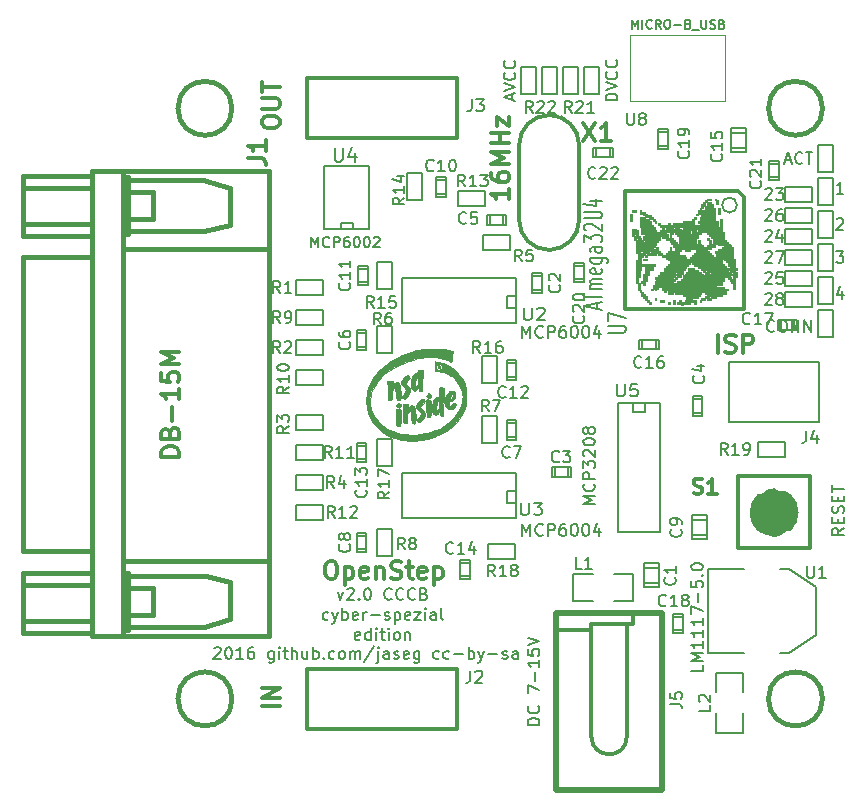
<source format=gbr>
G04 #@! TF.FileFunction,Legend,Top*
%FSLAX46Y46*%
G04 Gerber Fmt 4.6, Leading zero omitted, Abs format (unit mm)*
G04 Created by KiCad (PCBNEW 4.0.4-1.fc24-product) date Wed May 17 10:51:01 2017*
%MOMM*%
%LPD*%
G01*
G04 APERTURE LIST*
%ADD10C,0.100000*%
%ADD11C,0.200000*%
%ADD12C,0.300000*%
%ADD13C,0.203200*%
%ADD14C,0.127000*%
%ADD15C,0.381000*%
%ADD16C,0.304800*%
%ADD17C,0.099060*%
%ADD18C,0.317500*%
%ADD19C,2.540000*%
%ADD20C,0.500000*%
%ADD21C,0.010000*%
%ADD22C,0.150000*%
G04 APERTURE END LIST*
D10*
D11*
X103322381Y-127190048D02*
X102322381Y-127190048D01*
X102322381Y-126951953D01*
X102370000Y-126809095D01*
X102465238Y-126713857D01*
X102560476Y-126666238D01*
X102750952Y-126618619D01*
X102893810Y-126618619D01*
X103084286Y-126666238D01*
X103179524Y-126713857D01*
X103274762Y-126809095D01*
X103322381Y-126951953D01*
X103322381Y-127190048D01*
X103227143Y-125618619D02*
X103274762Y-125666238D01*
X103322381Y-125809095D01*
X103322381Y-125904333D01*
X103274762Y-126047191D01*
X103179524Y-126142429D01*
X103084286Y-126190048D01*
X102893810Y-126237667D01*
X102750952Y-126237667D01*
X102560476Y-126190048D01*
X102465238Y-126142429D01*
X102370000Y-126047191D01*
X102322381Y-125904333D01*
X102322381Y-125809095D01*
X102370000Y-125666238D01*
X102417619Y-125618619D01*
X102322381Y-124523381D02*
X102322381Y-123856714D01*
X103322381Y-124285286D01*
X102941429Y-123475762D02*
X102941429Y-122713857D01*
X103322381Y-121713857D02*
X103322381Y-122285286D01*
X103322381Y-121999572D02*
X102322381Y-121999572D01*
X102465238Y-122094810D01*
X102560476Y-122190048D01*
X102608095Y-122285286D01*
X102322381Y-120809095D02*
X102322381Y-121285286D01*
X102798571Y-121332905D01*
X102750952Y-121285286D01*
X102703333Y-121190048D01*
X102703333Y-120951952D01*
X102750952Y-120856714D01*
X102798571Y-120809095D01*
X102893810Y-120761476D01*
X103131905Y-120761476D01*
X103227143Y-120809095D01*
X103274762Y-120856714D01*
X103322381Y-120951952D01*
X103322381Y-121190048D01*
X103274762Y-121285286D01*
X103227143Y-121332905D01*
X102322381Y-120475762D02*
X103322381Y-120142429D01*
X102322381Y-119809095D01*
X129103381Y-110545381D02*
X128627190Y-110878715D01*
X129103381Y-111116810D02*
X128103381Y-111116810D01*
X128103381Y-110735857D01*
X128151000Y-110640619D01*
X128198619Y-110593000D01*
X128293857Y-110545381D01*
X128436714Y-110545381D01*
X128531952Y-110593000D01*
X128579571Y-110640619D01*
X128627190Y-110735857D01*
X128627190Y-111116810D01*
X128579571Y-110116810D02*
X128579571Y-109783476D01*
X129103381Y-109640619D02*
X129103381Y-110116810D01*
X128103381Y-110116810D01*
X128103381Y-109640619D01*
X129055762Y-109259667D02*
X129103381Y-109116810D01*
X129103381Y-108878714D01*
X129055762Y-108783476D01*
X129008143Y-108735857D01*
X128912905Y-108688238D01*
X128817667Y-108688238D01*
X128722429Y-108735857D01*
X128674810Y-108783476D01*
X128627190Y-108878714D01*
X128579571Y-109069191D01*
X128531952Y-109164429D01*
X128484333Y-109212048D01*
X128389095Y-109259667D01*
X128293857Y-109259667D01*
X128198619Y-109212048D01*
X128151000Y-109164429D01*
X128103381Y-109069191D01*
X128103381Y-108831095D01*
X128151000Y-108688238D01*
X128579571Y-108259667D02*
X128579571Y-107926333D01*
X129103381Y-107783476D02*
X129103381Y-108259667D01*
X128103381Y-108259667D01*
X128103381Y-107783476D01*
X128103381Y-107497762D02*
X128103381Y-106926333D01*
X129103381Y-107212048D02*
X128103381Y-107212048D01*
D12*
X118423715Y-95674571D02*
X118423715Y-94174571D01*
X119066572Y-95603143D02*
X119280858Y-95674571D01*
X119638001Y-95674571D01*
X119780858Y-95603143D01*
X119852287Y-95531714D01*
X119923715Y-95388857D01*
X119923715Y-95246000D01*
X119852287Y-95103143D01*
X119780858Y-95031714D01*
X119638001Y-94960286D01*
X119352287Y-94888857D01*
X119209429Y-94817429D01*
X119138001Y-94746000D01*
X119066572Y-94603143D01*
X119066572Y-94460286D01*
X119138001Y-94317429D01*
X119209429Y-94246000D01*
X119352287Y-94174571D01*
X119709429Y-94174571D01*
X119923715Y-94246000D01*
X120566572Y-95674571D02*
X120566572Y-94174571D01*
X121138000Y-94174571D01*
X121280858Y-94246000D01*
X121352286Y-94317429D01*
X121423715Y-94460286D01*
X121423715Y-94674571D01*
X121352286Y-94817429D01*
X121280858Y-94888857D01*
X121138000Y-94960286D01*
X120566572Y-94960286D01*
D11*
X75765047Y-120705619D02*
X75812666Y-120658000D01*
X75907904Y-120610381D01*
X76146000Y-120610381D01*
X76241238Y-120658000D01*
X76288857Y-120705619D01*
X76336476Y-120800857D01*
X76336476Y-120896095D01*
X76288857Y-121038952D01*
X75717428Y-121610381D01*
X76336476Y-121610381D01*
X76955523Y-120610381D02*
X77050762Y-120610381D01*
X77146000Y-120658000D01*
X77193619Y-120705619D01*
X77241238Y-120800857D01*
X77288857Y-120991333D01*
X77288857Y-121229429D01*
X77241238Y-121419905D01*
X77193619Y-121515143D01*
X77146000Y-121562762D01*
X77050762Y-121610381D01*
X76955523Y-121610381D01*
X76860285Y-121562762D01*
X76812666Y-121515143D01*
X76765047Y-121419905D01*
X76717428Y-121229429D01*
X76717428Y-120991333D01*
X76765047Y-120800857D01*
X76812666Y-120705619D01*
X76860285Y-120658000D01*
X76955523Y-120610381D01*
X78241238Y-121610381D02*
X77669809Y-121610381D01*
X77955523Y-121610381D02*
X77955523Y-120610381D01*
X77860285Y-120753238D01*
X77765047Y-120848476D01*
X77669809Y-120896095D01*
X79098381Y-120610381D02*
X78907904Y-120610381D01*
X78812666Y-120658000D01*
X78765047Y-120705619D01*
X78669809Y-120848476D01*
X78622190Y-121038952D01*
X78622190Y-121419905D01*
X78669809Y-121515143D01*
X78717428Y-121562762D01*
X78812666Y-121610381D01*
X79003143Y-121610381D01*
X79098381Y-121562762D01*
X79146000Y-121515143D01*
X79193619Y-121419905D01*
X79193619Y-121181810D01*
X79146000Y-121086571D01*
X79098381Y-121038952D01*
X79003143Y-120991333D01*
X78812666Y-120991333D01*
X78717428Y-121038952D01*
X78669809Y-121086571D01*
X78622190Y-121181810D01*
X80812667Y-120943714D02*
X80812667Y-121753238D01*
X80765048Y-121848476D01*
X80717429Y-121896095D01*
X80622190Y-121943714D01*
X80479333Y-121943714D01*
X80384095Y-121896095D01*
X80812667Y-121562762D02*
X80717429Y-121610381D01*
X80526952Y-121610381D01*
X80431714Y-121562762D01*
X80384095Y-121515143D01*
X80336476Y-121419905D01*
X80336476Y-121134190D01*
X80384095Y-121038952D01*
X80431714Y-120991333D01*
X80526952Y-120943714D01*
X80717429Y-120943714D01*
X80812667Y-120991333D01*
X81288857Y-121610381D02*
X81288857Y-120943714D01*
X81288857Y-120610381D02*
X81241238Y-120658000D01*
X81288857Y-120705619D01*
X81336476Y-120658000D01*
X81288857Y-120610381D01*
X81288857Y-120705619D01*
X81622190Y-120943714D02*
X82003142Y-120943714D01*
X81765047Y-120610381D02*
X81765047Y-121467524D01*
X81812666Y-121562762D01*
X81907904Y-121610381D01*
X82003142Y-121610381D01*
X82336476Y-121610381D02*
X82336476Y-120610381D01*
X82765048Y-121610381D02*
X82765048Y-121086571D01*
X82717429Y-120991333D01*
X82622191Y-120943714D01*
X82479333Y-120943714D01*
X82384095Y-120991333D01*
X82336476Y-121038952D01*
X83669810Y-120943714D02*
X83669810Y-121610381D01*
X83241238Y-120943714D02*
X83241238Y-121467524D01*
X83288857Y-121562762D01*
X83384095Y-121610381D01*
X83526953Y-121610381D01*
X83622191Y-121562762D01*
X83669810Y-121515143D01*
X84146000Y-121610381D02*
X84146000Y-120610381D01*
X84146000Y-120991333D02*
X84241238Y-120943714D01*
X84431715Y-120943714D01*
X84526953Y-120991333D01*
X84574572Y-121038952D01*
X84622191Y-121134190D01*
X84622191Y-121419905D01*
X84574572Y-121515143D01*
X84526953Y-121562762D01*
X84431715Y-121610381D01*
X84241238Y-121610381D01*
X84146000Y-121562762D01*
X85050762Y-121515143D02*
X85098381Y-121562762D01*
X85050762Y-121610381D01*
X85003143Y-121562762D01*
X85050762Y-121515143D01*
X85050762Y-121610381D01*
X85955524Y-121562762D02*
X85860286Y-121610381D01*
X85669809Y-121610381D01*
X85574571Y-121562762D01*
X85526952Y-121515143D01*
X85479333Y-121419905D01*
X85479333Y-121134190D01*
X85526952Y-121038952D01*
X85574571Y-120991333D01*
X85669809Y-120943714D01*
X85860286Y-120943714D01*
X85955524Y-120991333D01*
X86526952Y-121610381D02*
X86431714Y-121562762D01*
X86384095Y-121515143D01*
X86336476Y-121419905D01*
X86336476Y-121134190D01*
X86384095Y-121038952D01*
X86431714Y-120991333D01*
X86526952Y-120943714D01*
X86669810Y-120943714D01*
X86765048Y-120991333D01*
X86812667Y-121038952D01*
X86860286Y-121134190D01*
X86860286Y-121419905D01*
X86812667Y-121515143D01*
X86765048Y-121562762D01*
X86669810Y-121610381D01*
X86526952Y-121610381D01*
X87288857Y-121610381D02*
X87288857Y-120943714D01*
X87288857Y-121038952D02*
X87336476Y-120991333D01*
X87431714Y-120943714D01*
X87574572Y-120943714D01*
X87669810Y-120991333D01*
X87717429Y-121086571D01*
X87717429Y-121610381D01*
X87717429Y-121086571D02*
X87765048Y-120991333D01*
X87860286Y-120943714D01*
X88003143Y-120943714D01*
X88098381Y-120991333D01*
X88146000Y-121086571D01*
X88146000Y-121610381D01*
X89336476Y-120562762D02*
X88479333Y-121848476D01*
X89669809Y-120943714D02*
X89669809Y-121800857D01*
X89622190Y-121896095D01*
X89526952Y-121943714D01*
X89479333Y-121943714D01*
X89669809Y-120610381D02*
X89622190Y-120658000D01*
X89669809Y-120705619D01*
X89717428Y-120658000D01*
X89669809Y-120610381D01*
X89669809Y-120705619D01*
X90574571Y-121610381D02*
X90574571Y-121086571D01*
X90526952Y-120991333D01*
X90431714Y-120943714D01*
X90241237Y-120943714D01*
X90145999Y-120991333D01*
X90574571Y-121562762D02*
X90479333Y-121610381D01*
X90241237Y-121610381D01*
X90145999Y-121562762D01*
X90098380Y-121467524D01*
X90098380Y-121372286D01*
X90145999Y-121277048D01*
X90241237Y-121229429D01*
X90479333Y-121229429D01*
X90574571Y-121181810D01*
X91003142Y-121562762D02*
X91098380Y-121610381D01*
X91288856Y-121610381D01*
X91384095Y-121562762D01*
X91431714Y-121467524D01*
X91431714Y-121419905D01*
X91384095Y-121324667D01*
X91288856Y-121277048D01*
X91145999Y-121277048D01*
X91050761Y-121229429D01*
X91003142Y-121134190D01*
X91003142Y-121086571D01*
X91050761Y-120991333D01*
X91145999Y-120943714D01*
X91288856Y-120943714D01*
X91384095Y-120991333D01*
X92241238Y-121562762D02*
X92146000Y-121610381D01*
X91955523Y-121610381D01*
X91860285Y-121562762D01*
X91812666Y-121467524D01*
X91812666Y-121086571D01*
X91860285Y-120991333D01*
X91955523Y-120943714D01*
X92146000Y-120943714D01*
X92241238Y-120991333D01*
X92288857Y-121086571D01*
X92288857Y-121181810D01*
X91812666Y-121277048D01*
X93146000Y-120943714D02*
X93146000Y-121753238D01*
X93098381Y-121848476D01*
X93050762Y-121896095D01*
X92955523Y-121943714D01*
X92812666Y-121943714D01*
X92717428Y-121896095D01*
X93146000Y-121562762D02*
X93050762Y-121610381D01*
X92860285Y-121610381D01*
X92765047Y-121562762D01*
X92717428Y-121515143D01*
X92669809Y-121419905D01*
X92669809Y-121134190D01*
X92717428Y-121038952D01*
X92765047Y-120991333D01*
X92860285Y-120943714D01*
X93050762Y-120943714D01*
X93146000Y-120991333D01*
X94812667Y-121562762D02*
X94717429Y-121610381D01*
X94526952Y-121610381D01*
X94431714Y-121562762D01*
X94384095Y-121515143D01*
X94336476Y-121419905D01*
X94336476Y-121134190D01*
X94384095Y-121038952D01*
X94431714Y-120991333D01*
X94526952Y-120943714D01*
X94717429Y-120943714D01*
X94812667Y-120991333D01*
X95669810Y-121562762D02*
X95574572Y-121610381D01*
X95384095Y-121610381D01*
X95288857Y-121562762D01*
X95241238Y-121515143D01*
X95193619Y-121419905D01*
X95193619Y-121134190D01*
X95241238Y-121038952D01*
X95288857Y-120991333D01*
X95384095Y-120943714D01*
X95574572Y-120943714D01*
X95669810Y-120991333D01*
X96098381Y-121229429D02*
X96860286Y-121229429D01*
X97336476Y-121610381D02*
X97336476Y-120610381D01*
X97336476Y-120991333D02*
X97431714Y-120943714D01*
X97622191Y-120943714D01*
X97717429Y-120991333D01*
X97765048Y-121038952D01*
X97812667Y-121134190D01*
X97812667Y-121419905D01*
X97765048Y-121515143D01*
X97717429Y-121562762D01*
X97622191Y-121610381D01*
X97431714Y-121610381D01*
X97336476Y-121562762D01*
X98146000Y-120943714D02*
X98384095Y-121610381D01*
X98622191Y-120943714D02*
X98384095Y-121610381D01*
X98288857Y-121848476D01*
X98241238Y-121896095D01*
X98146000Y-121943714D01*
X99003143Y-121229429D02*
X99765048Y-121229429D01*
X100193619Y-121562762D02*
X100288857Y-121610381D01*
X100479333Y-121610381D01*
X100574572Y-121562762D01*
X100622191Y-121467524D01*
X100622191Y-121419905D01*
X100574572Y-121324667D01*
X100479333Y-121277048D01*
X100336476Y-121277048D01*
X100241238Y-121229429D01*
X100193619Y-121134190D01*
X100193619Y-121086571D01*
X100241238Y-120991333D01*
X100336476Y-120943714D01*
X100479333Y-120943714D01*
X100574572Y-120991333D01*
X101479334Y-121610381D02*
X101479334Y-121086571D01*
X101431715Y-120991333D01*
X101336477Y-120943714D01*
X101146000Y-120943714D01*
X101050762Y-120991333D01*
X101479334Y-121562762D02*
X101384096Y-121610381D01*
X101146000Y-121610381D01*
X101050762Y-121562762D01*
X101003143Y-121467524D01*
X101003143Y-121372286D01*
X101050762Y-121277048D01*
X101146000Y-121229429D01*
X101384096Y-121229429D01*
X101479334Y-121181810D01*
X86233476Y-115941714D02*
X86471571Y-116608381D01*
X86709667Y-115941714D01*
X87043000Y-115703619D02*
X87090619Y-115656000D01*
X87185857Y-115608381D01*
X87423953Y-115608381D01*
X87519191Y-115656000D01*
X87566810Y-115703619D01*
X87614429Y-115798857D01*
X87614429Y-115894095D01*
X87566810Y-116036952D01*
X86995381Y-116608381D01*
X87614429Y-116608381D01*
X88043000Y-116513143D02*
X88090619Y-116560762D01*
X88043000Y-116608381D01*
X87995381Y-116560762D01*
X88043000Y-116513143D01*
X88043000Y-116608381D01*
X88709666Y-115608381D02*
X88804905Y-115608381D01*
X88900143Y-115656000D01*
X88947762Y-115703619D01*
X88995381Y-115798857D01*
X89043000Y-115989333D01*
X89043000Y-116227429D01*
X88995381Y-116417905D01*
X88947762Y-116513143D01*
X88900143Y-116560762D01*
X88804905Y-116608381D01*
X88709666Y-116608381D01*
X88614428Y-116560762D01*
X88566809Y-116513143D01*
X88519190Y-116417905D01*
X88471571Y-116227429D01*
X88471571Y-115989333D01*
X88519190Y-115798857D01*
X88566809Y-115703619D01*
X88614428Y-115656000D01*
X88709666Y-115608381D01*
X90804905Y-116513143D02*
X90757286Y-116560762D01*
X90614429Y-116608381D01*
X90519191Y-116608381D01*
X90376333Y-116560762D01*
X90281095Y-116465524D01*
X90233476Y-116370286D01*
X90185857Y-116179810D01*
X90185857Y-116036952D01*
X90233476Y-115846476D01*
X90281095Y-115751238D01*
X90376333Y-115656000D01*
X90519191Y-115608381D01*
X90614429Y-115608381D01*
X90757286Y-115656000D01*
X90804905Y-115703619D01*
X91804905Y-116513143D02*
X91757286Y-116560762D01*
X91614429Y-116608381D01*
X91519191Y-116608381D01*
X91376333Y-116560762D01*
X91281095Y-116465524D01*
X91233476Y-116370286D01*
X91185857Y-116179810D01*
X91185857Y-116036952D01*
X91233476Y-115846476D01*
X91281095Y-115751238D01*
X91376333Y-115656000D01*
X91519191Y-115608381D01*
X91614429Y-115608381D01*
X91757286Y-115656000D01*
X91804905Y-115703619D01*
X92804905Y-116513143D02*
X92757286Y-116560762D01*
X92614429Y-116608381D01*
X92519191Y-116608381D01*
X92376333Y-116560762D01*
X92281095Y-116465524D01*
X92233476Y-116370286D01*
X92185857Y-116179810D01*
X92185857Y-116036952D01*
X92233476Y-115846476D01*
X92281095Y-115751238D01*
X92376333Y-115656000D01*
X92519191Y-115608381D01*
X92614429Y-115608381D01*
X92757286Y-115656000D01*
X92804905Y-115703619D01*
X93566810Y-116084571D02*
X93709667Y-116132190D01*
X93757286Y-116179810D01*
X93804905Y-116275048D01*
X93804905Y-116417905D01*
X93757286Y-116513143D01*
X93709667Y-116560762D01*
X93614429Y-116608381D01*
X93233476Y-116608381D01*
X93233476Y-115608381D01*
X93566810Y-115608381D01*
X93662048Y-115656000D01*
X93709667Y-115703619D01*
X93757286Y-115798857D01*
X93757286Y-115894095D01*
X93709667Y-115989333D01*
X93662048Y-116036952D01*
X93566810Y-116084571D01*
X93233476Y-116084571D01*
X85447762Y-118260762D02*
X85352524Y-118308381D01*
X85162047Y-118308381D01*
X85066809Y-118260762D01*
X85019190Y-118213143D01*
X84971571Y-118117905D01*
X84971571Y-117832190D01*
X85019190Y-117736952D01*
X85066809Y-117689333D01*
X85162047Y-117641714D01*
X85352524Y-117641714D01*
X85447762Y-117689333D01*
X85781095Y-117641714D02*
X86019190Y-118308381D01*
X86257286Y-117641714D02*
X86019190Y-118308381D01*
X85923952Y-118546476D01*
X85876333Y-118594095D01*
X85781095Y-118641714D01*
X86638238Y-118308381D02*
X86638238Y-117308381D01*
X86638238Y-117689333D02*
X86733476Y-117641714D01*
X86923953Y-117641714D01*
X87019191Y-117689333D01*
X87066810Y-117736952D01*
X87114429Y-117832190D01*
X87114429Y-118117905D01*
X87066810Y-118213143D01*
X87019191Y-118260762D01*
X86923953Y-118308381D01*
X86733476Y-118308381D01*
X86638238Y-118260762D01*
X87923953Y-118260762D02*
X87828715Y-118308381D01*
X87638238Y-118308381D01*
X87543000Y-118260762D01*
X87495381Y-118165524D01*
X87495381Y-117784571D01*
X87543000Y-117689333D01*
X87638238Y-117641714D01*
X87828715Y-117641714D01*
X87923953Y-117689333D01*
X87971572Y-117784571D01*
X87971572Y-117879810D01*
X87495381Y-117975048D01*
X88400143Y-118308381D02*
X88400143Y-117641714D01*
X88400143Y-117832190D02*
X88447762Y-117736952D01*
X88495381Y-117689333D01*
X88590619Y-117641714D01*
X88685858Y-117641714D01*
X89019191Y-117927429D02*
X89781096Y-117927429D01*
X90209667Y-118260762D02*
X90304905Y-118308381D01*
X90495381Y-118308381D01*
X90590620Y-118260762D01*
X90638239Y-118165524D01*
X90638239Y-118117905D01*
X90590620Y-118022667D01*
X90495381Y-117975048D01*
X90352524Y-117975048D01*
X90257286Y-117927429D01*
X90209667Y-117832190D01*
X90209667Y-117784571D01*
X90257286Y-117689333D01*
X90352524Y-117641714D01*
X90495381Y-117641714D01*
X90590620Y-117689333D01*
X91066810Y-117641714D02*
X91066810Y-118641714D01*
X91066810Y-117689333D02*
X91162048Y-117641714D01*
X91352525Y-117641714D01*
X91447763Y-117689333D01*
X91495382Y-117736952D01*
X91543001Y-117832190D01*
X91543001Y-118117905D01*
X91495382Y-118213143D01*
X91447763Y-118260762D01*
X91352525Y-118308381D01*
X91162048Y-118308381D01*
X91066810Y-118260762D01*
X92352525Y-118260762D02*
X92257287Y-118308381D01*
X92066810Y-118308381D01*
X91971572Y-118260762D01*
X91923953Y-118165524D01*
X91923953Y-117784571D01*
X91971572Y-117689333D01*
X92066810Y-117641714D01*
X92257287Y-117641714D01*
X92352525Y-117689333D01*
X92400144Y-117784571D01*
X92400144Y-117879810D01*
X91923953Y-117975048D01*
X92733477Y-117641714D02*
X93257287Y-117641714D01*
X92733477Y-118308381D01*
X93257287Y-118308381D01*
X93638239Y-118308381D02*
X93638239Y-117641714D01*
X93638239Y-117308381D02*
X93590620Y-117356000D01*
X93638239Y-117403619D01*
X93685858Y-117356000D01*
X93638239Y-117308381D01*
X93638239Y-117403619D01*
X94543001Y-118308381D02*
X94543001Y-117784571D01*
X94495382Y-117689333D01*
X94400144Y-117641714D01*
X94209667Y-117641714D01*
X94114429Y-117689333D01*
X94543001Y-118260762D02*
X94447763Y-118308381D01*
X94209667Y-118308381D01*
X94114429Y-118260762D01*
X94066810Y-118165524D01*
X94066810Y-118070286D01*
X94114429Y-117975048D01*
X94209667Y-117927429D01*
X94447763Y-117927429D01*
X94543001Y-117879810D01*
X95162048Y-118308381D02*
X95066810Y-118260762D01*
X95019191Y-118165524D01*
X95019191Y-117308381D01*
X88114429Y-119960762D02*
X88019191Y-120008381D01*
X87828714Y-120008381D01*
X87733476Y-119960762D01*
X87685857Y-119865524D01*
X87685857Y-119484571D01*
X87733476Y-119389333D01*
X87828714Y-119341714D01*
X88019191Y-119341714D01*
X88114429Y-119389333D01*
X88162048Y-119484571D01*
X88162048Y-119579810D01*
X87685857Y-119675048D01*
X89019191Y-120008381D02*
X89019191Y-119008381D01*
X89019191Y-119960762D02*
X88923953Y-120008381D01*
X88733476Y-120008381D01*
X88638238Y-119960762D01*
X88590619Y-119913143D01*
X88543000Y-119817905D01*
X88543000Y-119532190D01*
X88590619Y-119436952D01*
X88638238Y-119389333D01*
X88733476Y-119341714D01*
X88923953Y-119341714D01*
X89019191Y-119389333D01*
X89495381Y-120008381D02*
X89495381Y-119341714D01*
X89495381Y-119008381D02*
X89447762Y-119056000D01*
X89495381Y-119103619D01*
X89543000Y-119056000D01*
X89495381Y-119008381D01*
X89495381Y-119103619D01*
X89828714Y-119341714D02*
X90209666Y-119341714D01*
X89971571Y-119008381D02*
X89971571Y-119865524D01*
X90019190Y-119960762D01*
X90114428Y-120008381D01*
X90209666Y-120008381D01*
X90543000Y-120008381D02*
X90543000Y-119341714D01*
X90543000Y-119008381D02*
X90495381Y-119056000D01*
X90543000Y-119103619D01*
X90590619Y-119056000D01*
X90543000Y-119008381D01*
X90543000Y-119103619D01*
X91162047Y-120008381D02*
X91066809Y-119960762D01*
X91019190Y-119913143D01*
X90971571Y-119817905D01*
X90971571Y-119532190D01*
X91019190Y-119436952D01*
X91066809Y-119389333D01*
X91162047Y-119341714D01*
X91304905Y-119341714D01*
X91400143Y-119389333D01*
X91447762Y-119436952D01*
X91495381Y-119532190D01*
X91495381Y-119817905D01*
X91447762Y-119913143D01*
X91400143Y-119960762D01*
X91304905Y-120008381D01*
X91162047Y-120008381D01*
X91923952Y-119341714D02*
X91923952Y-120008381D01*
X91923952Y-119436952D02*
X91971571Y-119389333D01*
X92066809Y-119341714D01*
X92209667Y-119341714D01*
X92304905Y-119389333D01*
X92352524Y-119484571D01*
X92352524Y-120008381D01*
D12*
X79823571Y-76303000D02*
X79823571Y-76017286D01*
X79895000Y-75874428D01*
X80037857Y-75731571D01*
X80323571Y-75660143D01*
X80823571Y-75660143D01*
X81109286Y-75731571D01*
X81252143Y-75874428D01*
X81323571Y-76017286D01*
X81323571Y-76303000D01*
X81252143Y-76445857D01*
X81109286Y-76588714D01*
X80823571Y-76660143D01*
X80323571Y-76660143D01*
X80037857Y-76588714D01*
X79895000Y-76445857D01*
X79823571Y-76303000D01*
X79823571Y-75017285D02*
X81037857Y-75017285D01*
X81180714Y-74945857D01*
X81252143Y-74874428D01*
X81323571Y-74731571D01*
X81323571Y-74445857D01*
X81252143Y-74302999D01*
X81180714Y-74231571D01*
X81037857Y-74160142D01*
X79823571Y-74160142D01*
X79823571Y-73660142D02*
X79823571Y-72802999D01*
X81323571Y-73231570D02*
X79823571Y-73231570D01*
X81323571Y-125626714D02*
X79823571Y-125626714D01*
X81323571Y-124912428D02*
X79823571Y-124912428D01*
X81323571Y-124055285D01*
X79823571Y-124055285D01*
X85562857Y-113351571D02*
X85848571Y-113351571D01*
X85991429Y-113423000D01*
X86134286Y-113565857D01*
X86205714Y-113851571D01*
X86205714Y-114351571D01*
X86134286Y-114637286D01*
X85991429Y-114780143D01*
X85848571Y-114851571D01*
X85562857Y-114851571D01*
X85420000Y-114780143D01*
X85277143Y-114637286D01*
X85205714Y-114351571D01*
X85205714Y-113851571D01*
X85277143Y-113565857D01*
X85420000Y-113423000D01*
X85562857Y-113351571D01*
X86848572Y-113851571D02*
X86848572Y-115351571D01*
X86848572Y-113923000D02*
X86991429Y-113851571D01*
X87277143Y-113851571D01*
X87420000Y-113923000D01*
X87491429Y-113994429D01*
X87562858Y-114137286D01*
X87562858Y-114565857D01*
X87491429Y-114708714D01*
X87420000Y-114780143D01*
X87277143Y-114851571D01*
X86991429Y-114851571D01*
X86848572Y-114780143D01*
X88777143Y-114780143D02*
X88634286Y-114851571D01*
X88348572Y-114851571D01*
X88205715Y-114780143D01*
X88134286Y-114637286D01*
X88134286Y-114065857D01*
X88205715Y-113923000D01*
X88348572Y-113851571D01*
X88634286Y-113851571D01*
X88777143Y-113923000D01*
X88848572Y-114065857D01*
X88848572Y-114208714D01*
X88134286Y-114351571D01*
X89491429Y-113851571D02*
X89491429Y-114851571D01*
X89491429Y-113994429D02*
X89562857Y-113923000D01*
X89705715Y-113851571D01*
X89920000Y-113851571D01*
X90062857Y-113923000D01*
X90134286Y-114065857D01*
X90134286Y-114851571D01*
X90777143Y-114780143D02*
X90991429Y-114851571D01*
X91348572Y-114851571D01*
X91491429Y-114780143D01*
X91562858Y-114708714D01*
X91634286Y-114565857D01*
X91634286Y-114423000D01*
X91562858Y-114280143D01*
X91491429Y-114208714D01*
X91348572Y-114137286D01*
X91062858Y-114065857D01*
X90920000Y-113994429D01*
X90848572Y-113923000D01*
X90777143Y-113780143D01*
X90777143Y-113637286D01*
X90848572Y-113494429D01*
X90920000Y-113423000D01*
X91062858Y-113351571D01*
X91420000Y-113351571D01*
X91634286Y-113423000D01*
X92062857Y-113851571D02*
X92634286Y-113851571D01*
X92277143Y-113351571D02*
X92277143Y-114637286D01*
X92348571Y-114780143D01*
X92491429Y-114851571D01*
X92634286Y-114851571D01*
X93705714Y-114780143D02*
X93562857Y-114851571D01*
X93277143Y-114851571D01*
X93134286Y-114780143D01*
X93062857Y-114637286D01*
X93062857Y-114065857D01*
X93134286Y-113923000D01*
X93277143Y-113851571D01*
X93562857Y-113851571D01*
X93705714Y-113923000D01*
X93777143Y-114065857D01*
X93777143Y-114208714D01*
X93062857Y-114351571D01*
X94420000Y-113851571D02*
X94420000Y-115351571D01*
X94420000Y-113923000D02*
X94562857Y-113851571D01*
X94848571Y-113851571D01*
X94991428Y-113923000D01*
X95062857Y-113994429D01*
X95134286Y-114137286D01*
X95134286Y-114565857D01*
X95062857Y-114708714D01*
X94991428Y-114780143D01*
X94848571Y-114851571D01*
X94562857Y-114851571D01*
X94420000Y-114780143D01*
D13*
X101346000Y-93218000D02*
X91694000Y-93218000D01*
X91694000Y-93218000D02*
X91694000Y-89408000D01*
X91694000Y-89408000D02*
X101346000Y-89408000D01*
X101346000Y-89408000D02*
X101346000Y-93218000D01*
X101346000Y-91948000D02*
X100584000Y-91948000D01*
X100584000Y-91948000D02*
X100584000Y-90932000D01*
X100584000Y-90932000D02*
X101346000Y-90932000D01*
D14*
X90805000Y-88011000D02*
X90805000Y-90297000D01*
X90805000Y-90297000D02*
X89535000Y-90297000D01*
X89535000Y-90297000D02*
X89535000Y-88011000D01*
X89535000Y-88011000D02*
X90805000Y-88011000D01*
X113411000Y-115189000D02*
X112141000Y-115189000D01*
X113411000Y-113919000D02*
X112166400Y-113919000D01*
X113411000Y-113538000D02*
X113411000Y-115570000D01*
X113411000Y-115570000D02*
X112141000Y-115570000D01*
X112141000Y-115570000D02*
X112141000Y-113538000D01*
X112141000Y-113538000D02*
X113411000Y-113538000D01*
X102717600Y-90347800D02*
X103530400Y-90347800D01*
X103505000Y-89230200D02*
X102717600Y-89230200D01*
X103530400Y-88976200D02*
X103530400Y-90601800D01*
X103530400Y-90601800D02*
X102717600Y-90601800D01*
X102717600Y-90601800D02*
X102717600Y-88976200D01*
X102717600Y-88976200D02*
X103530400Y-88976200D01*
X105714800Y-106197400D02*
X105714800Y-105384600D01*
X104597200Y-105410000D02*
X104597200Y-106197400D01*
X104343200Y-105384600D02*
X105968800Y-105384600D01*
X105968800Y-105384600D02*
X105968800Y-106197400D01*
X105968800Y-106197400D02*
X104343200Y-106197400D01*
X104343200Y-106197400D02*
X104343200Y-105384600D01*
X117106400Y-99644200D02*
X116293600Y-99644200D01*
X116319000Y-100761800D02*
X117106400Y-100761800D01*
X116293600Y-101015800D02*
X116293600Y-99390200D01*
X116293600Y-99390200D02*
X117106400Y-99390200D01*
X117106400Y-99390200D02*
X117106400Y-101015800D01*
X117106400Y-101015800D02*
X116293600Y-101015800D01*
X99136200Y-84048600D02*
X99136200Y-84861400D01*
X100253800Y-84836000D02*
X100253800Y-84048600D01*
X100507800Y-84861400D02*
X98882200Y-84861400D01*
X98882200Y-84861400D02*
X98882200Y-84048600D01*
X98882200Y-84048600D02*
X100507800Y-84048600D01*
X100507800Y-84048600D02*
X100507800Y-84861400D01*
X87858600Y-95173800D02*
X88671400Y-95173800D01*
X88646000Y-94056200D02*
X87858600Y-94056200D01*
X88671400Y-93802200D02*
X88671400Y-95427800D01*
X88671400Y-95427800D02*
X87858600Y-95427800D01*
X87858600Y-95427800D02*
X87858600Y-93802200D01*
X87858600Y-93802200D02*
X88671400Y-93802200D01*
X100558600Y-102793800D02*
X101371400Y-102793800D01*
X101346000Y-101676200D02*
X100558600Y-101676200D01*
X101371400Y-101422200D02*
X101371400Y-103047800D01*
X101371400Y-103047800D02*
X100558600Y-103047800D01*
X100558600Y-103047800D02*
X100558600Y-101422200D01*
X100558600Y-101422200D02*
X101371400Y-101422200D01*
X87858600Y-112318800D02*
X88671400Y-112318800D01*
X88646000Y-111201200D02*
X87858600Y-111201200D01*
X88671400Y-110947200D02*
X88671400Y-112572800D01*
X88671400Y-112572800D02*
X87858600Y-112572800D01*
X87858600Y-112572800D02*
X87858600Y-110947200D01*
X87858600Y-110947200D02*
X88671400Y-110947200D01*
X117475000Y-111125000D02*
X116205000Y-111125000D01*
X117475000Y-109855000D02*
X116230400Y-109855000D01*
X117475000Y-109474000D02*
X117475000Y-111506000D01*
X117475000Y-111506000D02*
X116205000Y-111506000D01*
X116205000Y-111506000D02*
X116205000Y-109474000D01*
X116205000Y-109474000D02*
X117475000Y-109474000D01*
X94589600Y-82219800D02*
X95402400Y-82219800D01*
X95377000Y-81102200D02*
X94589600Y-81102200D01*
X95402400Y-80848200D02*
X95402400Y-82473800D01*
X95402400Y-82473800D02*
X94589600Y-82473800D01*
X94589600Y-82473800D02*
X94589600Y-80848200D01*
X94589600Y-80848200D02*
X95402400Y-80848200D01*
X88798400Y-88595200D02*
X87985600Y-88595200D01*
X88011000Y-89712800D02*
X88798400Y-89712800D01*
X87985600Y-89966800D02*
X87985600Y-88341200D01*
X87985600Y-88341200D02*
X88798400Y-88341200D01*
X88798400Y-88341200D02*
X88798400Y-89966800D01*
X88798400Y-89966800D02*
X87985600Y-89966800D01*
X101371400Y-96596200D02*
X100558600Y-96596200D01*
X100584000Y-97713800D02*
X101371400Y-97713800D01*
X100558600Y-97967800D02*
X100558600Y-96342200D01*
X100558600Y-96342200D02*
X101371400Y-96342200D01*
X101371400Y-96342200D02*
X101371400Y-97967800D01*
X101371400Y-97967800D02*
X100558600Y-97967800D01*
X88671400Y-103581200D02*
X87858600Y-103581200D01*
X87884000Y-104698800D02*
X88671400Y-104698800D01*
X87858600Y-104952800D02*
X87858600Y-103327200D01*
X87858600Y-103327200D02*
X88671400Y-103327200D01*
X88671400Y-103327200D02*
X88671400Y-104952800D01*
X88671400Y-104952800D02*
X87858600Y-104952800D01*
X97434400Y-113487200D02*
X96621600Y-113487200D01*
X96647000Y-114604800D02*
X97434400Y-114604800D01*
X96621600Y-114858800D02*
X96621600Y-113233200D01*
X96621600Y-113233200D02*
X97434400Y-113233200D01*
X97434400Y-113233200D02*
X97434400Y-114858800D01*
X97434400Y-114858800D02*
X96621600Y-114858800D01*
X113158800Y-95406400D02*
X113158800Y-94593600D01*
X112041200Y-94619000D02*
X112041200Y-95406400D01*
X111787200Y-94593600D02*
X113412800Y-94593600D01*
X113412800Y-94593600D02*
X113412800Y-95406400D01*
X113412800Y-95406400D02*
X111787200Y-95406400D01*
X111787200Y-95406400D02*
X111787200Y-94593600D01*
X123774200Y-92938600D02*
X123774200Y-93751400D01*
X124891800Y-93726000D02*
X124891800Y-92938600D01*
X125145800Y-93751400D02*
X123520200Y-93751400D01*
X123520200Y-93751400D02*
X123520200Y-92938600D01*
X123520200Y-92938600D02*
X125145800Y-92938600D01*
X125145800Y-92938600D02*
X125145800Y-93751400D01*
X113393600Y-78158800D02*
X114206400Y-78158800D01*
X114181000Y-77041200D02*
X113393600Y-77041200D01*
X114206400Y-76787200D02*
X114206400Y-78412800D01*
X114206400Y-78412800D02*
X113393600Y-78412800D01*
X113393600Y-78412800D02*
X113393600Y-76787200D01*
X113393600Y-76787200D02*
X114206400Y-76787200D01*
X107086400Y-88341200D02*
X106273600Y-88341200D01*
X106299000Y-89458800D02*
X107086400Y-89458800D01*
X106273600Y-89712800D02*
X106273600Y-88087200D01*
X106273600Y-88087200D02*
X107086400Y-88087200D01*
X107086400Y-88087200D02*
X107086400Y-89712800D01*
X107086400Y-89712800D02*
X106273600Y-89712800D01*
X122783600Y-80822800D02*
X123596400Y-80822800D01*
X123571000Y-79705200D02*
X122783600Y-79705200D01*
X123596400Y-79451200D02*
X123596400Y-81076800D01*
X123596400Y-81076800D02*
X122783600Y-81076800D01*
X122783600Y-81076800D02*
X122783600Y-79451200D01*
X122783600Y-79451200D02*
X123596400Y-79451200D01*
X108143040Y-78333600D02*
X108143040Y-79146400D01*
X109260640Y-79121000D02*
X109260640Y-78333600D01*
X109514640Y-79146400D02*
X107889040Y-79146400D01*
X107889040Y-79146400D02*
X107889040Y-78333600D01*
X107889040Y-78333600D02*
X109514640Y-78333600D01*
X109514640Y-78333600D02*
X109514640Y-79146400D01*
D15*
X59586000Y-112446000D02*
X59586000Y-87554000D01*
X74953000Y-118923000D02*
X77112000Y-118224500D01*
X77112000Y-118224500D02*
X77112000Y-115113000D01*
X77112000Y-115113000D02*
X75080000Y-114605000D01*
X68476000Y-119177000D02*
X68476000Y-114351000D01*
X68476000Y-114351000D02*
X68222000Y-114351000D01*
X68222000Y-114351000D02*
X68222000Y-119177000D01*
X65428000Y-119431000D02*
X59586000Y-119431000D01*
X65428000Y-80315000D02*
X65428000Y-119685000D01*
X68095000Y-119685000D02*
X68095000Y-80315000D01*
X80414000Y-119685000D02*
X80414000Y-80315000D01*
X68476000Y-114605000D02*
X75080000Y-114605000D01*
X74953000Y-118923000D02*
X68476000Y-118923000D01*
X77112000Y-84887000D02*
X74953000Y-85395000D01*
X74953000Y-85395000D02*
X68476000Y-85395000D01*
X68476000Y-81077000D02*
X74826000Y-81077000D01*
X74826000Y-81077000D02*
X77112000Y-81712000D01*
X77112000Y-81712000D02*
X77112000Y-84887000D01*
X68476000Y-114351000D02*
X68222000Y-114351000D01*
X68222000Y-119177000D02*
X68476000Y-119177000D01*
X68476000Y-85649000D02*
X68476000Y-80823000D01*
X68476000Y-80823000D02*
X68222000Y-80823000D01*
X68222000Y-80823000D02*
X68222000Y-85649000D01*
X68222000Y-85649000D02*
X68476000Y-85649000D01*
X68095000Y-115621000D02*
X70635000Y-115621000D01*
X70635000Y-115621000D02*
X70635000Y-117907000D01*
X70635000Y-117907000D02*
X68095000Y-117907000D01*
X68095000Y-82093000D02*
X70635000Y-82093000D01*
X70635000Y-82093000D02*
X70635000Y-84379000D01*
X70635000Y-84379000D02*
X68095000Y-84379000D01*
X68095000Y-113335000D02*
X80414000Y-113335000D01*
X68095000Y-86919000D02*
X80414000Y-86919000D01*
X65428000Y-84760000D02*
X59586000Y-84760000D01*
X65428000Y-81712000D02*
X59586000Y-81712000D01*
X65428000Y-118415000D02*
X59586000Y-118415000D01*
X65428000Y-115367000D02*
X59586000Y-115367000D01*
X65428000Y-114351000D02*
X59586000Y-114351000D01*
X59586000Y-114351000D02*
X59586000Y-119431000D01*
X65428000Y-80696000D02*
X59586000Y-80696000D01*
X59586000Y-80696000D02*
X59586000Y-85776000D01*
X59586000Y-85776000D02*
X65301000Y-85776000D01*
X65428000Y-87554000D02*
X59586000Y-87554000D01*
X59586000Y-112446000D02*
X65428000Y-112446000D01*
X65428000Y-119685000D02*
X80414000Y-119685000D01*
X80414000Y-80315000D02*
X65428000Y-80315000D01*
D16*
X96350000Y-127540000D02*
X83650000Y-127540000D01*
X83650000Y-127540000D02*
X83650000Y-122460000D01*
X83650000Y-122460000D02*
X96350000Y-122460000D01*
X96350000Y-122460000D02*
X96350000Y-127540000D01*
X96350000Y-77540000D02*
X83650000Y-77540000D01*
X83650000Y-77540000D02*
X83650000Y-72460000D01*
X83650000Y-72460000D02*
X96350000Y-72460000D01*
X96350000Y-72460000D02*
X96350000Y-77540000D01*
D14*
X82677000Y-89535000D02*
X84963000Y-89535000D01*
X84963000Y-89535000D02*
X84963000Y-90805000D01*
X84963000Y-90805000D02*
X82677000Y-90805000D01*
X82677000Y-90805000D02*
X82677000Y-89535000D01*
X82677000Y-94615000D02*
X84963000Y-94615000D01*
X84963000Y-94615000D02*
X84963000Y-95885000D01*
X84963000Y-95885000D02*
X82677000Y-95885000D01*
X82677000Y-95885000D02*
X82677000Y-94615000D01*
X82677000Y-100965000D02*
X84963000Y-100965000D01*
X84963000Y-100965000D02*
X84963000Y-102235000D01*
X84963000Y-102235000D02*
X82677000Y-102235000D01*
X82677000Y-102235000D02*
X82677000Y-100965000D01*
X82677000Y-106045000D02*
X84963000Y-106045000D01*
X84963000Y-106045000D02*
X84963000Y-107315000D01*
X84963000Y-107315000D02*
X82677000Y-107315000D01*
X82677000Y-107315000D02*
X82677000Y-106045000D01*
X98552000Y-85725000D02*
X100838000Y-85725000D01*
X100838000Y-85725000D02*
X100838000Y-86995000D01*
X100838000Y-86995000D02*
X98552000Y-86995000D01*
X98552000Y-86995000D02*
X98552000Y-85725000D01*
X89535000Y-95758000D02*
X89535000Y-93472000D01*
X89535000Y-93472000D02*
X90805000Y-93472000D01*
X90805000Y-93472000D02*
X90805000Y-95758000D01*
X90805000Y-95758000D02*
X89535000Y-95758000D01*
X98425000Y-103378000D02*
X98425000Y-101092000D01*
X98425000Y-101092000D02*
X99695000Y-101092000D01*
X99695000Y-101092000D02*
X99695000Y-103378000D01*
X99695000Y-103378000D02*
X98425000Y-103378000D01*
X89535000Y-112903000D02*
X89535000Y-110617000D01*
X89535000Y-110617000D02*
X90805000Y-110617000D01*
X90805000Y-110617000D02*
X90805000Y-112903000D01*
X90805000Y-112903000D02*
X89535000Y-112903000D01*
X82677000Y-92075000D02*
X84963000Y-92075000D01*
X84963000Y-92075000D02*
X84963000Y-93345000D01*
X84963000Y-93345000D02*
X82677000Y-93345000D01*
X82677000Y-93345000D02*
X82677000Y-92075000D01*
X82677000Y-97155000D02*
X84963000Y-97155000D01*
X84963000Y-97155000D02*
X84963000Y-98425000D01*
X84963000Y-98425000D02*
X82677000Y-98425000D01*
X82677000Y-98425000D02*
X82677000Y-97155000D01*
X82677000Y-103505000D02*
X84963000Y-103505000D01*
X84963000Y-103505000D02*
X84963000Y-104775000D01*
X84963000Y-104775000D02*
X82677000Y-104775000D01*
X82677000Y-104775000D02*
X82677000Y-103505000D01*
X82677000Y-108585000D02*
X84963000Y-108585000D01*
X84963000Y-108585000D02*
X84963000Y-109855000D01*
X84963000Y-109855000D02*
X82677000Y-109855000D01*
X82677000Y-109855000D02*
X82677000Y-108585000D01*
X98679000Y-83312000D02*
X96393000Y-83312000D01*
X96393000Y-83312000D02*
X96393000Y-82042000D01*
X96393000Y-82042000D02*
X98679000Y-82042000D01*
X98679000Y-82042000D02*
X98679000Y-83312000D01*
X92075000Y-82804000D02*
X92075000Y-80518000D01*
X92075000Y-80518000D02*
X93345000Y-80518000D01*
X93345000Y-80518000D02*
X93345000Y-82804000D01*
X93345000Y-82804000D02*
X92075000Y-82804000D01*
X99695000Y-96012000D02*
X99695000Y-98298000D01*
X99695000Y-98298000D02*
X98425000Y-98298000D01*
X98425000Y-98298000D02*
X98425000Y-96012000D01*
X98425000Y-96012000D02*
X99695000Y-96012000D01*
X90805000Y-102997000D02*
X90805000Y-105283000D01*
X90805000Y-105283000D02*
X89535000Y-105283000D01*
X89535000Y-105283000D02*
X89535000Y-102997000D01*
X89535000Y-102997000D02*
X90805000Y-102997000D01*
X98933000Y-111887000D02*
X101219000Y-111887000D01*
X101219000Y-111887000D02*
X101219000Y-113157000D01*
X101219000Y-113157000D02*
X98933000Y-113157000D01*
X98933000Y-113157000D02*
X98933000Y-111887000D01*
X124079000Y-104521000D02*
X121793000Y-104521000D01*
X121793000Y-104521000D02*
X121793000Y-103251000D01*
X121793000Y-103251000D02*
X124079000Y-103251000D01*
X124079000Y-103251000D02*
X124079000Y-104521000D01*
D16*
X120603800Y-92003800D02*
X110596200Y-92003800D01*
X110596200Y-92003800D02*
X110596200Y-81996200D01*
X120121200Y-81996200D02*
X110596200Y-81996200D01*
X120603800Y-82478800D02*
X120603800Y-92003800D01*
X120121200Y-81996200D02*
X120603800Y-82478800D01*
D13*
X120045000Y-83190000D02*
G75*
G03X120045000Y-83190000I-635000J0D01*
G01*
D17*
X119000500Y-68999240D02*
X119000500Y-68801120D01*
X110999500Y-68999240D02*
X110999500Y-68801120D01*
X119000500Y-74399280D02*
X110999500Y-74399280D01*
X110999500Y-74399280D02*
X110999500Y-68999240D01*
X110999500Y-68801120D02*
X119000500Y-68801120D01*
X119000500Y-68999240D02*
X119000500Y-74399280D01*
D18*
X106680000Y-84455000D02*
X106680000Y-78105000D01*
X101600000Y-84455000D02*
X101600000Y-78105000D01*
X104140000Y-75565000D02*
G75*
G03X101600000Y-78105000I0J-2540000D01*
G01*
X106680000Y-78105000D02*
G75*
G03X104140000Y-75565000I-2540000J0D01*
G01*
X101600000Y-84455000D02*
G75*
G03X104140000Y-86995000I2540000J0D01*
G01*
X104140000Y-86995000D02*
G75*
G03X106680000Y-84455000I0J2540000D01*
G01*
D15*
X77286000Y-75000000D02*
G75*
G03X77286000Y-75000000I-2286000J0D01*
G01*
X77286000Y-125000000D02*
G75*
G03X77286000Y-125000000I-2286000J0D01*
G01*
X127286000Y-125000000D02*
G75*
G03X127286000Y-125000000I-2286000J0D01*
G01*
X127286000Y-75000000D02*
G75*
G03X127286000Y-75000000I-2286000J0D01*
G01*
D13*
X101346000Y-109728000D02*
X91694000Y-109728000D01*
X91694000Y-109728000D02*
X91694000Y-105918000D01*
X91694000Y-105918000D02*
X101346000Y-105918000D01*
X101346000Y-105918000D02*
X101346000Y-109728000D01*
X101346000Y-108458000D02*
X100584000Y-108458000D01*
X100584000Y-108458000D02*
X100584000Y-107442000D01*
X100584000Y-107442000D02*
X101346000Y-107442000D01*
D14*
X88773000Y-85217000D02*
X88900000Y-85217000D01*
X88900000Y-85217000D02*
X88900000Y-79883000D01*
X85090000Y-79883000D02*
X85090000Y-85217000D01*
X85090000Y-85217000D02*
X88773000Y-85217000D01*
X86487000Y-85217000D02*
X86487000Y-84709000D01*
X86487000Y-84709000D02*
X87503000Y-84709000D01*
X87503000Y-84709000D02*
X87503000Y-85217000D01*
X85090000Y-79883000D02*
X88900000Y-79883000D01*
D13*
X113538000Y-99949000D02*
X113538000Y-110871000D01*
X113538000Y-110871000D02*
X109982000Y-110871000D01*
X109982000Y-110871000D02*
X109982000Y-99949000D01*
X109982000Y-99949000D02*
X113538000Y-99949000D01*
X112268000Y-99949000D02*
X112268000Y-100711000D01*
X112268000Y-100711000D02*
X111252000Y-100711000D01*
X111252000Y-100711000D02*
X111252000Y-99949000D01*
X119380000Y-96520000D02*
X127000000Y-96520000D01*
X127000000Y-101600000D02*
X119380000Y-101600000D01*
X119380000Y-101600000D02*
X119380000Y-96520000D01*
X127000000Y-96520000D02*
X127000000Y-101600000D01*
D16*
X120142000Y-112268000D02*
X120142000Y-106172000D01*
X120142000Y-106172000D02*
X126238000Y-106172000D01*
X126238000Y-106172000D02*
X126238000Y-112268000D01*
X126238000Y-112268000D02*
X120142000Y-112268000D01*
D19*
X123993219Y-109220000D02*
G75*
G03X123993219Y-109220000I-803219J0D01*
G01*
D13*
X120650000Y-114046000D02*
X117602000Y-114046000D01*
X117602000Y-114046000D02*
X117602000Y-121158000D01*
X117602000Y-121158000D02*
X120650000Y-121158000D01*
X123698000Y-114046000D02*
X124460000Y-114046000D01*
X124460000Y-114046000D02*
X126746000Y-115570000D01*
X126746000Y-115570000D02*
X126746000Y-119634000D01*
X126746000Y-119634000D02*
X124460000Y-121158000D01*
X124460000Y-121158000D02*
X123698000Y-121158000D01*
D14*
X119507000Y-77089000D02*
X120777000Y-77089000D01*
X119507000Y-78359000D02*
X120751600Y-78359000D01*
X119507000Y-78740000D02*
X119507000Y-76708000D01*
X119507000Y-76708000D02*
X120777000Y-76708000D01*
X120777000Y-76708000D02*
X120777000Y-78740000D01*
X120777000Y-78740000D02*
X119507000Y-78740000D01*
X106553000Y-71501000D02*
X106553000Y-73787000D01*
X106553000Y-73787000D02*
X105283000Y-73787000D01*
X105283000Y-73787000D02*
X105283000Y-71501000D01*
X105283000Y-71501000D02*
X106553000Y-71501000D01*
X104775000Y-71501000D02*
X104775000Y-73787000D01*
X104775000Y-73787000D02*
X103505000Y-73787000D01*
X103505000Y-73787000D02*
X103505000Y-71501000D01*
X103505000Y-71501000D02*
X104775000Y-71501000D01*
X124079000Y-81661000D02*
X126365000Y-81661000D01*
X126365000Y-81661000D02*
X126365000Y-82931000D01*
X126365000Y-82931000D02*
X124079000Y-82931000D01*
X124079000Y-82931000D02*
X124079000Y-81661000D01*
X124079000Y-85217000D02*
X126365000Y-85217000D01*
X126365000Y-85217000D02*
X126365000Y-86487000D01*
X126365000Y-86487000D02*
X124079000Y-86487000D01*
X124079000Y-86487000D02*
X124079000Y-85217000D01*
X124079000Y-88773000D02*
X126365000Y-88773000D01*
X126365000Y-88773000D02*
X126365000Y-90043000D01*
X126365000Y-90043000D02*
X124079000Y-90043000D01*
X124079000Y-90043000D02*
X124079000Y-88773000D01*
X124079000Y-83439000D02*
X126365000Y-83439000D01*
X126365000Y-83439000D02*
X126365000Y-84709000D01*
X126365000Y-84709000D02*
X124079000Y-84709000D01*
X124079000Y-84709000D02*
X124079000Y-83439000D01*
X124079000Y-86995000D02*
X126365000Y-86995000D01*
X126365000Y-86995000D02*
X126365000Y-88265000D01*
X126365000Y-88265000D02*
X124079000Y-88265000D01*
X124079000Y-88265000D02*
X124079000Y-86995000D01*
X124079000Y-90551000D02*
X126365000Y-90551000D01*
X126365000Y-90551000D02*
X126365000Y-91821000D01*
X126365000Y-91821000D02*
X124079000Y-91821000D01*
X124079000Y-91821000D02*
X124079000Y-90551000D01*
X126873000Y-83185000D02*
X126873000Y-80899000D01*
X126873000Y-80899000D02*
X128143000Y-80899000D01*
X128143000Y-80899000D02*
X128143000Y-83185000D01*
X128143000Y-83185000D02*
X126873000Y-83185000D01*
X128143000Y-86487000D02*
X128143000Y-88773000D01*
X128143000Y-88773000D02*
X126873000Y-88773000D01*
X126873000Y-88773000D02*
X126873000Y-86487000D01*
X126873000Y-86487000D02*
X128143000Y-86487000D01*
X128143000Y-92075000D02*
X128143000Y-94361000D01*
X128143000Y-94361000D02*
X126873000Y-94361000D01*
X126873000Y-94361000D02*
X126873000Y-92075000D01*
X126873000Y-92075000D02*
X128143000Y-92075000D01*
X101727000Y-73787000D02*
X101727000Y-71501000D01*
X101727000Y-71501000D02*
X102997000Y-71501000D01*
X102997000Y-71501000D02*
X102997000Y-73787000D01*
X102997000Y-73787000D02*
X101727000Y-73787000D01*
X126873000Y-80391000D02*
X126873000Y-78105000D01*
X126873000Y-78105000D02*
X128143000Y-78105000D01*
X128143000Y-78105000D02*
X128143000Y-80391000D01*
X128143000Y-80391000D02*
X126873000Y-80391000D01*
X128143000Y-83693000D02*
X128143000Y-85979000D01*
X128143000Y-85979000D02*
X126873000Y-85979000D01*
X126873000Y-85979000D02*
X126873000Y-83693000D01*
X126873000Y-83693000D02*
X128143000Y-83693000D01*
X128143000Y-89281000D02*
X128143000Y-91567000D01*
X128143000Y-91567000D02*
X126873000Y-91567000D01*
X126873000Y-91567000D02*
X126873000Y-89281000D01*
X126873000Y-89281000D02*
X128143000Y-89281000D01*
X107061000Y-73787000D02*
X107061000Y-71501000D01*
X107061000Y-71501000D02*
X108331000Y-71501000D01*
X108331000Y-71501000D02*
X108331000Y-73787000D01*
X108331000Y-73787000D02*
X107061000Y-73787000D01*
X115468400Y-118059200D02*
X114655600Y-118059200D01*
X114681000Y-119176800D02*
X115468400Y-119176800D01*
X114655600Y-119430800D02*
X114655600Y-117805200D01*
X114655600Y-117805200D02*
X115468400Y-117805200D01*
X115468400Y-117805200D02*
X115468400Y-119430800D01*
X115468400Y-119430800D02*
X114655600Y-119430800D01*
D12*
X107720000Y-128190000D02*
G75*
G03X110720000Y-128190000I1500000J0D01*
G01*
X110720000Y-118690000D02*
X110720000Y-128190000D01*
X107720000Y-119190000D02*
X107720000Y-128190000D01*
X107720000Y-119190000D02*
X104720000Y-119190000D01*
X107720000Y-118690000D02*
X107720000Y-119190000D01*
X108220000Y-118690000D02*
X107720000Y-118690000D01*
X111220000Y-118690000D02*
X108220000Y-118690000D01*
X111220000Y-117690000D02*
X111220000Y-118690000D01*
D20*
X104720000Y-117690000D02*
X104720000Y-132690000D01*
X113720000Y-117690000D02*
X104720000Y-117690000D01*
X113720000Y-132690000D02*
X113720000Y-117690000D01*
X104720000Y-132690000D02*
X113720000Y-132690000D01*
D14*
X106172000Y-114427000D02*
X106172000Y-116713000D01*
X106172000Y-116713000D02*
X107823000Y-116713000D01*
X109601000Y-114427000D02*
X111252000Y-114427000D01*
X111252000Y-114427000D02*
X111252000Y-116713000D01*
X111252000Y-116713000D02*
X109601000Y-116713000D01*
X107823000Y-114427000D02*
X106172000Y-114427000D01*
X118237000Y-127889000D02*
X120523000Y-127889000D01*
X120523000Y-127889000D02*
X120523000Y-126238000D01*
X118237000Y-124460000D02*
X118237000Y-122809000D01*
X118237000Y-122809000D02*
X120523000Y-122809000D01*
X120523000Y-122809000D02*
X120523000Y-124460000D01*
X118237000Y-126238000D02*
X118237000Y-127889000D01*
D21*
G36*
X112742133Y-91533133D02*
X112581266Y-91533133D01*
X112581266Y-91372266D01*
X112742133Y-91372266D01*
X112742133Y-91533133D01*
X112742133Y-91533133D01*
G37*
X112742133Y-91533133D02*
X112581266Y-91533133D01*
X112581266Y-91372266D01*
X112742133Y-91372266D01*
X112742133Y-91533133D01*
G36*
X112581266Y-91372266D02*
X112428866Y-91372266D01*
X112428866Y-91219866D01*
X112581266Y-91219866D01*
X112581266Y-91372266D01*
X112581266Y-91372266D01*
G37*
X112581266Y-91372266D02*
X112428866Y-91372266D01*
X112428866Y-91219866D01*
X112581266Y-91219866D01*
X112581266Y-91372266D01*
G36*
X117034733Y-91372266D02*
X116873866Y-91372266D01*
X116873866Y-91219866D01*
X117034733Y-91219866D01*
X117034733Y-91372266D01*
X117034733Y-91372266D01*
G37*
X117034733Y-91372266D02*
X116873866Y-91372266D01*
X116873866Y-91219866D01*
X117034733Y-91219866D01*
X117034733Y-91372266D01*
G36*
X112107133Y-90745733D02*
X112267999Y-90745733D01*
X112267999Y-90898133D01*
X112428866Y-90898133D01*
X112428866Y-91219866D01*
X112267999Y-91219866D01*
X112267999Y-91059000D01*
X112107133Y-91059000D01*
X112107133Y-90898133D01*
X111954733Y-90898133D01*
X111954733Y-90584866D01*
X112107133Y-90584866D01*
X112107133Y-90745733D01*
X112107133Y-90745733D01*
G37*
X112107133Y-90745733D02*
X112267999Y-90745733D01*
X112267999Y-90898133D01*
X112428866Y-90898133D01*
X112428866Y-91219866D01*
X112267999Y-91219866D01*
X112267999Y-91059000D01*
X112107133Y-91059000D01*
X112107133Y-90898133D01*
X111954733Y-90898133D01*
X111954733Y-90584866D01*
X112107133Y-90584866D01*
X112107133Y-90745733D01*
G36*
X111954733Y-90584866D02*
X111793866Y-90584866D01*
X111793866Y-90423999D01*
X111954733Y-90423999D01*
X111954733Y-90584866D01*
X111954733Y-90584866D01*
G37*
X111954733Y-90584866D02*
X111793866Y-90584866D01*
X111793866Y-90423999D01*
X111954733Y-90423999D01*
X111954733Y-90584866D01*
G36*
X111793866Y-90423999D02*
X111633000Y-90423999D01*
X111633000Y-89788999D01*
X111793866Y-89788999D01*
X111793866Y-90423999D01*
X111793866Y-90423999D01*
G37*
X111793866Y-90423999D02*
X111633000Y-90423999D01*
X111633000Y-89788999D01*
X111793866Y-89788999D01*
X111793866Y-90423999D01*
G36*
X117822133Y-82804000D02*
X117508866Y-82804000D01*
X117508866Y-82643133D01*
X117822133Y-82643133D01*
X117822133Y-82804000D01*
X117822133Y-82804000D01*
G37*
X117822133Y-82804000D02*
X117508866Y-82804000D01*
X117508866Y-82643133D01*
X117822133Y-82643133D01*
X117822133Y-82804000D01*
G36*
X112903000Y-90423999D02*
X112742133Y-90423999D01*
X112742133Y-90263133D01*
X112903000Y-90263133D01*
X112903000Y-90423999D01*
X112903000Y-90423999D01*
G37*
X112903000Y-90423999D02*
X112742133Y-90423999D01*
X112742133Y-90263133D01*
X112903000Y-90263133D01*
X112903000Y-90423999D01*
G36*
X117347999Y-91219866D02*
X117034733Y-91219866D01*
X117034733Y-91059000D01*
X117347999Y-91059000D01*
X117347999Y-91219866D01*
X117347999Y-91219866D01*
G37*
X117347999Y-91219866D02*
X117034733Y-91219866D01*
X117034733Y-91059000D01*
X117347999Y-91059000D01*
X117347999Y-91219866D01*
G36*
X118939733Y-90110733D02*
X118939733Y-90263133D01*
X119253000Y-90263133D01*
X119253000Y-90423999D01*
X119092133Y-90423999D01*
X119092133Y-90745733D01*
X118778866Y-90745733D01*
X118778866Y-90898133D01*
X118304733Y-90898133D01*
X118304733Y-91059000D01*
X117822133Y-91059000D01*
X117822133Y-91219866D01*
X117508866Y-91219866D01*
X117508866Y-91059000D01*
X117347999Y-91059000D01*
X117347999Y-90898133D01*
X117508866Y-90898133D01*
X117669733Y-90898133D01*
X117669733Y-91059000D01*
X117822133Y-91059000D01*
X117822133Y-90898133D01*
X117669733Y-90898133D01*
X117508866Y-90898133D01*
X117508866Y-90745733D01*
X117347999Y-90745733D01*
X117347999Y-90584866D01*
X117034733Y-90584866D01*
X117034733Y-90745733D01*
X116873866Y-90745733D01*
X116873866Y-90898133D01*
X116713000Y-90898133D01*
X116713000Y-91059000D01*
X116238866Y-91059000D01*
X116238866Y-91219866D01*
X116552133Y-91219866D01*
X116552133Y-91533133D01*
X116399733Y-91533133D01*
X116399733Y-91372266D01*
X116078000Y-91372266D01*
X116078000Y-91533133D01*
X115443000Y-91533133D01*
X115443000Y-91694000D01*
X115282133Y-91694000D01*
X115282133Y-91533133D01*
X114968866Y-91533133D01*
X114968866Y-91372266D01*
X115121266Y-91372266D01*
X115121266Y-91219866D01*
X115282133Y-91219866D01*
X115282133Y-91372266D01*
X115603866Y-91372266D01*
X115603866Y-91219866D01*
X115764733Y-91219866D01*
X115764733Y-90898133D01*
X115443000Y-90898133D01*
X115443000Y-90745733D01*
X114808000Y-90745733D01*
X114808000Y-90584866D01*
X114647133Y-90584866D01*
X114647133Y-90745733D01*
X114172999Y-90745733D01*
X114172999Y-90423999D01*
X114012133Y-90423999D01*
X114012133Y-90584866D01*
X113859733Y-90584866D01*
X113859733Y-90423999D01*
X113698866Y-90423999D01*
X113698866Y-90110733D01*
X118143866Y-90110733D01*
X118143866Y-90263133D01*
X118304733Y-90263133D01*
X118304733Y-90110733D01*
X118143866Y-90110733D01*
X113698866Y-90110733D01*
X113377133Y-90110733D01*
X113377133Y-90263133D01*
X113224733Y-90263133D01*
X113224733Y-90423999D01*
X113063866Y-90423999D01*
X113063866Y-90263133D01*
X112903000Y-90263133D01*
X112903000Y-90110733D01*
X113063866Y-90110733D01*
X113063866Y-90263133D01*
X113224733Y-90263133D01*
X113224733Y-90110733D01*
X113063866Y-90110733D01*
X112903000Y-90110733D01*
X112903000Y-89949866D01*
X113063866Y-89949866D01*
X113063866Y-89628133D01*
X113224733Y-89628133D01*
X113224733Y-89475733D01*
X113063866Y-89475733D01*
X113063866Y-89314866D01*
X113377133Y-89314866D01*
X114647133Y-89314866D01*
X114647133Y-89475733D01*
X114808000Y-89475733D01*
X114808000Y-89628133D01*
X114647133Y-89628133D01*
X114647133Y-89788999D01*
X114968866Y-89788999D01*
X114968866Y-89628133D01*
X115282133Y-89628133D01*
X115282133Y-89475733D01*
X115443000Y-89475733D01*
X115443000Y-89153999D01*
X115603866Y-89153999D01*
X115603866Y-88993133D01*
X115764733Y-88993133D01*
X115764733Y-88840733D01*
X115917133Y-88840733D01*
X115917133Y-88519000D01*
X116399733Y-88519000D01*
X116399733Y-88679866D01*
X116713000Y-88679866D01*
X116713000Y-88840733D01*
X117034733Y-88840733D01*
X117034733Y-88993133D01*
X117187133Y-88993133D01*
X117187133Y-89153999D01*
X117508866Y-89153999D01*
X117508866Y-88993133D01*
X117347999Y-88993133D01*
X117347999Y-88840733D01*
X117187133Y-88840733D01*
X117187133Y-88679866D01*
X117347999Y-88679866D01*
X117347999Y-88840733D01*
X117508866Y-88840733D01*
X117669733Y-88840733D01*
X117669733Y-88993133D01*
X117822133Y-88993133D01*
X119413866Y-88993133D01*
X119413866Y-89314866D01*
X119566266Y-89314866D01*
X119566266Y-89475733D01*
X119727133Y-89475733D01*
X119727133Y-89153999D01*
X119566266Y-89153999D01*
X119566266Y-88993133D01*
X119413866Y-88993133D01*
X117822133Y-88993133D01*
X117822133Y-88840733D01*
X117669733Y-88840733D01*
X117508866Y-88840733D01*
X117508866Y-88679866D01*
X119253000Y-88679866D01*
X119253000Y-88840733D01*
X119413866Y-88840733D01*
X119566266Y-88840733D01*
X119566266Y-88993133D01*
X119727133Y-88993133D01*
X119727133Y-88840733D01*
X119566266Y-88840733D01*
X119413866Y-88840733D01*
X119413866Y-88679866D01*
X119253000Y-88679866D01*
X117508866Y-88679866D01*
X117347999Y-88679866D01*
X117187133Y-88679866D01*
X117034733Y-88679866D01*
X117034733Y-88519000D01*
X116713000Y-88519000D01*
X116713000Y-88358133D01*
X116399733Y-88358133D01*
X116399733Y-88205733D01*
X116238866Y-88205733D01*
X116238866Y-88044866D01*
X116078000Y-88044866D01*
X116078000Y-88205733D01*
X115917133Y-88205733D01*
X115917133Y-88358133D01*
X115764733Y-88358133D01*
X115764733Y-88519000D01*
X115603866Y-88519000D01*
X115603866Y-88679866D01*
X115443000Y-88679866D01*
X115443000Y-88993133D01*
X115282133Y-88993133D01*
X115282133Y-89314866D01*
X114968866Y-89314866D01*
X114968866Y-89153999D01*
X114808000Y-89153999D01*
X114808000Y-89314866D01*
X114647133Y-89314866D01*
X113377133Y-89314866D01*
X113377133Y-89153999D01*
X113538000Y-89153999D01*
X113538000Y-88993133D01*
X114494733Y-88993133D01*
X114494733Y-89153999D01*
X114647133Y-89153999D01*
X114647133Y-88993133D01*
X114494733Y-88993133D01*
X113538000Y-88993133D01*
X113538000Y-88840733D01*
X113859733Y-88840733D01*
X114808000Y-88840733D01*
X114808000Y-88993133D01*
X114968866Y-88993133D01*
X114968866Y-88840733D01*
X114808000Y-88840733D01*
X113859733Y-88840733D01*
X113859733Y-88519000D01*
X114012133Y-88519000D01*
X114012133Y-88358133D01*
X114172999Y-88358133D01*
X114333866Y-88358133D01*
X114333866Y-88519000D01*
X114494733Y-88519000D01*
X114494733Y-88358133D01*
X114333866Y-88358133D01*
X114172999Y-88358133D01*
X114172999Y-88205733D01*
X114333866Y-88205733D01*
X114333866Y-87884000D01*
X114172999Y-87884000D01*
X114172999Y-87723133D01*
X114012133Y-87723133D01*
X114012133Y-87570733D01*
X113698866Y-87570733D01*
X113698866Y-87409866D01*
X113377133Y-87409866D01*
X113377133Y-87249000D01*
X113224733Y-87249000D01*
X113224733Y-87409866D01*
X112428866Y-87409866D01*
X112428866Y-87570733D01*
X112267999Y-87570733D01*
X112267999Y-87409866D01*
X112107133Y-87409866D01*
X112107133Y-87570733D01*
X111954733Y-87570733D01*
X111954733Y-88205733D01*
X113063866Y-88205733D01*
X113063866Y-88358133D01*
X112903000Y-88358133D01*
X112903000Y-88679866D01*
X112581266Y-88679866D01*
X112581266Y-89153999D01*
X112428866Y-89153999D01*
X112428866Y-89628133D01*
X112267999Y-89628133D01*
X112267999Y-89949866D01*
X112107133Y-89949866D01*
X112107133Y-89788999D01*
X111954733Y-89788999D01*
X111954733Y-89628133D01*
X112107133Y-89628133D01*
X112107133Y-88993133D01*
X112267999Y-88993133D01*
X112267999Y-88358133D01*
X111954733Y-88358133D01*
X111954733Y-88679866D01*
X111793866Y-88679866D01*
X111793866Y-89314866D01*
X111633000Y-89314866D01*
X111633000Y-89788999D01*
X111472133Y-89788999D01*
X111472133Y-87884000D01*
X111633000Y-87884000D01*
X111633000Y-87249000D01*
X111472133Y-87249000D01*
X111472133Y-87088133D01*
X111793866Y-87088133D01*
X111793866Y-87409866D01*
X111954733Y-87409866D01*
X111954733Y-87249000D01*
X112107133Y-87249000D01*
X112267999Y-87249000D01*
X112267999Y-87409866D01*
X112428866Y-87409866D01*
X112428866Y-87249000D01*
X112267999Y-87249000D01*
X112107133Y-87249000D01*
X112107133Y-87088133D01*
X112581266Y-87088133D01*
X112581266Y-87249000D01*
X112742133Y-87249000D01*
X112742133Y-87088133D01*
X112581266Y-87088133D01*
X112107133Y-87088133D01*
X111793866Y-87088133D01*
X111472133Y-87088133D01*
X111472133Y-86774866D01*
X112903000Y-86774866D01*
X112903000Y-86927266D01*
X113063866Y-86927266D01*
X113063866Y-87088133D01*
X113224733Y-87088133D01*
X113224733Y-86774866D01*
X113377133Y-86774866D01*
X113377133Y-87088133D01*
X113538000Y-87088133D01*
X113538000Y-87249000D01*
X113698866Y-87249000D01*
X113698866Y-87409866D01*
X114012133Y-87409866D01*
X114012133Y-87249000D01*
X114172999Y-87249000D01*
X114172999Y-87088133D01*
X114333866Y-87088133D01*
X114333866Y-86774866D01*
X114494733Y-86774866D01*
X114494733Y-87088133D01*
X114808000Y-87088133D01*
X115121266Y-87088133D01*
X115121266Y-87409866D01*
X115603866Y-87409866D01*
X115603866Y-87570733D01*
X115764733Y-87570733D01*
X115764733Y-87723133D01*
X116078000Y-87723133D01*
X118778866Y-87723133D01*
X118778866Y-88205733D01*
X118939733Y-88205733D01*
X118939733Y-88358133D01*
X119092133Y-88358133D01*
X119092133Y-88519000D01*
X119413866Y-88519000D01*
X119413866Y-88358133D01*
X119253000Y-88358133D01*
X119253000Y-88044866D01*
X119092133Y-88044866D01*
X119092133Y-87884000D01*
X118939733Y-87884000D01*
X118939733Y-87723133D01*
X118778866Y-87723133D01*
X116078000Y-87723133D01*
X116078000Y-87570733D01*
X116238866Y-87570733D01*
X116238866Y-87409866D01*
X116399733Y-87409866D01*
X116399733Y-87249000D01*
X116552133Y-87249000D01*
X116552133Y-86927266D01*
X117508866Y-86927266D01*
X117508866Y-87088133D01*
X117669733Y-87088133D01*
X117669733Y-87249000D01*
X117822133Y-87249000D01*
X117822133Y-87409866D01*
X117982999Y-87409866D01*
X117982999Y-87570733D01*
X118304733Y-87570733D01*
X118304733Y-87249000D01*
X118143866Y-87249000D01*
X118143866Y-87088133D01*
X118457133Y-87088133D01*
X118457133Y-86927266D01*
X118778866Y-86927266D01*
X118778866Y-86774866D01*
X118939733Y-86774866D01*
X118939733Y-86614000D01*
X118457133Y-86614000D01*
X118457133Y-86453133D01*
X118143866Y-86453133D01*
X118143866Y-86774866D01*
X117822133Y-86774866D01*
X117822133Y-86927266D01*
X117508866Y-86927266D01*
X116552133Y-86927266D01*
X116078000Y-86927266D01*
X116078000Y-87088133D01*
X115603866Y-87088133D01*
X115603866Y-86927266D01*
X115282133Y-86927266D01*
X115282133Y-87088133D01*
X115121266Y-87088133D01*
X114808000Y-87088133D01*
X114808000Y-86774866D01*
X114647133Y-86774866D01*
X114647133Y-86453133D01*
X114494733Y-86453133D01*
X114494733Y-86300733D01*
X114333866Y-86300733D01*
X114333866Y-86139866D01*
X114012133Y-86139866D01*
X114012133Y-85978999D01*
X113698866Y-85978999D01*
X113698866Y-85818133D01*
X113538000Y-85818133D01*
X113538000Y-86139866D01*
X113377133Y-86139866D01*
X113377133Y-86300733D01*
X113224733Y-86300733D01*
X113224733Y-86614000D01*
X113063866Y-86614000D01*
X113063866Y-86774866D01*
X112903000Y-86774866D01*
X111472133Y-86774866D01*
X111472133Y-86453133D01*
X111954733Y-86453133D01*
X111954733Y-86614000D01*
X112107133Y-86614000D01*
X112107133Y-86453133D01*
X111954733Y-86453133D01*
X111472133Y-86453133D01*
X111472133Y-86139866D01*
X111319733Y-86139866D01*
X111319733Y-85978999D01*
X111472133Y-85978999D01*
X111472133Y-86139866D01*
X111633000Y-86139866D01*
X111633000Y-85978999D01*
X111472133Y-85978999D01*
X111319733Y-85978999D01*
X111319733Y-85818133D01*
X111158866Y-85818133D01*
X111158866Y-85665733D01*
X111319733Y-85665733D01*
X111319733Y-85818133D01*
X111472133Y-85818133D01*
X111472133Y-85665733D01*
X111319733Y-85665733D01*
X111158866Y-85665733D01*
X111158866Y-85183133D01*
X111472133Y-85183133D01*
X111472133Y-85344000D01*
X111633000Y-85344000D01*
X111633000Y-85818133D01*
X111793866Y-85818133D01*
X111793866Y-85978999D01*
X111954733Y-85978999D01*
X111954733Y-86139866D01*
X112107133Y-86139866D01*
X112107133Y-86300733D01*
X112267999Y-86300733D01*
X112267999Y-86139866D01*
X112107133Y-86139866D01*
X112107133Y-85818133D01*
X112267999Y-85818133D01*
X112267999Y-85665733D01*
X111954733Y-85665733D01*
X111954733Y-85344000D01*
X112107133Y-85344000D01*
X112107133Y-85183133D01*
X111954733Y-85183133D01*
X111954733Y-85030733D01*
X111793866Y-85030733D01*
X111793866Y-84234866D01*
X112267999Y-84234866D01*
X112267999Y-84387266D01*
X112581266Y-84387266D01*
X112581266Y-84234866D01*
X112267999Y-84234866D01*
X112267999Y-84073999D01*
X112107133Y-84073999D01*
X112107133Y-83913133D01*
X111793866Y-83913133D01*
X111793866Y-83599866D01*
X111954733Y-83599866D01*
X111954733Y-83760733D01*
X112267999Y-83760733D01*
X112267999Y-83913133D01*
X112428866Y-83913133D01*
X112428866Y-84073999D01*
X112742133Y-84073999D01*
X112742133Y-84234866D01*
X112903000Y-84234866D01*
X112903000Y-84387266D01*
X112581266Y-84387266D01*
X112581266Y-84548133D01*
X112742133Y-84548133D01*
X112742133Y-84869866D01*
X112903000Y-84869866D01*
X112903000Y-85030733D01*
X113063866Y-85030733D01*
X113063866Y-85344000D01*
X113224733Y-85344000D01*
X113224733Y-85504866D01*
X113538000Y-85504866D01*
X114012133Y-85504866D01*
X114012133Y-85665733D01*
X114172999Y-85665733D01*
X114172999Y-85978999D01*
X114333866Y-85978999D01*
X114333866Y-85665733D01*
X114494733Y-85665733D01*
X114494733Y-85978999D01*
X114647133Y-85978999D01*
X114647133Y-86139866D01*
X114808000Y-86139866D01*
X114808000Y-86300733D01*
X114968866Y-86300733D01*
X114968866Y-86453133D01*
X115121266Y-86453133D01*
X115121266Y-85978999D01*
X116552133Y-85978999D01*
X116552133Y-86453133D01*
X116713000Y-86453133D01*
X116713000Y-86139866D01*
X116873866Y-86139866D01*
X116873866Y-86453133D01*
X117034733Y-86453133D01*
X117034733Y-86614000D01*
X117187133Y-86614000D01*
X117187133Y-86774866D01*
X117508866Y-86774866D01*
X117508866Y-86614000D01*
X117669733Y-86614000D01*
X117669733Y-86139866D01*
X117822133Y-86139866D01*
X117822133Y-86453133D01*
X117982999Y-86453133D01*
X117982999Y-85978999D01*
X117822133Y-85978999D01*
X117822133Y-85818133D01*
X117669733Y-85818133D01*
X117669733Y-85665733D01*
X117508866Y-85665733D01*
X117508866Y-85504866D01*
X117034733Y-85504866D01*
X117034733Y-85665733D01*
X116713000Y-85665733D01*
X116713000Y-85978999D01*
X116552133Y-85978999D01*
X115121266Y-85978999D01*
X115121266Y-85818133D01*
X114968866Y-85818133D01*
X114968866Y-85665733D01*
X114808000Y-85665733D01*
X114808000Y-85504866D01*
X114647133Y-85504866D01*
X114647133Y-85665733D01*
X114494733Y-85665733D01*
X114333866Y-85665733D01*
X114333866Y-85504866D01*
X114012133Y-85504866D01*
X113538000Y-85504866D01*
X113538000Y-85344000D01*
X113698866Y-85344000D01*
X113698866Y-85030733D01*
X113859733Y-85030733D01*
X113859733Y-85344000D01*
X114012133Y-85344000D01*
X114012133Y-85030733D01*
X114647133Y-85030733D01*
X114647133Y-85183133D01*
X114808000Y-85183133D01*
X114808000Y-85030733D01*
X115121266Y-85030733D01*
X115121266Y-85183133D01*
X115282133Y-85183133D01*
X115282133Y-85344000D01*
X115443000Y-85344000D01*
X116078000Y-85344000D01*
X116078000Y-85665733D01*
X116238866Y-85665733D01*
X116238866Y-85344000D01*
X116078000Y-85344000D01*
X115443000Y-85344000D01*
X115443000Y-85183133D01*
X116552133Y-85183133D01*
X116552133Y-85504866D01*
X116713000Y-85504866D01*
X116713000Y-85183133D01*
X116552133Y-85183133D01*
X115443000Y-85183133D01*
X115443000Y-85030733D01*
X115121266Y-85030733D01*
X114808000Y-85030733D01*
X114647133Y-85030733D01*
X114012133Y-85030733D01*
X113859733Y-85030733D01*
X113698866Y-85030733D01*
X113538000Y-85030733D01*
X113538000Y-84869866D01*
X114172999Y-84869866D01*
X114172999Y-84709000D01*
X114333866Y-84709000D01*
X114333866Y-84869866D01*
X114647133Y-84869866D01*
X114647133Y-84709000D01*
X115443000Y-84709000D01*
X115443000Y-84548133D01*
X116238866Y-84548133D01*
X116238866Y-84387266D01*
X116399733Y-84387266D01*
X116399733Y-84869866D01*
X116873866Y-84869866D01*
X116873866Y-84709000D01*
X116713000Y-84709000D01*
X116713000Y-84548133D01*
X116873866Y-84548133D01*
X116873866Y-84234866D01*
X117034733Y-84234866D01*
X117034733Y-83760733D01*
X116873866Y-83760733D01*
X116873866Y-83913133D01*
X116713000Y-83913133D01*
X116713000Y-83599866D01*
X116873866Y-83599866D01*
X116873866Y-83439000D01*
X117034733Y-83439000D01*
X117034733Y-83599866D01*
X117347999Y-83599866D01*
X117347999Y-83278133D01*
X117187133Y-83278133D01*
X117187133Y-83439000D01*
X117034733Y-83439000D01*
X117034733Y-83125733D01*
X117187133Y-83125733D01*
X117187133Y-82964866D01*
X117347999Y-82964866D01*
X117347999Y-83278133D01*
X117508866Y-83278133D01*
X117508866Y-82964866D01*
X117347999Y-82964866D01*
X117347999Y-82804000D01*
X117508866Y-82804000D01*
X117508866Y-82964866D01*
X117822133Y-82964866D01*
X117822133Y-83125733D01*
X117982999Y-83125733D01*
X117982999Y-83439000D01*
X118143866Y-83439000D01*
X118143866Y-84548133D01*
X118457133Y-84548133D01*
X118457133Y-85030733D01*
X118617999Y-85030733D01*
X118617999Y-84387266D01*
X118778866Y-84387266D01*
X118778866Y-85504866D01*
X118939733Y-85504866D01*
X118939733Y-86139866D01*
X119092133Y-86139866D01*
X119092133Y-86300733D01*
X119253000Y-86300733D01*
X119253000Y-86453133D01*
X119413866Y-86453133D01*
X119413866Y-86614000D01*
X119566266Y-86614000D01*
X119566266Y-86774866D01*
X119727133Y-86774866D01*
X119727133Y-87723133D01*
X119888000Y-87723133D01*
X119888000Y-88519000D01*
X120048866Y-88519000D01*
X120048866Y-88679866D01*
X119888000Y-88679866D01*
X119888000Y-88840733D01*
X120048866Y-88840733D01*
X120048866Y-89314866D01*
X119888000Y-89314866D01*
X119888000Y-90263133D01*
X119727133Y-90263133D01*
X119727133Y-89788999D01*
X119566266Y-89788999D01*
X119566266Y-89628133D01*
X119413866Y-89628133D01*
X119413866Y-89475733D01*
X119253000Y-89475733D01*
X119253000Y-89314866D01*
X118939733Y-89314866D01*
X118939733Y-89628133D01*
X118778866Y-89628133D01*
X118778866Y-89949866D01*
X118304733Y-89949866D01*
X118304733Y-90110733D01*
X118939733Y-90110733D01*
X118939733Y-90110733D01*
G37*
X118939733Y-90110733D02*
X118939733Y-90263133D01*
X119253000Y-90263133D01*
X119253000Y-90423999D01*
X119092133Y-90423999D01*
X119092133Y-90745733D01*
X118778866Y-90745733D01*
X118778866Y-90898133D01*
X118304733Y-90898133D01*
X118304733Y-91059000D01*
X117822133Y-91059000D01*
X117822133Y-91219866D01*
X117508866Y-91219866D01*
X117508866Y-91059000D01*
X117347999Y-91059000D01*
X117347999Y-90898133D01*
X117508866Y-90898133D01*
X117669733Y-90898133D01*
X117669733Y-91059000D01*
X117822133Y-91059000D01*
X117822133Y-90898133D01*
X117669733Y-90898133D01*
X117508866Y-90898133D01*
X117508866Y-90745733D01*
X117347999Y-90745733D01*
X117347999Y-90584866D01*
X117034733Y-90584866D01*
X117034733Y-90745733D01*
X116873866Y-90745733D01*
X116873866Y-90898133D01*
X116713000Y-90898133D01*
X116713000Y-91059000D01*
X116238866Y-91059000D01*
X116238866Y-91219866D01*
X116552133Y-91219866D01*
X116552133Y-91533133D01*
X116399733Y-91533133D01*
X116399733Y-91372266D01*
X116078000Y-91372266D01*
X116078000Y-91533133D01*
X115443000Y-91533133D01*
X115443000Y-91694000D01*
X115282133Y-91694000D01*
X115282133Y-91533133D01*
X114968866Y-91533133D01*
X114968866Y-91372266D01*
X115121266Y-91372266D01*
X115121266Y-91219866D01*
X115282133Y-91219866D01*
X115282133Y-91372266D01*
X115603866Y-91372266D01*
X115603866Y-91219866D01*
X115764733Y-91219866D01*
X115764733Y-90898133D01*
X115443000Y-90898133D01*
X115443000Y-90745733D01*
X114808000Y-90745733D01*
X114808000Y-90584866D01*
X114647133Y-90584866D01*
X114647133Y-90745733D01*
X114172999Y-90745733D01*
X114172999Y-90423999D01*
X114012133Y-90423999D01*
X114012133Y-90584866D01*
X113859733Y-90584866D01*
X113859733Y-90423999D01*
X113698866Y-90423999D01*
X113698866Y-90110733D01*
X118143866Y-90110733D01*
X118143866Y-90263133D01*
X118304733Y-90263133D01*
X118304733Y-90110733D01*
X118143866Y-90110733D01*
X113698866Y-90110733D01*
X113377133Y-90110733D01*
X113377133Y-90263133D01*
X113224733Y-90263133D01*
X113224733Y-90423999D01*
X113063866Y-90423999D01*
X113063866Y-90263133D01*
X112903000Y-90263133D01*
X112903000Y-90110733D01*
X113063866Y-90110733D01*
X113063866Y-90263133D01*
X113224733Y-90263133D01*
X113224733Y-90110733D01*
X113063866Y-90110733D01*
X112903000Y-90110733D01*
X112903000Y-89949866D01*
X113063866Y-89949866D01*
X113063866Y-89628133D01*
X113224733Y-89628133D01*
X113224733Y-89475733D01*
X113063866Y-89475733D01*
X113063866Y-89314866D01*
X113377133Y-89314866D01*
X114647133Y-89314866D01*
X114647133Y-89475733D01*
X114808000Y-89475733D01*
X114808000Y-89628133D01*
X114647133Y-89628133D01*
X114647133Y-89788999D01*
X114968866Y-89788999D01*
X114968866Y-89628133D01*
X115282133Y-89628133D01*
X115282133Y-89475733D01*
X115443000Y-89475733D01*
X115443000Y-89153999D01*
X115603866Y-89153999D01*
X115603866Y-88993133D01*
X115764733Y-88993133D01*
X115764733Y-88840733D01*
X115917133Y-88840733D01*
X115917133Y-88519000D01*
X116399733Y-88519000D01*
X116399733Y-88679866D01*
X116713000Y-88679866D01*
X116713000Y-88840733D01*
X117034733Y-88840733D01*
X117034733Y-88993133D01*
X117187133Y-88993133D01*
X117187133Y-89153999D01*
X117508866Y-89153999D01*
X117508866Y-88993133D01*
X117347999Y-88993133D01*
X117347999Y-88840733D01*
X117187133Y-88840733D01*
X117187133Y-88679866D01*
X117347999Y-88679866D01*
X117347999Y-88840733D01*
X117508866Y-88840733D01*
X117669733Y-88840733D01*
X117669733Y-88993133D01*
X117822133Y-88993133D01*
X119413866Y-88993133D01*
X119413866Y-89314866D01*
X119566266Y-89314866D01*
X119566266Y-89475733D01*
X119727133Y-89475733D01*
X119727133Y-89153999D01*
X119566266Y-89153999D01*
X119566266Y-88993133D01*
X119413866Y-88993133D01*
X117822133Y-88993133D01*
X117822133Y-88840733D01*
X117669733Y-88840733D01*
X117508866Y-88840733D01*
X117508866Y-88679866D01*
X119253000Y-88679866D01*
X119253000Y-88840733D01*
X119413866Y-88840733D01*
X119566266Y-88840733D01*
X119566266Y-88993133D01*
X119727133Y-88993133D01*
X119727133Y-88840733D01*
X119566266Y-88840733D01*
X119413866Y-88840733D01*
X119413866Y-88679866D01*
X119253000Y-88679866D01*
X117508866Y-88679866D01*
X117347999Y-88679866D01*
X117187133Y-88679866D01*
X117034733Y-88679866D01*
X117034733Y-88519000D01*
X116713000Y-88519000D01*
X116713000Y-88358133D01*
X116399733Y-88358133D01*
X116399733Y-88205733D01*
X116238866Y-88205733D01*
X116238866Y-88044866D01*
X116078000Y-88044866D01*
X116078000Y-88205733D01*
X115917133Y-88205733D01*
X115917133Y-88358133D01*
X115764733Y-88358133D01*
X115764733Y-88519000D01*
X115603866Y-88519000D01*
X115603866Y-88679866D01*
X115443000Y-88679866D01*
X115443000Y-88993133D01*
X115282133Y-88993133D01*
X115282133Y-89314866D01*
X114968866Y-89314866D01*
X114968866Y-89153999D01*
X114808000Y-89153999D01*
X114808000Y-89314866D01*
X114647133Y-89314866D01*
X113377133Y-89314866D01*
X113377133Y-89153999D01*
X113538000Y-89153999D01*
X113538000Y-88993133D01*
X114494733Y-88993133D01*
X114494733Y-89153999D01*
X114647133Y-89153999D01*
X114647133Y-88993133D01*
X114494733Y-88993133D01*
X113538000Y-88993133D01*
X113538000Y-88840733D01*
X113859733Y-88840733D01*
X114808000Y-88840733D01*
X114808000Y-88993133D01*
X114968866Y-88993133D01*
X114968866Y-88840733D01*
X114808000Y-88840733D01*
X113859733Y-88840733D01*
X113859733Y-88519000D01*
X114012133Y-88519000D01*
X114012133Y-88358133D01*
X114172999Y-88358133D01*
X114333866Y-88358133D01*
X114333866Y-88519000D01*
X114494733Y-88519000D01*
X114494733Y-88358133D01*
X114333866Y-88358133D01*
X114172999Y-88358133D01*
X114172999Y-88205733D01*
X114333866Y-88205733D01*
X114333866Y-87884000D01*
X114172999Y-87884000D01*
X114172999Y-87723133D01*
X114012133Y-87723133D01*
X114012133Y-87570733D01*
X113698866Y-87570733D01*
X113698866Y-87409866D01*
X113377133Y-87409866D01*
X113377133Y-87249000D01*
X113224733Y-87249000D01*
X113224733Y-87409866D01*
X112428866Y-87409866D01*
X112428866Y-87570733D01*
X112267999Y-87570733D01*
X112267999Y-87409866D01*
X112107133Y-87409866D01*
X112107133Y-87570733D01*
X111954733Y-87570733D01*
X111954733Y-88205733D01*
X113063866Y-88205733D01*
X113063866Y-88358133D01*
X112903000Y-88358133D01*
X112903000Y-88679866D01*
X112581266Y-88679866D01*
X112581266Y-89153999D01*
X112428866Y-89153999D01*
X112428866Y-89628133D01*
X112267999Y-89628133D01*
X112267999Y-89949866D01*
X112107133Y-89949866D01*
X112107133Y-89788999D01*
X111954733Y-89788999D01*
X111954733Y-89628133D01*
X112107133Y-89628133D01*
X112107133Y-88993133D01*
X112267999Y-88993133D01*
X112267999Y-88358133D01*
X111954733Y-88358133D01*
X111954733Y-88679866D01*
X111793866Y-88679866D01*
X111793866Y-89314866D01*
X111633000Y-89314866D01*
X111633000Y-89788999D01*
X111472133Y-89788999D01*
X111472133Y-87884000D01*
X111633000Y-87884000D01*
X111633000Y-87249000D01*
X111472133Y-87249000D01*
X111472133Y-87088133D01*
X111793866Y-87088133D01*
X111793866Y-87409866D01*
X111954733Y-87409866D01*
X111954733Y-87249000D01*
X112107133Y-87249000D01*
X112267999Y-87249000D01*
X112267999Y-87409866D01*
X112428866Y-87409866D01*
X112428866Y-87249000D01*
X112267999Y-87249000D01*
X112107133Y-87249000D01*
X112107133Y-87088133D01*
X112581266Y-87088133D01*
X112581266Y-87249000D01*
X112742133Y-87249000D01*
X112742133Y-87088133D01*
X112581266Y-87088133D01*
X112107133Y-87088133D01*
X111793866Y-87088133D01*
X111472133Y-87088133D01*
X111472133Y-86774866D01*
X112903000Y-86774866D01*
X112903000Y-86927266D01*
X113063866Y-86927266D01*
X113063866Y-87088133D01*
X113224733Y-87088133D01*
X113224733Y-86774866D01*
X113377133Y-86774866D01*
X113377133Y-87088133D01*
X113538000Y-87088133D01*
X113538000Y-87249000D01*
X113698866Y-87249000D01*
X113698866Y-87409866D01*
X114012133Y-87409866D01*
X114012133Y-87249000D01*
X114172999Y-87249000D01*
X114172999Y-87088133D01*
X114333866Y-87088133D01*
X114333866Y-86774866D01*
X114494733Y-86774866D01*
X114494733Y-87088133D01*
X114808000Y-87088133D01*
X115121266Y-87088133D01*
X115121266Y-87409866D01*
X115603866Y-87409866D01*
X115603866Y-87570733D01*
X115764733Y-87570733D01*
X115764733Y-87723133D01*
X116078000Y-87723133D01*
X118778866Y-87723133D01*
X118778866Y-88205733D01*
X118939733Y-88205733D01*
X118939733Y-88358133D01*
X119092133Y-88358133D01*
X119092133Y-88519000D01*
X119413866Y-88519000D01*
X119413866Y-88358133D01*
X119253000Y-88358133D01*
X119253000Y-88044866D01*
X119092133Y-88044866D01*
X119092133Y-87884000D01*
X118939733Y-87884000D01*
X118939733Y-87723133D01*
X118778866Y-87723133D01*
X116078000Y-87723133D01*
X116078000Y-87570733D01*
X116238866Y-87570733D01*
X116238866Y-87409866D01*
X116399733Y-87409866D01*
X116399733Y-87249000D01*
X116552133Y-87249000D01*
X116552133Y-86927266D01*
X117508866Y-86927266D01*
X117508866Y-87088133D01*
X117669733Y-87088133D01*
X117669733Y-87249000D01*
X117822133Y-87249000D01*
X117822133Y-87409866D01*
X117982999Y-87409866D01*
X117982999Y-87570733D01*
X118304733Y-87570733D01*
X118304733Y-87249000D01*
X118143866Y-87249000D01*
X118143866Y-87088133D01*
X118457133Y-87088133D01*
X118457133Y-86927266D01*
X118778866Y-86927266D01*
X118778866Y-86774866D01*
X118939733Y-86774866D01*
X118939733Y-86614000D01*
X118457133Y-86614000D01*
X118457133Y-86453133D01*
X118143866Y-86453133D01*
X118143866Y-86774866D01*
X117822133Y-86774866D01*
X117822133Y-86927266D01*
X117508866Y-86927266D01*
X116552133Y-86927266D01*
X116078000Y-86927266D01*
X116078000Y-87088133D01*
X115603866Y-87088133D01*
X115603866Y-86927266D01*
X115282133Y-86927266D01*
X115282133Y-87088133D01*
X115121266Y-87088133D01*
X114808000Y-87088133D01*
X114808000Y-86774866D01*
X114647133Y-86774866D01*
X114647133Y-86453133D01*
X114494733Y-86453133D01*
X114494733Y-86300733D01*
X114333866Y-86300733D01*
X114333866Y-86139866D01*
X114012133Y-86139866D01*
X114012133Y-85978999D01*
X113698866Y-85978999D01*
X113698866Y-85818133D01*
X113538000Y-85818133D01*
X113538000Y-86139866D01*
X113377133Y-86139866D01*
X113377133Y-86300733D01*
X113224733Y-86300733D01*
X113224733Y-86614000D01*
X113063866Y-86614000D01*
X113063866Y-86774866D01*
X112903000Y-86774866D01*
X111472133Y-86774866D01*
X111472133Y-86453133D01*
X111954733Y-86453133D01*
X111954733Y-86614000D01*
X112107133Y-86614000D01*
X112107133Y-86453133D01*
X111954733Y-86453133D01*
X111472133Y-86453133D01*
X111472133Y-86139866D01*
X111319733Y-86139866D01*
X111319733Y-85978999D01*
X111472133Y-85978999D01*
X111472133Y-86139866D01*
X111633000Y-86139866D01*
X111633000Y-85978999D01*
X111472133Y-85978999D01*
X111319733Y-85978999D01*
X111319733Y-85818133D01*
X111158866Y-85818133D01*
X111158866Y-85665733D01*
X111319733Y-85665733D01*
X111319733Y-85818133D01*
X111472133Y-85818133D01*
X111472133Y-85665733D01*
X111319733Y-85665733D01*
X111158866Y-85665733D01*
X111158866Y-85183133D01*
X111472133Y-85183133D01*
X111472133Y-85344000D01*
X111633000Y-85344000D01*
X111633000Y-85818133D01*
X111793866Y-85818133D01*
X111793866Y-85978999D01*
X111954733Y-85978999D01*
X111954733Y-86139866D01*
X112107133Y-86139866D01*
X112107133Y-86300733D01*
X112267999Y-86300733D01*
X112267999Y-86139866D01*
X112107133Y-86139866D01*
X112107133Y-85818133D01*
X112267999Y-85818133D01*
X112267999Y-85665733D01*
X111954733Y-85665733D01*
X111954733Y-85344000D01*
X112107133Y-85344000D01*
X112107133Y-85183133D01*
X111954733Y-85183133D01*
X111954733Y-85030733D01*
X111793866Y-85030733D01*
X111793866Y-84234866D01*
X112267999Y-84234866D01*
X112267999Y-84387266D01*
X112581266Y-84387266D01*
X112581266Y-84234866D01*
X112267999Y-84234866D01*
X112267999Y-84073999D01*
X112107133Y-84073999D01*
X112107133Y-83913133D01*
X111793866Y-83913133D01*
X111793866Y-83599866D01*
X111954733Y-83599866D01*
X111954733Y-83760733D01*
X112267999Y-83760733D01*
X112267999Y-83913133D01*
X112428866Y-83913133D01*
X112428866Y-84073999D01*
X112742133Y-84073999D01*
X112742133Y-84234866D01*
X112903000Y-84234866D01*
X112903000Y-84387266D01*
X112581266Y-84387266D01*
X112581266Y-84548133D01*
X112742133Y-84548133D01*
X112742133Y-84869866D01*
X112903000Y-84869866D01*
X112903000Y-85030733D01*
X113063866Y-85030733D01*
X113063866Y-85344000D01*
X113224733Y-85344000D01*
X113224733Y-85504866D01*
X113538000Y-85504866D01*
X114012133Y-85504866D01*
X114012133Y-85665733D01*
X114172999Y-85665733D01*
X114172999Y-85978999D01*
X114333866Y-85978999D01*
X114333866Y-85665733D01*
X114494733Y-85665733D01*
X114494733Y-85978999D01*
X114647133Y-85978999D01*
X114647133Y-86139866D01*
X114808000Y-86139866D01*
X114808000Y-86300733D01*
X114968866Y-86300733D01*
X114968866Y-86453133D01*
X115121266Y-86453133D01*
X115121266Y-85978999D01*
X116552133Y-85978999D01*
X116552133Y-86453133D01*
X116713000Y-86453133D01*
X116713000Y-86139866D01*
X116873866Y-86139866D01*
X116873866Y-86453133D01*
X117034733Y-86453133D01*
X117034733Y-86614000D01*
X117187133Y-86614000D01*
X117187133Y-86774866D01*
X117508866Y-86774866D01*
X117508866Y-86614000D01*
X117669733Y-86614000D01*
X117669733Y-86139866D01*
X117822133Y-86139866D01*
X117822133Y-86453133D01*
X117982999Y-86453133D01*
X117982999Y-85978999D01*
X117822133Y-85978999D01*
X117822133Y-85818133D01*
X117669733Y-85818133D01*
X117669733Y-85665733D01*
X117508866Y-85665733D01*
X117508866Y-85504866D01*
X117034733Y-85504866D01*
X117034733Y-85665733D01*
X116713000Y-85665733D01*
X116713000Y-85978999D01*
X116552133Y-85978999D01*
X115121266Y-85978999D01*
X115121266Y-85818133D01*
X114968866Y-85818133D01*
X114968866Y-85665733D01*
X114808000Y-85665733D01*
X114808000Y-85504866D01*
X114647133Y-85504866D01*
X114647133Y-85665733D01*
X114494733Y-85665733D01*
X114333866Y-85665733D01*
X114333866Y-85504866D01*
X114012133Y-85504866D01*
X113538000Y-85504866D01*
X113538000Y-85344000D01*
X113698866Y-85344000D01*
X113698866Y-85030733D01*
X113859733Y-85030733D01*
X113859733Y-85344000D01*
X114012133Y-85344000D01*
X114012133Y-85030733D01*
X114647133Y-85030733D01*
X114647133Y-85183133D01*
X114808000Y-85183133D01*
X114808000Y-85030733D01*
X115121266Y-85030733D01*
X115121266Y-85183133D01*
X115282133Y-85183133D01*
X115282133Y-85344000D01*
X115443000Y-85344000D01*
X116078000Y-85344000D01*
X116078000Y-85665733D01*
X116238866Y-85665733D01*
X116238866Y-85344000D01*
X116078000Y-85344000D01*
X115443000Y-85344000D01*
X115443000Y-85183133D01*
X116552133Y-85183133D01*
X116552133Y-85504866D01*
X116713000Y-85504866D01*
X116713000Y-85183133D01*
X116552133Y-85183133D01*
X115443000Y-85183133D01*
X115443000Y-85030733D01*
X115121266Y-85030733D01*
X114808000Y-85030733D01*
X114647133Y-85030733D01*
X114012133Y-85030733D01*
X113859733Y-85030733D01*
X113698866Y-85030733D01*
X113538000Y-85030733D01*
X113538000Y-84869866D01*
X114172999Y-84869866D01*
X114172999Y-84709000D01*
X114333866Y-84709000D01*
X114333866Y-84869866D01*
X114647133Y-84869866D01*
X114647133Y-84709000D01*
X115443000Y-84709000D01*
X115443000Y-84548133D01*
X116238866Y-84548133D01*
X116238866Y-84387266D01*
X116399733Y-84387266D01*
X116399733Y-84869866D01*
X116873866Y-84869866D01*
X116873866Y-84709000D01*
X116713000Y-84709000D01*
X116713000Y-84548133D01*
X116873866Y-84548133D01*
X116873866Y-84234866D01*
X117034733Y-84234866D01*
X117034733Y-83760733D01*
X116873866Y-83760733D01*
X116873866Y-83913133D01*
X116713000Y-83913133D01*
X116713000Y-83599866D01*
X116873866Y-83599866D01*
X116873866Y-83439000D01*
X117034733Y-83439000D01*
X117034733Y-83599866D01*
X117347999Y-83599866D01*
X117347999Y-83278133D01*
X117187133Y-83278133D01*
X117187133Y-83439000D01*
X117034733Y-83439000D01*
X117034733Y-83125733D01*
X117187133Y-83125733D01*
X117187133Y-82964866D01*
X117347999Y-82964866D01*
X117347999Y-83278133D01*
X117508866Y-83278133D01*
X117508866Y-82964866D01*
X117347999Y-82964866D01*
X117347999Y-82804000D01*
X117508866Y-82804000D01*
X117508866Y-82964866D01*
X117822133Y-82964866D01*
X117822133Y-83125733D01*
X117982999Y-83125733D01*
X117982999Y-83439000D01*
X118143866Y-83439000D01*
X118143866Y-84548133D01*
X118457133Y-84548133D01*
X118457133Y-85030733D01*
X118617999Y-85030733D01*
X118617999Y-84387266D01*
X118778866Y-84387266D01*
X118778866Y-85504866D01*
X118939733Y-85504866D01*
X118939733Y-86139866D01*
X119092133Y-86139866D01*
X119092133Y-86300733D01*
X119253000Y-86300733D01*
X119253000Y-86453133D01*
X119413866Y-86453133D01*
X119413866Y-86614000D01*
X119566266Y-86614000D01*
X119566266Y-86774866D01*
X119727133Y-86774866D01*
X119727133Y-87723133D01*
X119888000Y-87723133D01*
X119888000Y-88519000D01*
X120048866Y-88519000D01*
X120048866Y-88679866D01*
X119888000Y-88679866D01*
X119888000Y-88840733D01*
X120048866Y-88840733D01*
X120048866Y-89314866D01*
X119888000Y-89314866D01*
X119888000Y-90263133D01*
X119727133Y-90263133D01*
X119727133Y-89788999D01*
X119566266Y-89788999D01*
X119566266Y-89628133D01*
X119413866Y-89628133D01*
X119413866Y-89475733D01*
X119253000Y-89475733D01*
X119253000Y-89314866D01*
X118939733Y-89314866D01*
X118939733Y-89628133D01*
X118778866Y-89628133D01*
X118778866Y-89949866D01*
X118304733Y-89949866D01*
X118304733Y-90110733D01*
X118939733Y-90110733D01*
G36*
X113538000Y-84869866D02*
X113377133Y-84869866D01*
X113377133Y-84709000D01*
X113538000Y-84709000D01*
X113538000Y-84869866D01*
X113538000Y-84869866D01*
G37*
X113538000Y-84869866D02*
X113377133Y-84869866D01*
X113377133Y-84709000D01*
X113538000Y-84709000D01*
X113538000Y-84869866D01*
G36*
X113224733Y-84709000D02*
X113063866Y-84709000D01*
X113063866Y-84548133D01*
X113224733Y-84548133D01*
X113224733Y-84709000D01*
X113224733Y-84709000D01*
G37*
X113224733Y-84709000D02*
X113063866Y-84709000D01*
X113063866Y-84548133D01*
X113224733Y-84548133D01*
X113224733Y-84709000D01*
G36*
X113063866Y-84548133D02*
X112903000Y-84548133D01*
X112903000Y-84387266D01*
X113063866Y-84387266D01*
X113063866Y-84548133D01*
X113063866Y-84548133D01*
G37*
X113063866Y-84548133D02*
X112903000Y-84548133D01*
X112903000Y-84387266D01*
X113063866Y-84387266D01*
X113063866Y-84548133D01*
G36*
X116552133Y-84387266D02*
X116399733Y-84387266D01*
X116399733Y-84234866D01*
X116552133Y-84234866D01*
X116552133Y-84387266D01*
X116552133Y-84387266D01*
G37*
X116552133Y-84387266D02*
X116399733Y-84387266D01*
X116399733Y-84234866D01*
X116552133Y-84234866D01*
X116552133Y-84387266D01*
G36*
X116713000Y-84073999D02*
X116552133Y-84073999D01*
X116552133Y-83913133D01*
X116713000Y-83913133D01*
X116713000Y-84073999D01*
X116713000Y-84073999D01*
G37*
X116713000Y-84073999D02*
X116552133Y-84073999D01*
X116552133Y-83913133D01*
X116713000Y-83913133D01*
X116713000Y-84073999D01*
G36*
X114333866Y-91533133D02*
X114172999Y-91533133D01*
X114172999Y-91372266D01*
X114333866Y-91372266D01*
X114333866Y-91533133D01*
X114333866Y-91533133D01*
G37*
X114333866Y-91533133D02*
X114172999Y-91533133D01*
X114172999Y-91372266D01*
X114333866Y-91372266D01*
X114333866Y-91533133D01*
G36*
X114808000Y-91533133D02*
X114647133Y-91533133D01*
X114647133Y-91219866D01*
X114808000Y-91219866D01*
X114808000Y-91533133D01*
X114808000Y-91533133D01*
G37*
X114808000Y-91533133D02*
X114647133Y-91533133D01*
X114647133Y-91219866D01*
X114808000Y-91219866D01*
X114808000Y-91533133D01*
G36*
X113859733Y-91372266D02*
X113538000Y-91372266D01*
X113538000Y-91219866D01*
X113859733Y-91219866D01*
X113859733Y-91372266D01*
X113859733Y-91372266D01*
G37*
X113859733Y-91372266D02*
X113538000Y-91372266D01*
X113538000Y-91219866D01*
X113859733Y-91219866D01*
X113859733Y-91372266D01*
G36*
X113224733Y-91219866D02*
X113063866Y-91219866D01*
X113063866Y-91059000D01*
X113224733Y-91059000D01*
X113224733Y-91219866D01*
X113224733Y-91219866D01*
G37*
X113224733Y-91219866D02*
X113063866Y-91219866D01*
X113063866Y-91059000D01*
X113224733Y-91059000D01*
X113224733Y-91219866D01*
G36*
X112428866Y-87884000D02*
X112107133Y-87884000D01*
X112107133Y-87723133D01*
X112428866Y-87723133D01*
X112428866Y-87884000D01*
X112428866Y-87884000D01*
G37*
X112428866Y-87884000D02*
X112107133Y-87884000D01*
X112107133Y-87723133D01*
X112428866Y-87723133D01*
X112428866Y-87884000D01*
G36*
X111158866Y-84548133D02*
X110998000Y-84548133D01*
X110998000Y-83913133D01*
X111158866Y-83913133D01*
X111158866Y-84548133D01*
X111158866Y-84548133D01*
G37*
X111158866Y-84548133D02*
X110998000Y-84548133D01*
X110998000Y-83913133D01*
X111158866Y-83913133D01*
X111158866Y-84548133D01*
G36*
X118617999Y-83913133D02*
X118457133Y-83913133D01*
X118457133Y-83439000D01*
X118617999Y-83439000D01*
X118617999Y-83913133D01*
X118617999Y-83913133D01*
G37*
X118617999Y-83913133D02*
X118457133Y-83913133D01*
X118457133Y-83439000D01*
X118617999Y-83439000D01*
X118617999Y-83913133D01*
G36*
X111472133Y-83760733D02*
X111158866Y-83760733D01*
X111158866Y-83599866D01*
X111472133Y-83599866D01*
X111472133Y-83760733D01*
X111472133Y-83760733D01*
G37*
X111472133Y-83760733D02*
X111158866Y-83760733D01*
X111158866Y-83599866D01*
X111472133Y-83599866D01*
X111472133Y-83760733D01*
G36*
X118457133Y-83125733D02*
X118304733Y-83125733D01*
X118304733Y-82804000D01*
X118457133Y-82804000D01*
X118457133Y-83125733D01*
X118457133Y-83125733D01*
G37*
X118457133Y-83125733D02*
X118304733Y-83125733D01*
X118304733Y-82804000D01*
X118457133Y-82804000D01*
X118457133Y-83125733D01*
G36*
X118304733Y-82804000D02*
X118143866Y-82804000D01*
X118143866Y-82643133D01*
X118304733Y-82643133D01*
X118304733Y-82804000D01*
X118304733Y-82804000D01*
G37*
X118304733Y-82804000D02*
X118143866Y-82804000D01*
X118143866Y-82643133D01*
X118304733Y-82643133D01*
X118304733Y-82804000D01*
G36*
X114968866Y-89475733D02*
X114808000Y-89475733D01*
X114808000Y-89314866D01*
X114968866Y-89314866D01*
X114968866Y-89475733D01*
X114968866Y-89475733D01*
G37*
X114968866Y-89475733D02*
X114808000Y-89475733D01*
X114808000Y-89314866D01*
X114968866Y-89314866D01*
X114968866Y-89475733D01*
G36*
X117669733Y-86139866D02*
X117508866Y-86139866D01*
X117508866Y-85978999D01*
X117669733Y-85978999D01*
X117669733Y-86139866D01*
X117669733Y-86139866D01*
G37*
X117669733Y-86139866D02*
X117508866Y-86139866D01*
X117508866Y-85978999D01*
X117669733Y-85978999D01*
X117669733Y-86139866D01*
G36*
X94500563Y-95336131D02*
X94664576Y-95338942D01*
X94810840Y-95344074D01*
X94929543Y-95351529D01*
X94975389Y-95356118D01*
X95074669Y-95367942D01*
X95172835Y-95379550D01*
X95250979Y-95388709D01*
X95260584Y-95389824D01*
X95359581Y-95404338D01*
X95483103Y-95426846D01*
X95616003Y-95454171D01*
X95743136Y-95483136D01*
X95849356Y-95510565D01*
X95881590Y-95520080D01*
X95994597Y-95555251D01*
X95979343Y-95672501D01*
X95969222Y-95751523D01*
X95960255Y-95823573D01*
X95956699Y-95853250D01*
X95949602Y-95906842D01*
X95938285Y-95984786D01*
X95926019Y-96064917D01*
X95913173Y-96147657D01*
X95902163Y-96220375D01*
X95895558Y-96266000D01*
X95881251Y-96368333D01*
X95870082Y-96434741D01*
X95859952Y-96471307D01*
X95848765Y-96484115D01*
X95834422Y-96479248D01*
X95824697Y-96471474D01*
X95777337Y-96439061D01*
X95702205Y-96396793D01*
X95610853Y-96350503D01*
X95514828Y-96306023D01*
X95425681Y-96269182D01*
X95419334Y-96266792D01*
X95363926Y-96247037D01*
X95305508Y-96228604D01*
X95235245Y-96209086D01*
X95144304Y-96186074D01*
X95023850Y-96157159D01*
X94974834Y-96145609D01*
X94912557Y-96133508D01*
X94858417Y-96125500D01*
X94805459Y-96118766D01*
X94727363Y-96108460D01*
X94640922Y-96096796D01*
X94639927Y-96096660D01*
X94534534Y-96086596D01*
X94396835Y-96079813D01*
X94236723Y-96076223D01*
X94064090Y-96075737D01*
X93888829Y-96078268D01*
X93720833Y-96083729D01*
X93569994Y-96092030D01*
X93446207Y-96103085D01*
X93411217Y-96107572D01*
X93036233Y-96175954D01*
X92644560Y-96275652D01*
X92244845Y-96404071D01*
X91845737Y-96558615D01*
X91704584Y-96619829D01*
X91392778Y-96763071D01*
X91117076Y-96899056D01*
X90872585Y-97031077D01*
X90654409Y-97162426D01*
X90457655Y-97296395D01*
X90277429Y-97436278D01*
X90108838Y-97585367D01*
X89946986Y-97746954D01*
X89817061Y-97889726D01*
X89583164Y-98179252D01*
X89385527Y-98471902D01*
X89224996Y-98765646D01*
X89102419Y-99058460D01*
X89018641Y-99348316D01*
X88974510Y-99633187D01*
X88970872Y-99911048D01*
X88971107Y-99914794D01*
X88980443Y-100047657D01*
X88990642Y-100150984D01*
X89004066Y-100237545D01*
X89023080Y-100320109D01*
X89050047Y-100411446D01*
X89079758Y-100501865D01*
X89196717Y-100788034D01*
X89351316Y-101067925D01*
X89538864Y-101335619D01*
X89754669Y-101585199D01*
X89994040Y-101810745D01*
X90252284Y-102006339D01*
X90294261Y-102033956D01*
X90592369Y-102202897D01*
X90919519Y-102345602D01*
X91270812Y-102461138D01*
X91641347Y-102548568D01*
X92026227Y-102606958D01*
X92420551Y-102635374D01*
X92819421Y-102632881D01*
X93217937Y-102598545D01*
X93239167Y-102595790D01*
X93694156Y-102519188D01*
X94119617Y-102413069D01*
X94517011Y-102276755D01*
X94887802Y-102109571D01*
X95233452Y-101910837D01*
X95555424Y-101679875D01*
X95855180Y-101416009D01*
X95916750Y-101355033D01*
X96160442Y-101083017D01*
X96367455Y-100797404D01*
X96536681Y-100500437D01*
X96667014Y-100194363D01*
X96757345Y-99881429D01*
X96806569Y-99563878D01*
X96808008Y-99546982D01*
X96808330Y-99364445D01*
X96783519Y-99161819D01*
X96736184Y-98950990D01*
X96668936Y-98743842D01*
X96593381Y-98570045D01*
X96448427Y-98314742D01*
X96280058Y-98081192D01*
X96093198Y-97875152D01*
X95892771Y-97702376D01*
X95789750Y-97630737D01*
X95618794Y-97532360D01*
X95426532Y-97440640D01*
X95225659Y-97360539D01*
X95028872Y-97297021D01*
X94848865Y-97255050D01*
X94814404Y-97249440D01*
X94745730Y-97239097D01*
X94659001Y-97225830D01*
X94604417Y-97217391D01*
X94534523Y-97206883D01*
X94482132Y-97199662D01*
X94461542Y-97197493D01*
X94456470Y-97177388D01*
X94452069Y-97121634D01*
X94448617Y-97036913D01*
X94446391Y-96929909D01*
X94445985Y-96866153D01*
X94562223Y-96866153D01*
X94562475Y-96918003D01*
X94576590Y-96997946D01*
X94610853Y-97055976D01*
X94674877Y-97107126D01*
X94689084Y-97116018D01*
X94781363Y-97150756D01*
X94874031Y-97143311D01*
X94945902Y-97107763D01*
X95014611Y-97044804D01*
X95050491Y-96967467D01*
X95059500Y-96879171D01*
X95040919Y-96785407D01*
X94987927Y-96713304D01*
X94904650Y-96667006D01*
X94833636Y-96652453D01*
X94726450Y-96659220D01*
X94642906Y-96699618D01*
X94586875Y-96769858D01*
X94562223Y-96866153D01*
X94445985Y-96866153D01*
X94445667Y-96816334D01*
X94445667Y-96435334D01*
X94495636Y-96435334D01*
X94560007Y-96441260D01*
X94654783Y-96457494D01*
X94769963Y-96481713D01*
X94895545Y-96511595D01*
X95021529Y-96544821D01*
X95137913Y-96579068D01*
X95193932Y-96597403D01*
X95505250Y-96725145D01*
X95799413Y-96887547D01*
X96073013Y-97081259D01*
X96322641Y-97302929D01*
X96544889Y-97549204D01*
X96736349Y-97816734D01*
X96893611Y-98102167D01*
X97005530Y-98378797D01*
X97054207Y-98533738D01*
X97090300Y-98676463D01*
X97115490Y-98818333D01*
X97131458Y-98970707D01*
X97139882Y-99144945D01*
X97142298Y-99303417D01*
X97142734Y-99454641D01*
X97141721Y-99573217D01*
X97138479Y-99668822D01*
X97132226Y-99751137D01*
X97122181Y-99829838D01*
X97107563Y-99914607D01*
X97087592Y-100015121D01*
X97083114Y-100036865D01*
X96992173Y-100375669D01*
X96861980Y-100708147D01*
X96695596Y-101029370D01*
X96496079Y-101334411D01*
X96266488Y-101618344D01*
X96009882Y-101876239D01*
X95863834Y-102000795D01*
X95794295Y-102056714D01*
X95733078Y-102106004D01*
X95691196Y-102139799D01*
X95685210Y-102144646D01*
X95575741Y-102224531D01*
X95433960Y-102314252D01*
X95267537Y-102409741D01*
X95084143Y-102506927D01*
X94891450Y-102601739D01*
X94697129Y-102690110D01*
X94514490Y-102765764D01*
X94459235Y-102786196D01*
X94379363Y-102814233D01*
X94284317Y-102846729D01*
X94183540Y-102880540D01*
X94086474Y-102912522D01*
X94002562Y-102939530D01*
X93941246Y-102958418D01*
X93914089Y-102965715D01*
X93860177Y-102978801D01*
X93802274Y-102995911D01*
X93750765Y-103009510D01*
X93668413Y-103027837D01*
X93566155Y-103048768D01*
X93454922Y-103070177D01*
X93345649Y-103089942D01*
X93249270Y-103105936D01*
X93196834Y-103113554D01*
X93145221Y-103118209D01*
X93064025Y-103122968D01*
X92960392Y-103127646D01*
X92841467Y-103132059D01*
X92714397Y-103136022D01*
X92586329Y-103139350D01*
X92464407Y-103141859D01*
X92355780Y-103143364D01*
X92267592Y-103143681D01*
X92206990Y-103142624D01*
X92181120Y-103140010D01*
X92180834Y-103139805D01*
X92156172Y-103133469D01*
X92100102Y-103125806D01*
X92023462Y-103118224D01*
X92000917Y-103116394D01*
X91694485Y-103079576D01*
X91383745Y-103017619D01*
X91075725Y-102933128D01*
X90777451Y-102828710D01*
X90495951Y-102706970D01*
X90238251Y-102570513D01*
X90011377Y-102421945D01*
X89906944Y-102339949D01*
X89638303Y-102097871D01*
X89408287Y-101854347D01*
X89213395Y-101603746D01*
X89050128Y-101340436D01*
X88914983Y-101058787D01*
X88804462Y-100753166D01*
X88716730Y-100425250D01*
X88703696Y-100360878D01*
X88693829Y-100292033D01*
X88686733Y-100211789D01*
X88682010Y-100113221D01*
X88679267Y-99989404D01*
X88678106Y-99833413D01*
X88677994Y-99747917D01*
X88678338Y-99582868D01*
X88679697Y-99452813D01*
X88682578Y-99350417D01*
X88687490Y-99268342D01*
X88694940Y-99199252D01*
X88705438Y-99135812D01*
X88719491Y-99070685D01*
X88727120Y-99038834D01*
X88838194Y-98655211D01*
X88977647Y-98301233D01*
X89147612Y-97973324D01*
X89350225Y-97667911D01*
X89587619Y-97381422D01*
X89861930Y-97110281D01*
X89898635Y-97077542D01*
X90324778Y-96727520D01*
X90767875Y-96414069D01*
X91226062Y-96138247D01*
X91697476Y-95901110D01*
X92180254Y-95703715D01*
X92519500Y-95591092D01*
X92675300Y-95547718D01*
X92852302Y-95504253D01*
X93037365Y-95463486D01*
X93217348Y-95428205D01*
X93379108Y-95401199D01*
X93472000Y-95388984D01*
X93537908Y-95381599D01*
X93629132Y-95371303D01*
X93728929Y-95359985D01*
X93757750Y-95356706D01*
X93863302Y-95347989D01*
X94000172Y-95341568D01*
X94158548Y-95337449D01*
X94328616Y-95335635D01*
X94500563Y-95336131D01*
X94500563Y-95336131D01*
G37*
X94500563Y-95336131D02*
X94664576Y-95338942D01*
X94810840Y-95344074D01*
X94929543Y-95351529D01*
X94975389Y-95356118D01*
X95074669Y-95367942D01*
X95172835Y-95379550D01*
X95250979Y-95388709D01*
X95260584Y-95389824D01*
X95359581Y-95404338D01*
X95483103Y-95426846D01*
X95616003Y-95454171D01*
X95743136Y-95483136D01*
X95849356Y-95510565D01*
X95881590Y-95520080D01*
X95994597Y-95555251D01*
X95979343Y-95672501D01*
X95969222Y-95751523D01*
X95960255Y-95823573D01*
X95956699Y-95853250D01*
X95949602Y-95906842D01*
X95938285Y-95984786D01*
X95926019Y-96064917D01*
X95913173Y-96147657D01*
X95902163Y-96220375D01*
X95895558Y-96266000D01*
X95881251Y-96368333D01*
X95870082Y-96434741D01*
X95859952Y-96471307D01*
X95848765Y-96484115D01*
X95834422Y-96479248D01*
X95824697Y-96471474D01*
X95777337Y-96439061D01*
X95702205Y-96396793D01*
X95610853Y-96350503D01*
X95514828Y-96306023D01*
X95425681Y-96269182D01*
X95419334Y-96266792D01*
X95363926Y-96247037D01*
X95305508Y-96228604D01*
X95235245Y-96209086D01*
X95144304Y-96186074D01*
X95023850Y-96157159D01*
X94974834Y-96145609D01*
X94912557Y-96133508D01*
X94858417Y-96125500D01*
X94805459Y-96118766D01*
X94727363Y-96108460D01*
X94640922Y-96096796D01*
X94639927Y-96096660D01*
X94534534Y-96086596D01*
X94396835Y-96079813D01*
X94236723Y-96076223D01*
X94064090Y-96075737D01*
X93888829Y-96078268D01*
X93720833Y-96083729D01*
X93569994Y-96092030D01*
X93446207Y-96103085D01*
X93411217Y-96107572D01*
X93036233Y-96175954D01*
X92644560Y-96275652D01*
X92244845Y-96404071D01*
X91845737Y-96558615D01*
X91704584Y-96619829D01*
X91392778Y-96763071D01*
X91117076Y-96899056D01*
X90872585Y-97031077D01*
X90654409Y-97162426D01*
X90457655Y-97296395D01*
X90277429Y-97436278D01*
X90108838Y-97585367D01*
X89946986Y-97746954D01*
X89817061Y-97889726D01*
X89583164Y-98179252D01*
X89385527Y-98471902D01*
X89224996Y-98765646D01*
X89102419Y-99058460D01*
X89018641Y-99348316D01*
X88974510Y-99633187D01*
X88970872Y-99911048D01*
X88971107Y-99914794D01*
X88980443Y-100047657D01*
X88990642Y-100150984D01*
X89004066Y-100237545D01*
X89023080Y-100320109D01*
X89050047Y-100411446D01*
X89079758Y-100501865D01*
X89196717Y-100788034D01*
X89351316Y-101067925D01*
X89538864Y-101335619D01*
X89754669Y-101585199D01*
X89994040Y-101810745D01*
X90252284Y-102006339D01*
X90294261Y-102033956D01*
X90592369Y-102202897D01*
X90919519Y-102345602D01*
X91270812Y-102461138D01*
X91641347Y-102548568D01*
X92026227Y-102606958D01*
X92420551Y-102635374D01*
X92819421Y-102632881D01*
X93217937Y-102598545D01*
X93239167Y-102595790D01*
X93694156Y-102519188D01*
X94119617Y-102413069D01*
X94517011Y-102276755D01*
X94887802Y-102109571D01*
X95233452Y-101910837D01*
X95555424Y-101679875D01*
X95855180Y-101416009D01*
X95916750Y-101355033D01*
X96160442Y-101083017D01*
X96367455Y-100797404D01*
X96536681Y-100500437D01*
X96667014Y-100194363D01*
X96757345Y-99881429D01*
X96806569Y-99563878D01*
X96808008Y-99546982D01*
X96808330Y-99364445D01*
X96783519Y-99161819D01*
X96736184Y-98950990D01*
X96668936Y-98743842D01*
X96593381Y-98570045D01*
X96448427Y-98314742D01*
X96280058Y-98081192D01*
X96093198Y-97875152D01*
X95892771Y-97702376D01*
X95789750Y-97630737D01*
X95618794Y-97532360D01*
X95426532Y-97440640D01*
X95225659Y-97360539D01*
X95028872Y-97297021D01*
X94848865Y-97255050D01*
X94814404Y-97249440D01*
X94745730Y-97239097D01*
X94659001Y-97225830D01*
X94604417Y-97217391D01*
X94534523Y-97206883D01*
X94482132Y-97199662D01*
X94461542Y-97197493D01*
X94456470Y-97177388D01*
X94452069Y-97121634D01*
X94448617Y-97036913D01*
X94446391Y-96929909D01*
X94445985Y-96866153D01*
X94562223Y-96866153D01*
X94562475Y-96918003D01*
X94576590Y-96997946D01*
X94610853Y-97055976D01*
X94674877Y-97107126D01*
X94689084Y-97116018D01*
X94781363Y-97150756D01*
X94874031Y-97143311D01*
X94945902Y-97107763D01*
X95014611Y-97044804D01*
X95050491Y-96967467D01*
X95059500Y-96879171D01*
X95040919Y-96785407D01*
X94987927Y-96713304D01*
X94904650Y-96667006D01*
X94833636Y-96652453D01*
X94726450Y-96659220D01*
X94642906Y-96699618D01*
X94586875Y-96769858D01*
X94562223Y-96866153D01*
X94445985Y-96866153D01*
X94445667Y-96816334D01*
X94445667Y-96435334D01*
X94495636Y-96435334D01*
X94560007Y-96441260D01*
X94654783Y-96457494D01*
X94769963Y-96481713D01*
X94895545Y-96511595D01*
X95021529Y-96544821D01*
X95137913Y-96579068D01*
X95193932Y-96597403D01*
X95505250Y-96725145D01*
X95799413Y-96887547D01*
X96073013Y-97081259D01*
X96322641Y-97302929D01*
X96544889Y-97549204D01*
X96736349Y-97816734D01*
X96893611Y-98102167D01*
X97005530Y-98378797D01*
X97054207Y-98533738D01*
X97090300Y-98676463D01*
X97115490Y-98818333D01*
X97131458Y-98970707D01*
X97139882Y-99144945D01*
X97142298Y-99303417D01*
X97142734Y-99454641D01*
X97141721Y-99573217D01*
X97138479Y-99668822D01*
X97132226Y-99751137D01*
X97122181Y-99829838D01*
X97107563Y-99914607D01*
X97087592Y-100015121D01*
X97083114Y-100036865D01*
X96992173Y-100375669D01*
X96861980Y-100708147D01*
X96695596Y-101029370D01*
X96496079Y-101334411D01*
X96266488Y-101618344D01*
X96009882Y-101876239D01*
X95863834Y-102000795D01*
X95794295Y-102056714D01*
X95733078Y-102106004D01*
X95691196Y-102139799D01*
X95685210Y-102144646D01*
X95575741Y-102224531D01*
X95433960Y-102314252D01*
X95267537Y-102409741D01*
X95084143Y-102506927D01*
X94891450Y-102601739D01*
X94697129Y-102690110D01*
X94514490Y-102765764D01*
X94459235Y-102786196D01*
X94379363Y-102814233D01*
X94284317Y-102846729D01*
X94183540Y-102880540D01*
X94086474Y-102912522D01*
X94002562Y-102939530D01*
X93941246Y-102958418D01*
X93914089Y-102965715D01*
X93860177Y-102978801D01*
X93802274Y-102995911D01*
X93750765Y-103009510D01*
X93668413Y-103027837D01*
X93566155Y-103048768D01*
X93454922Y-103070177D01*
X93345649Y-103089942D01*
X93249270Y-103105936D01*
X93196834Y-103113554D01*
X93145221Y-103118209D01*
X93064025Y-103122968D01*
X92960392Y-103127646D01*
X92841467Y-103132059D01*
X92714397Y-103136022D01*
X92586329Y-103139350D01*
X92464407Y-103141859D01*
X92355780Y-103143364D01*
X92267592Y-103143681D01*
X92206990Y-103142624D01*
X92181120Y-103140010D01*
X92180834Y-103139805D01*
X92156172Y-103133469D01*
X92100102Y-103125806D01*
X92023462Y-103118224D01*
X92000917Y-103116394D01*
X91694485Y-103079576D01*
X91383745Y-103017619D01*
X91075725Y-102933128D01*
X90777451Y-102828710D01*
X90495951Y-102706970D01*
X90238251Y-102570513D01*
X90011377Y-102421945D01*
X89906944Y-102339949D01*
X89638303Y-102097871D01*
X89408287Y-101854347D01*
X89213395Y-101603746D01*
X89050128Y-101340436D01*
X88914983Y-101058787D01*
X88804462Y-100753166D01*
X88716730Y-100425250D01*
X88703696Y-100360878D01*
X88693829Y-100292033D01*
X88686733Y-100211789D01*
X88682010Y-100113221D01*
X88679267Y-99989404D01*
X88678106Y-99833413D01*
X88677994Y-99747917D01*
X88678338Y-99582868D01*
X88679697Y-99452813D01*
X88682578Y-99350417D01*
X88687490Y-99268342D01*
X88694940Y-99199252D01*
X88705438Y-99135812D01*
X88719491Y-99070685D01*
X88727120Y-99038834D01*
X88838194Y-98655211D01*
X88977647Y-98301233D01*
X89147612Y-97973324D01*
X89350225Y-97667911D01*
X89587619Y-97381422D01*
X89861930Y-97110281D01*
X89898635Y-97077542D01*
X90324778Y-96727520D01*
X90767875Y-96414069D01*
X91226062Y-96138247D01*
X91697476Y-95901110D01*
X92180254Y-95703715D01*
X92519500Y-95591092D01*
X92675300Y-95547718D01*
X92852302Y-95504253D01*
X93037365Y-95463486D01*
X93217348Y-95428205D01*
X93379108Y-95401199D01*
X93472000Y-95388984D01*
X93537908Y-95381599D01*
X93629132Y-95371303D01*
X93728929Y-95359985D01*
X93757750Y-95356706D01*
X93863302Y-95347989D01*
X94000172Y-95341568D01*
X94158548Y-95337449D01*
X94328616Y-95335635D01*
X94500563Y-95336131D01*
G36*
X91300458Y-100450022D02*
X91307735Y-100450235D01*
X91427707Y-100463613D01*
X91512499Y-100495118D01*
X91560574Y-100544000D01*
X91570867Y-100578515D01*
X91572233Y-100614179D01*
X91572790Y-100686254D01*
X91572572Y-100788830D01*
X91571614Y-100915992D01*
X91569948Y-101061829D01*
X91567609Y-101220428D01*
X91567000Y-101256843D01*
X91563592Y-101439357D01*
X91560103Y-101583906D01*
X91556245Y-101694856D01*
X91551729Y-101776574D01*
X91546267Y-101833426D01*
X91539569Y-101869779D01*
X91531347Y-101890001D01*
X91524667Y-101896810D01*
X91469303Y-101913733D01*
X91393780Y-101916221D01*
X91317267Y-101905503D01*
X91258931Y-101882814D01*
X91254172Y-101879429D01*
X91240530Y-101867927D01*
X91229588Y-101853605D01*
X91220893Y-101831779D01*
X91213991Y-101797765D01*
X91208431Y-101746878D01*
X91203760Y-101674435D01*
X91199525Y-101575751D01*
X91195274Y-101446143D01*
X91190553Y-101280925D01*
X91188252Y-101197275D01*
X91183956Y-101033817D01*
X91180316Y-100882107D01*
X91177441Y-100747853D01*
X91175441Y-100636759D01*
X91174427Y-100554533D01*
X91174508Y-100506880D01*
X91174823Y-100499334D01*
X91179808Y-100470224D01*
X91195600Y-100454817D01*
X91232413Y-100449341D01*
X91300458Y-100450022D01*
X91300458Y-100450022D01*
G37*
X91300458Y-100450022D02*
X91307735Y-100450235D01*
X91427707Y-100463613D01*
X91512499Y-100495118D01*
X91560574Y-100544000D01*
X91570867Y-100578515D01*
X91572233Y-100614179D01*
X91572790Y-100686254D01*
X91572572Y-100788830D01*
X91571614Y-100915992D01*
X91569948Y-101061829D01*
X91567609Y-101220428D01*
X91567000Y-101256843D01*
X91563592Y-101439357D01*
X91560103Y-101583906D01*
X91556245Y-101694856D01*
X91551729Y-101776574D01*
X91546267Y-101833426D01*
X91539569Y-101869779D01*
X91531347Y-101890001D01*
X91524667Y-101896810D01*
X91469303Y-101913733D01*
X91393780Y-101916221D01*
X91317267Y-101905503D01*
X91258931Y-101882814D01*
X91254172Y-101879429D01*
X91240530Y-101867927D01*
X91229588Y-101853605D01*
X91220893Y-101831779D01*
X91213991Y-101797765D01*
X91208431Y-101746878D01*
X91203760Y-101674435D01*
X91199525Y-101575751D01*
X91195274Y-101446143D01*
X91190553Y-101280925D01*
X91188252Y-101197275D01*
X91183956Y-101033817D01*
X91180316Y-100882107D01*
X91177441Y-100747853D01*
X91175441Y-100636759D01*
X91174427Y-100554533D01*
X91174508Y-100506880D01*
X91174823Y-100499334D01*
X91179808Y-100470224D01*
X91195600Y-100454817D01*
X91232413Y-100449341D01*
X91300458Y-100450022D01*
G36*
X92164134Y-100259500D02*
X92169158Y-100342724D01*
X92177341Y-100407931D01*
X92187233Y-100445019D01*
X92191417Y-100449742D01*
X92209828Y-100435494D01*
X92235282Y-100391665D01*
X92254917Y-100346215D01*
X92307272Y-100246153D01*
X92374862Y-100184108D01*
X92461684Y-100157280D01*
X92525242Y-100156969D01*
X92614016Y-100176960D01*
X92681274Y-100224420D01*
X92732837Y-100304796D01*
X92760652Y-100377139D01*
X92786494Y-100483703D01*
X92807363Y-100625299D01*
X92822694Y-100794857D01*
X92831923Y-100985307D01*
X92834487Y-101189577D01*
X92833251Y-101287309D01*
X92830049Y-101415113D01*
X92825984Y-101507585D01*
X92820175Y-101571728D01*
X92811737Y-101614543D01*
X92799789Y-101643031D01*
X92786095Y-101661344D01*
X92730750Y-101699051D01*
X92664636Y-101698806D01*
X92590424Y-101665029D01*
X92559316Y-101643181D01*
X92536721Y-101616648D01*
X92520429Y-101577903D01*
X92508227Y-101519419D01*
X92497904Y-101433671D01*
X92487339Y-101314250D01*
X92477715Y-101213930D01*
X92465446Y-101107700D01*
X92456150Y-101039084D01*
X92443198Y-100943775D01*
X92430454Y-100836287D01*
X92424044Y-100774500D01*
X92412255Y-100694359D01*
X92394865Y-100625012D01*
X92378889Y-100587510D01*
X92353547Y-100554026D01*
X92331822Y-100553984D01*
X92305325Y-100575687D01*
X92275345Y-100613279D01*
X92236332Y-100676036D01*
X92196628Y-100750519D01*
X92195856Y-100752094D01*
X92127917Y-100890917D01*
X92126090Y-101250750D01*
X92124264Y-101610584D01*
X92052007Y-101648456D01*
X91971454Y-101673541D01*
X91892003Y-101669715D01*
X91828850Y-101637918D01*
X91825159Y-101634397D01*
X91814929Y-101603910D01*
X91804757Y-101536172D01*
X91794919Y-101436265D01*
X91785691Y-101309270D01*
X91777348Y-101160269D01*
X91770165Y-100994344D01*
X91764418Y-100816576D01*
X91760382Y-100632047D01*
X91758334Y-100445838D01*
X91758163Y-100398792D01*
X91757500Y-100076000D01*
X92158019Y-100076000D01*
X92164134Y-100259500D01*
X92164134Y-100259500D01*
G37*
X92164134Y-100259500D02*
X92169158Y-100342724D01*
X92177341Y-100407931D01*
X92187233Y-100445019D01*
X92191417Y-100449742D01*
X92209828Y-100435494D01*
X92235282Y-100391665D01*
X92254917Y-100346215D01*
X92307272Y-100246153D01*
X92374862Y-100184108D01*
X92461684Y-100157280D01*
X92525242Y-100156969D01*
X92614016Y-100176960D01*
X92681274Y-100224420D01*
X92732837Y-100304796D01*
X92760652Y-100377139D01*
X92786494Y-100483703D01*
X92807363Y-100625299D01*
X92822694Y-100794857D01*
X92831923Y-100985307D01*
X92834487Y-101189577D01*
X92833251Y-101287309D01*
X92830049Y-101415113D01*
X92825984Y-101507585D01*
X92820175Y-101571728D01*
X92811737Y-101614543D01*
X92799789Y-101643031D01*
X92786095Y-101661344D01*
X92730750Y-101699051D01*
X92664636Y-101698806D01*
X92590424Y-101665029D01*
X92559316Y-101643181D01*
X92536721Y-101616648D01*
X92520429Y-101577903D01*
X92508227Y-101519419D01*
X92497904Y-101433671D01*
X92487339Y-101314250D01*
X92477715Y-101213930D01*
X92465446Y-101107700D01*
X92456150Y-101039084D01*
X92443198Y-100943775D01*
X92430454Y-100836287D01*
X92424044Y-100774500D01*
X92412255Y-100694359D01*
X92394865Y-100625012D01*
X92378889Y-100587510D01*
X92353547Y-100554026D01*
X92331822Y-100553984D01*
X92305325Y-100575687D01*
X92275345Y-100613279D01*
X92236332Y-100676036D01*
X92196628Y-100750519D01*
X92195856Y-100752094D01*
X92127917Y-100890917D01*
X92126090Y-101250750D01*
X92124264Y-101610584D01*
X92052007Y-101648456D01*
X91971454Y-101673541D01*
X91892003Y-101669715D01*
X91828850Y-101637918D01*
X91825159Y-101634397D01*
X91814929Y-101603910D01*
X91804757Y-101536172D01*
X91794919Y-101436265D01*
X91785691Y-101309270D01*
X91777348Y-101160269D01*
X91770165Y-100994344D01*
X91764418Y-100816576D01*
X91760382Y-100632047D01*
X91758334Y-100445838D01*
X91758163Y-100398792D01*
X91757500Y-100076000D01*
X92158019Y-100076000D01*
X92164134Y-100259500D01*
G36*
X93466072Y-99587575D02*
X93481813Y-99597299D01*
X93519242Y-99636548D01*
X93555765Y-99697608D01*
X93567963Y-99725671D01*
X93604599Y-99821600D01*
X93470000Y-99996425D01*
X93408029Y-100075977D01*
X93350421Y-100148273D01*
X93305302Y-100203194D01*
X93287284Y-100223951D01*
X93245528Y-100284872D01*
X93240057Y-100340871D01*
X93272331Y-100397008D01*
X93343808Y-100458346D01*
X93357690Y-100468093D01*
X93487679Y-100575499D01*
X93576856Y-100690240D01*
X93624856Y-100811597D01*
X93631314Y-100938850D01*
X93622299Y-100990755D01*
X93603177Y-101037783D01*
X93564313Y-101109491D01*
X93511159Y-101196535D01*
X93449163Y-101289572D01*
X93441967Y-101299871D01*
X93354157Y-101419184D01*
X93281195Y-101503507D01*
X93218692Y-101555559D01*
X93162261Y-101578061D01*
X93107512Y-101573732D01*
X93050058Y-101545292D01*
X93048085Y-101543987D01*
X92976366Y-101483446D01*
X92944796Y-101423135D01*
X92942834Y-101403245D01*
X92954580Y-101371795D01*
X92986785Y-101313732D01*
X93034900Y-101236599D01*
X93094377Y-101147937D01*
X93112167Y-101122470D01*
X93174054Y-101031536D01*
X93225801Y-100949558D01*
X93262839Y-100884228D01*
X93280602Y-100843238D01*
X93281500Y-100837343D01*
X93266684Y-100802330D01*
X93224571Y-100742831D01*
X93158666Y-100663403D01*
X93085709Y-100582715D01*
X92984146Y-100469330D01*
X92912070Y-100377318D01*
X92866073Y-100301407D01*
X92842747Y-100236324D01*
X92838195Y-100199690D01*
X92850021Y-100163027D01*
X92883189Y-100102115D01*
X92932008Y-100025285D01*
X92990787Y-99940867D01*
X93053835Y-99857191D01*
X93115461Y-99782588D01*
X93145940Y-99749221D01*
X93213781Y-99687744D01*
X93288677Y-99633659D01*
X93337094Y-99606969D01*
X93396757Y-99582781D01*
X93434476Y-99576669D01*
X93466072Y-99587575D01*
X93466072Y-99587575D01*
G37*
X93466072Y-99587575D02*
X93481813Y-99597299D01*
X93519242Y-99636548D01*
X93555765Y-99697608D01*
X93567963Y-99725671D01*
X93604599Y-99821600D01*
X93470000Y-99996425D01*
X93408029Y-100075977D01*
X93350421Y-100148273D01*
X93305302Y-100203194D01*
X93287284Y-100223951D01*
X93245528Y-100284872D01*
X93240057Y-100340871D01*
X93272331Y-100397008D01*
X93343808Y-100458346D01*
X93357690Y-100468093D01*
X93487679Y-100575499D01*
X93576856Y-100690240D01*
X93624856Y-100811597D01*
X93631314Y-100938850D01*
X93622299Y-100990755D01*
X93603177Y-101037783D01*
X93564313Y-101109491D01*
X93511159Y-101196535D01*
X93449163Y-101289572D01*
X93441967Y-101299871D01*
X93354157Y-101419184D01*
X93281195Y-101503507D01*
X93218692Y-101555559D01*
X93162261Y-101578061D01*
X93107512Y-101573732D01*
X93050058Y-101545292D01*
X93048085Y-101543987D01*
X92976366Y-101483446D01*
X92944796Y-101423135D01*
X92942834Y-101403245D01*
X92954580Y-101371795D01*
X92986785Y-101313732D01*
X93034900Y-101236599D01*
X93094377Y-101147937D01*
X93112167Y-101122470D01*
X93174054Y-101031536D01*
X93225801Y-100949558D01*
X93262839Y-100884228D01*
X93280602Y-100843238D01*
X93281500Y-100837343D01*
X93266684Y-100802330D01*
X93224571Y-100742831D01*
X93158666Y-100663403D01*
X93085709Y-100582715D01*
X92984146Y-100469330D01*
X92912070Y-100377318D01*
X92866073Y-100301407D01*
X92842747Y-100236324D01*
X92838195Y-100199690D01*
X92850021Y-100163027D01*
X92883189Y-100102115D01*
X92932008Y-100025285D01*
X92990787Y-99940867D01*
X93053835Y-99857191D01*
X93115461Y-99782588D01*
X93145940Y-99749221D01*
X93213781Y-99687744D01*
X93288677Y-99633659D01*
X93337094Y-99606969D01*
X93396757Y-99582781D01*
X93434476Y-99576669D01*
X93466072Y-99587575D01*
G36*
X93989939Y-99662888D02*
X94049560Y-99692813D01*
X94134556Y-99743543D01*
X94122650Y-100408056D01*
X94118365Y-100615358D01*
X94113595Y-100782711D01*
X94108213Y-100912498D01*
X94102089Y-101007101D01*
X94095095Y-101068904D01*
X94087102Y-101100289D01*
X94085114Y-101103451D01*
X94044254Y-101125365D01*
X93979291Y-101135019D01*
X93906533Y-101132773D01*
X93842287Y-101118986D01*
X93805471Y-101097292D01*
X93794410Y-101078212D01*
X93784768Y-101045308D01*
X93776300Y-100995089D01*
X93768763Y-100924061D01*
X93761911Y-100828731D01*
X93755502Y-100705608D01*
X93749291Y-100551199D01*
X93743034Y-100362011D01*
X93736488Y-100134551D01*
X93735385Y-100093904D01*
X93723601Y-99656724D01*
X93844082Y-99649404D01*
X93926988Y-99648991D01*
X93989939Y-99662888D01*
X93989939Y-99662888D01*
G37*
X93989939Y-99662888D02*
X94049560Y-99692813D01*
X94134556Y-99743543D01*
X94122650Y-100408056D01*
X94118365Y-100615358D01*
X94113595Y-100782711D01*
X94108213Y-100912498D01*
X94102089Y-101007101D01*
X94095095Y-101068904D01*
X94087102Y-101100289D01*
X94085114Y-101103451D01*
X94044254Y-101125365D01*
X93979291Y-101135019D01*
X93906533Y-101132773D01*
X93842287Y-101118986D01*
X93805471Y-101097292D01*
X93794410Y-101078212D01*
X93784768Y-101045308D01*
X93776300Y-100995089D01*
X93768763Y-100924061D01*
X93761911Y-100828731D01*
X93755502Y-100705608D01*
X93749291Y-100551199D01*
X93743034Y-100362011D01*
X93736488Y-100134551D01*
X93735385Y-100093904D01*
X93723601Y-99656724D01*
X93844082Y-99649404D01*
X93926988Y-99648991D01*
X93989939Y-99662888D01*
G36*
X95023413Y-98615769D02*
X95090199Y-98630559D01*
X95155980Y-98658778D01*
X95208894Y-98691879D01*
X95239144Y-98722757D01*
X95241151Y-98740037D01*
X95238405Y-98763993D01*
X95234896Y-98824288D01*
X95230873Y-98914942D01*
X95226586Y-99029971D01*
X95222282Y-99163396D01*
X95219486Y-99261084D01*
X95210261Y-99592183D01*
X95201455Y-99891931D01*
X95193115Y-100159021D01*
X95185292Y-100392147D01*
X95178034Y-100590004D01*
X95171390Y-100751284D01*
X95165408Y-100874683D01*
X95160139Y-100958894D01*
X95155630Y-101002611D01*
X95154042Y-101008479D01*
X95122955Y-101024236D01*
X95067832Y-101027980D01*
X95004931Y-101020681D01*
X94950509Y-101003309D01*
X94937210Y-100995550D01*
X94913358Y-100974336D01*
X94899216Y-100945049D01*
X94892326Y-100897183D01*
X94890230Y-100820228D01*
X94890167Y-100794467D01*
X94886624Y-100697583D01*
X94875072Y-100641926D01*
X94854129Y-100626908D01*
X94822411Y-100651945D01*
X94778533Y-100716449D01*
X94764120Y-100741085D01*
X94697884Y-100839602D01*
X94625926Y-100917539D01*
X94555265Y-100968516D01*
X94494570Y-100986167D01*
X94441125Y-100968555D01*
X94380338Y-100922613D01*
X94322095Y-100858679D01*
X94276280Y-100787094D01*
X94256748Y-100737412D01*
X94230548Y-100592493D01*
X94222010Y-100448631D01*
X94563997Y-100448631D01*
X94565093Y-100509490D01*
X94567489Y-100524152D01*
X94592032Y-100556984D01*
X94633635Y-100557445D01*
X94682892Y-100526199D01*
X94693755Y-100515209D01*
X94744484Y-100456340D01*
X94780455Y-100401818D01*
X94804159Y-100342514D01*
X94818086Y-100269302D01*
X94824726Y-100173052D01*
X94826571Y-100044636D01*
X94826588Y-100028375D01*
X94825956Y-99909937D01*
X94823546Y-99827736D01*
X94818704Y-99775689D01*
X94810771Y-99747716D01*
X94799093Y-99737733D01*
X94795182Y-99737334D01*
X94763261Y-99755675D01*
X94723212Y-99804305D01*
X94681110Y-99873634D01*
X94643033Y-99954071D01*
X94622776Y-100009470D01*
X94606727Y-100075488D01*
X94591542Y-100164352D01*
X94578503Y-100264123D01*
X94568894Y-100362863D01*
X94563997Y-100448631D01*
X94222010Y-100448631D01*
X94220632Y-100425418D01*
X94226065Y-100248561D01*
X94245916Y-100074299D01*
X94279250Y-99915008D01*
X94325135Y-99783063D01*
X94329391Y-99773911D01*
X94408019Y-99649836D01*
X94514660Y-99539725D01*
X94637346Y-99454721D01*
X94706059Y-99423179D01*
X94816084Y-99382054D01*
X94810055Y-99141652D01*
X94806580Y-99033790D01*
X94801928Y-98931330D01*
X94796783Y-98847751D01*
X94793061Y-98806000D01*
X94793249Y-98718009D01*
X94811401Y-98670956D01*
X94861300Y-98634751D01*
X94936666Y-98615675D01*
X95023413Y-98615769D01*
X95023413Y-98615769D01*
G37*
X95023413Y-98615769D02*
X95090199Y-98630559D01*
X95155980Y-98658778D01*
X95208894Y-98691879D01*
X95239144Y-98722757D01*
X95241151Y-98740037D01*
X95238405Y-98763993D01*
X95234896Y-98824288D01*
X95230873Y-98914942D01*
X95226586Y-99029971D01*
X95222282Y-99163396D01*
X95219486Y-99261084D01*
X95210261Y-99592183D01*
X95201455Y-99891931D01*
X95193115Y-100159021D01*
X95185292Y-100392147D01*
X95178034Y-100590004D01*
X95171390Y-100751284D01*
X95165408Y-100874683D01*
X95160139Y-100958894D01*
X95155630Y-101002611D01*
X95154042Y-101008479D01*
X95122955Y-101024236D01*
X95067832Y-101027980D01*
X95004931Y-101020681D01*
X94950509Y-101003309D01*
X94937210Y-100995550D01*
X94913358Y-100974336D01*
X94899216Y-100945049D01*
X94892326Y-100897183D01*
X94890230Y-100820228D01*
X94890167Y-100794467D01*
X94886624Y-100697583D01*
X94875072Y-100641926D01*
X94854129Y-100626908D01*
X94822411Y-100651945D01*
X94778533Y-100716449D01*
X94764120Y-100741085D01*
X94697884Y-100839602D01*
X94625926Y-100917539D01*
X94555265Y-100968516D01*
X94494570Y-100986167D01*
X94441125Y-100968555D01*
X94380338Y-100922613D01*
X94322095Y-100858679D01*
X94276280Y-100787094D01*
X94256748Y-100737412D01*
X94230548Y-100592493D01*
X94222010Y-100448631D01*
X94563997Y-100448631D01*
X94565093Y-100509490D01*
X94567489Y-100524152D01*
X94592032Y-100556984D01*
X94633635Y-100557445D01*
X94682892Y-100526199D01*
X94693755Y-100515209D01*
X94744484Y-100456340D01*
X94780455Y-100401818D01*
X94804159Y-100342514D01*
X94818086Y-100269302D01*
X94824726Y-100173052D01*
X94826571Y-100044636D01*
X94826588Y-100028375D01*
X94825956Y-99909937D01*
X94823546Y-99827736D01*
X94818704Y-99775689D01*
X94810771Y-99747716D01*
X94799093Y-99737733D01*
X94795182Y-99737334D01*
X94763261Y-99755675D01*
X94723212Y-99804305D01*
X94681110Y-99873634D01*
X94643033Y-99954071D01*
X94622776Y-100009470D01*
X94606727Y-100075488D01*
X94591542Y-100164352D01*
X94578503Y-100264123D01*
X94568894Y-100362863D01*
X94563997Y-100448631D01*
X94222010Y-100448631D01*
X94220632Y-100425418D01*
X94226065Y-100248561D01*
X94245916Y-100074299D01*
X94279250Y-99915008D01*
X94325135Y-99783063D01*
X94329391Y-99773911D01*
X94408019Y-99649836D01*
X94514660Y-99539725D01*
X94637346Y-99454721D01*
X94706059Y-99423179D01*
X94816084Y-99382054D01*
X94810055Y-99141652D01*
X94806580Y-99033790D01*
X94801928Y-98931330D01*
X94796783Y-98847751D01*
X94793061Y-98806000D01*
X94793249Y-98718009D01*
X94811401Y-98670956D01*
X94861300Y-98634751D01*
X94936666Y-98615675D01*
X95023413Y-98615769D01*
G36*
X96049551Y-98958553D02*
X96139000Y-99028227D01*
X96166363Y-99062081D01*
X96182127Y-99098929D01*
X96189220Y-99151223D01*
X96190571Y-99231414D01*
X96190456Y-99247034D01*
X96185797Y-99349033D01*
X96171807Y-99425727D01*
X96145220Y-99493706D01*
X96139777Y-99504500D01*
X96066105Y-99630760D01*
X95992169Y-99720543D01*
X95911781Y-99779288D01*
X95818753Y-99812437D01*
X95781985Y-99819009D01*
X95683917Y-99832967D01*
X95677615Y-99977555D01*
X95678018Y-100075308D01*
X95691253Y-100137945D01*
X95720017Y-100171452D01*
X95767009Y-100181815D01*
X95769668Y-100181834D01*
X95807020Y-100171489D01*
X95855200Y-100137948D01*
X95918645Y-100077450D01*
X96001790Y-99986234D01*
X96005952Y-99981477D01*
X96064600Y-99940557D01*
X96131269Y-99931626D01*
X96194578Y-99950844D01*
X96243145Y-99994373D01*
X96265590Y-100058374D01*
X96266000Y-100069188D01*
X96250470Y-100134422D01*
X96209239Y-100214331D01*
X96150345Y-100298022D01*
X96081826Y-100374599D01*
X96011720Y-100433169D01*
X95986073Y-100448576D01*
X95932339Y-100467635D01*
X95856780Y-100483994D01*
X95806156Y-100490853D01*
X95725408Y-100495017D01*
X95664095Y-100485522D01*
X95600472Y-100458516D01*
X95588667Y-100452336D01*
X95487342Y-100375304D01*
X95407234Y-100266597D01*
X95350907Y-100132541D01*
X95320926Y-99979464D01*
X95319855Y-99813692D01*
X95321739Y-99793734D01*
X95338502Y-99681661D01*
X95708936Y-99681661D01*
X95780170Y-99640058D01*
X95837692Y-99591213D01*
X95890426Y-99520936D01*
X95901668Y-99500782D01*
X95939206Y-99413566D01*
X95961168Y-99332470D01*
X95966241Y-99266644D01*
X95953114Y-99225242D01*
X95942306Y-99217506D01*
X95890542Y-99218127D01*
X95839191Y-99254729D01*
X95792213Y-99321108D01*
X95753567Y-99411061D01*
X95727213Y-99518382D01*
X95721063Y-99564170D01*
X95708936Y-99681661D01*
X95338502Y-99681661D01*
X95357026Y-99557819D01*
X95409461Y-99360026D01*
X95479382Y-99199622D01*
X95567128Y-99075878D01*
X95673037Y-98988062D01*
X95701709Y-98971987D01*
X95824840Y-98927974D01*
X95942224Y-98923681D01*
X96049551Y-98958553D01*
X96049551Y-98958553D01*
G37*
X96049551Y-98958553D02*
X96139000Y-99028227D01*
X96166363Y-99062081D01*
X96182127Y-99098929D01*
X96189220Y-99151223D01*
X96190571Y-99231414D01*
X96190456Y-99247034D01*
X96185797Y-99349033D01*
X96171807Y-99425727D01*
X96145220Y-99493706D01*
X96139777Y-99504500D01*
X96066105Y-99630760D01*
X95992169Y-99720543D01*
X95911781Y-99779288D01*
X95818753Y-99812437D01*
X95781985Y-99819009D01*
X95683917Y-99832967D01*
X95677615Y-99977555D01*
X95678018Y-100075308D01*
X95691253Y-100137945D01*
X95720017Y-100171452D01*
X95767009Y-100181815D01*
X95769668Y-100181834D01*
X95807020Y-100171489D01*
X95855200Y-100137948D01*
X95918645Y-100077450D01*
X96001790Y-99986234D01*
X96005952Y-99981477D01*
X96064600Y-99940557D01*
X96131269Y-99931626D01*
X96194578Y-99950844D01*
X96243145Y-99994373D01*
X96265590Y-100058374D01*
X96266000Y-100069188D01*
X96250470Y-100134422D01*
X96209239Y-100214331D01*
X96150345Y-100298022D01*
X96081826Y-100374599D01*
X96011720Y-100433169D01*
X95986073Y-100448576D01*
X95932339Y-100467635D01*
X95856780Y-100483994D01*
X95806156Y-100490853D01*
X95725408Y-100495017D01*
X95664095Y-100485522D01*
X95600472Y-100458516D01*
X95588667Y-100452336D01*
X95487342Y-100375304D01*
X95407234Y-100266597D01*
X95350907Y-100132541D01*
X95320926Y-99979464D01*
X95319855Y-99813692D01*
X95321739Y-99793734D01*
X95338502Y-99681661D01*
X95708936Y-99681661D01*
X95780170Y-99640058D01*
X95837692Y-99591213D01*
X95890426Y-99520936D01*
X95901668Y-99500782D01*
X95939206Y-99413566D01*
X95961168Y-99332470D01*
X95966241Y-99266644D01*
X95953114Y-99225242D01*
X95942306Y-99217506D01*
X95890542Y-99218127D01*
X95839191Y-99254729D01*
X95792213Y-99321108D01*
X95753567Y-99411061D01*
X95727213Y-99518382D01*
X95721063Y-99564170D01*
X95708936Y-99681661D01*
X95338502Y-99681661D01*
X95357026Y-99557819D01*
X95409461Y-99360026D01*
X95479382Y-99199622D01*
X95567128Y-99075878D01*
X95673037Y-98988062D01*
X95701709Y-98971987D01*
X95824840Y-98927974D01*
X95942224Y-98923681D01*
X96049551Y-98958553D01*
G36*
X91385655Y-99938517D02*
X91439126Y-99965820D01*
X91501425Y-100002762D01*
X91561424Y-100042319D01*
X91607992Y-100077469D01*
X91630001Y-100101190D01*
X91630500Y-100103512D01*
X91617862Y-100133198D01*
X91585660Y-100181758D01*
X91542460Y-100238512D01*
X91496832Y-100292779D01*
X91457343Y-100333876D01*
X91432559Y-100351122D01*
X91431852Y-100351167D01*
X91402682Y-100340043D01*
X91350940Y-100311090D01*
X91296843Y-100276521D01*
X91238727Y-100232012D01*
X91198622Y-100191011D01*
X91186000Y-100165833D01*
X91197766Y-100126586D01*
X91227503Y-100071619D01*
X91266871Y-100012877D01*
X91307533Y-99962304D01*
X91341147Y-99931845D01*
X91352143Y-99927874D01*
X91385655Y-99938517D01*
X91385655Y-99938517D01*
G37*
X91385655Y-99938517D02*
X91439126Y-99965820D01*
X91501425Y-100002762D01*
X91561424Y-100042319D01*
X91607992Y-100077469D01*
X91630001Y-100101190D01*
X91630500Y-100103512D01*
X91617862Y-100133198D01*
X91585660Y-100181758D01*
X91542460Y-100238512D01*
X91496832Y-100292779D01*
X91457343Y-100333876D01*
X91432559Y-100351122D01*
X91431852Y-100351167D01*
X91402682Y-100340043D01*
X91350940Y-100311090D01*
X91296843Y-100276521D01*
X91238727Y-100232012D01*
X91198622Y-100191011D01*
X91186000Y-100165833D01*
X91197766Y-100126586D01*
X91227503Y-100071619D01*
X91266871Y-100012877D01*
X91307533Y-99962304D01*
X91341147Y-99931845D01*
X91352143Y-99927874D01*
X91385655Y-99938517D01*
G36*
X90889667Y-98308584D02*
X90891504Y-98389887D01*
X90896407Y-98452069D01*
X90903462Y-98485411D01*
X90906581Y-98488500D01*
X90923575Y-98470529D01*
X90945140Y-98425747D01*
X90951349Y-98409125D01*
X90985005Y-98341249D01*
X91033077Y-98273632D01*
X91044420Y-98260959D01*
X91092365Y-98217414D01*
X91139823Y-98197287D01*
X91207342Y-98192179D01*
X91212711Y-98192167D01*
X91282236Y-98196353D01*
X91338826Y-98206935D01*
X91354833Y-98213066D01*
X91412100Y-98262844D01*
X91459618Y-98346520D01*
X91497722Y-98465557D01*
X91526745Y-98621418D01*
X91547022Y-98815566D01*
X91558888Y-99049465D01*
X91560549Y-99112917D01*
X91563534Y-99276883D01*
X91564006Y-99404154D01*
X91561367Y-99500328D01*
X91555022Y-99570998D01*
X91544374Y-99621762D01*
X91528828Y-99658214D01*
X91507787Y-99685951D01*
X91498534Y-99695084D01*
X91438534Y-99731138D01*
X91371521Y-99729817D01*
X91299145Y-99696461D01*
X91272084Y-99678802D01*
X91251301Y-99659253D01*
X91235182Y-99631721D01*
X91222113Y-99590116D01*
X91210478Y-99528345D01*
X91198664Y-99440318D01*
X91185054Y-99319944D01*
X91175321Y-99229334D01*
X91154111Y-99038041D01*
X91135129Y-98885987D01*
X91117453Y-98770190D01*
X91100161Y-98687673D01*
X91082331Y-98635457D01*
X91063041Y-98610563D01*
X91041368Y-98610012D01*
X91016390Y-98630826D01*
X90997517Y-98655001D01*
X90963329Y-98709885D01*
X90922739Y-98784636D01*
X90894524Y-98842017D01*
X90872957Y-98890386D01*
X90857610Y-98933798D01*
X90847419Y-98980776D01*
X90841325Y-99039843D01*
X90838263Y-99119523D01*
X90837172Y-99228340D01*
X90837027Y-99303417D01*
X90836750Y-99642084D01*
X90757463Y-99680826D01*
X90671624Y-99706532D01*
X90593817Y-99700085D01*
X90534037Y-99662973D01*
X90520766Y-99645536D01*
X90511143Y-99618718D01*
X90502957Y-99568928D01*
X90495954Y-99492430D01*
X90489877Y-99385487D01*
X90484473Y-99244365D01*
X90479485Y-99065328D01*
X90478599Y-99028250D01*
X90474482Y-98866669D01*
X90469866Y-98709905D01*
X90465025Y-98565702D01*
X90460235Y-98441808D01*
X90455771Y-98345969D01*
X90452466Y-98292709D01*
X90439701Y-98128667D01*
X90889667Y-98128667D01*
X90889667Y-98308584D01*
X90889667Y-98308584D01*
G37*
X90889667Y-98308584D02*
X90891504Y-98389887D01*
X90896407Y-98452069D01*
X90903462Y-98485411D01*
X90906581Y-98488500D01*
X90923575Y-98470529D01*
X90945140Y-98425747D01*
X90951349Y-98409125D01*
X90985005Y-98341249D01*
X91033077Y-98273632D01*
X91044420Y-98260959D01*
X91092365Y-98217414D01*
X91139823Y-98197287D01*
X91207342Y-98192179D01*
X91212711Y-98192167D01*
X91282236Y-98196353D01*
X91338826Y-98206935D01*
X91354833Y-98213066D01*
X91412100Y-98262844D01*
X91459618Y-98346520D01*
X91497722Y-98465557D01*
X91526745Y-98621418D01*
X91547022Y-98815566D01*
X91558888Y-99049465D01*
X91560549Y-99112917D01*
X91563534Y-99276883D01*
X91564006Y-99404154D01*
X91561367Y-99500328D01*
X91555022Y-99570998D01*
X91544374Y-99621762D01*
X91528828Y-99658214D01*
X91507787Y-99685951D01*
X91498534Y-99695084D01*
X91438534Y-99731138D01*
X91371521Y-99729817D01*
X91299145Y-99696461D01*
X91272084Y-99678802D01*
X91251301Y-99659253D01*
X91235182Y-99631721D01*
X91222113Y-99590116D01*
X91210478Y-99528345D01*
X91198664Y-99440318D01*
X91185054Y-99319944D01*
X91175321Y-99229334D01*
X91154111Y-99038041D01*
X91135129Y-98885987D01*
X91117453Y-98770190D01*
X91100161Y-98687673D01*
X91082331Y-98635457D01*
X91063041Y-98610563D01*
X91041368Y-98610012D01*
X91016390Y-98630826D01*
X90997517Y-98655001D01*
X90963329Y-98709885D01*
X90922739Y-98784636D01*
X90894524Y-98842017D01*
X90872957Y-98890386D01*
X90857610Y-98933798D01*
X90847419Y-98980776D01*
X90841325Y-99039843D01*
X90838263Y-99119523D01*
X90837172Y-99228340D01*
X90837027Y-99303417D01*
X90836750Y-99642084D01*
X90757463Y-99680826D01*
X90671624Y-99706532D01*
X90593817Y-99700085D01*
X90534037Y-99662973D01*
X90520766Y-99645536D01*
X90511143Y-99618718D01*
X90502957Y-99568928D01*
X90495954Y-99492430D01*
X90489877Y-99385487D01*
X90484473Y-99244365D01*
X90479485Y-99065328D01*
X90478599Y-99028250D01*
X90474482Y-98866669D01*
X90469866Y-98709905D01*
X90465025Y-98565702D01*
X90460235Y-98441808D01*
X90455771Y-98345969D01*
X90452466Y-98292709D01*
X90439701Y-98128667D01*
X90889667Y-98128667D01*
X90889667Y-98308584D01*
G36*
X92217238Y-97597909D02*
X92232979Y-97607632D01*
X92270501Y-97646945D01*
X92306989Y-97707964D01*
X92318893Y-97735384D01*
X92355292Y-97830693D01*
X92201680Y-98032397D01*
X92139102Y-98113443D01*
X92083621Y-98183237D01*
X92041424Y-98234127D01*
X92019201Y-98258059D01*
X91997400Y-98296026D01*
X91990334Y-98339407D01*
X91997858Y-98376945D01*
X92025354Y-98413672D01*
X92080205Y-98458248D01*
X92108856Y-98478427D01*
X92238846Y-98585832D01*
X92328023Y-98700573D01*
X92376022Y-98821930D01*
X92382481Y-98949184D01*
X92373466Y-99001088D01*
X92354344Y-99048117D01*
X92315480Y-99119824D01*
X92262325Y-99206868D01*
X92200329Y-99299906D01*
X92193134Y-99310204D01*
X92105324Y-99429517D01*
X92032361Y-99513840D01*
X91969859Y-99565893D01*
X91913427Y-99588394D01*
X91858679Y-99584065D01*
X91801224Y-99555625D01*
X91799252Y-99554320D01*
X91727533Y-99493780D01*
X91695963Y-99433469D01*
X91694000Y-99413578D01*
X91705746Y-99382129D01*
X91737951Y-99324066D01*
X91786067Y-99246932D01*
X91845543Y-99158271D01*
X91863334Y-99132803D01*
X91925221Y-99041869D01*
X91976967Y-98959891D01*
X92014006Y-98894562D01*
X92031768Y-98853571D01*
X92032667Y-98847676D01*
X92017851Y-98812663D01*
X91975738Y-98753165D01*
X91909832Y-98673737D01*
X91836875Y-98593049D01*
X91735313Y-98479663D01*
X91663237Y-98387651D01*
X91617240Y-98311741D01*
X91593914Y-98246657D01*
X91589362Y-98210024D01*
X91601188Y-98173360D01*
X91634356Y-98112448D01*
X91683175Y-98035618D01*
X91741953Y-97951200D01*
X91805001Y-97867525D01*
X91866627Y-97792922D01*
X91897106Y-97759554D01*
X91964948Y-97698078D01*
X92039843Y-97643992D01*
X92088260Y-97617302D01*
X92147923Y-97593114D01*
X92185643Y-97587002D01*
X92217238Y-97597909D01*
X92217238Y-97597909D01*
G37*
X92217238Y-97597909D02*
X92232979Y-97607632D01*
X92270501Y-97646945D01*
X92306989Y-97707964D01*
X92318893Y-97735384D01*
X92355292Y-97830693D01*
X92201680Y-98032397D01*
X92139102Y-98113443D01*
X92083621Y-98183237D01*
X92041424Y-98234127D01*
X92019201Y-98258059D01*
X91997400Y-98296026D01*
X91990334Y-98339407D01*
X91997858Y-98376945D01*
X92025354Y-98413672D01*
X92080205Y-98458248D01*
X92108856Y-98478427D01*
X92238846Y-98585832D01*
X92328023Y-98700573D01*
X92376022Y-98821930D01*
X92382481Y-98949184D01*
X92373466Y-99001088D01*
X92354344Y-99048117D01*
X92315480Y-99119824D01*
X92262325Y-99206868D01*
X92200329Y-99299906D01*
X92193134Y-99310204D01*
X92105324Y-99429517D01*
X92032361Y-99513840D01*
X91969859Y-99565893D01*
X91913427Y-99588394D01*
X91858679Y-99584065D01*
X91801224Y-99555625D01*
X91799252Y-99554320D01*
X91727533Y-99493780D01*
X91695963Y-99433469D01*
X91694000Y-99413578D01*
X91705746Y-99382129D01*
X91737951Y-99324066D01*
X91786067Y-99246932D01*
X91845543Y-99158271D01*
X91863334Y-99132803D01*
X91925221Y-99041869D01*
X91976967Y-98959891D01*
X92014006Y-98894562D01*
X92031768Y-98853571D01*
X92032667Y-98847676D01*
X92017851Y-98812663D01*
X91975738Y-98753165D01*
X91909832Y-98673737D01*
X91836875Y-98593049D01*
X91735313Y-98479663D01*
X91663237Y-98387651D01*
X91617240Y-98311741D01*
X91593914Y-98246657D01*
X91589362Y-98210024D01*
X91601188Y-98173360D01*
X91634356Y-98112448D01*
X91683175Y-98035618D01*
X91741953Y-97951200D01*
X91805001Y-97867525D01*
X91866627Y-97792922D01*
X91897106Y-97759554D01*
X91964948Y-97698078D01*
X92039843Y-97643992D01*
X92088260Y-97617302D01*
X92147923Y-97593114D01*
X92185643Y-97587002D01*
X92217238Y-97597909D01*
G36*
X93950945Y-99136394D02*
X94000243Y-99169215D01*
X94057720Y-99213175D01*
X94111915Y-99259485D01*
X94151365Y-99299356D01*
X94152631Y-99300883D01*
X94169312Y-99325306D01*
X94170698Y-99348772D01*
X94152971Y-99381016D01*
X94112313Y-99431770D01*
X94091851Y-99455834D01*
X94040857Y-99511625D01*
X93998104Y-99551431D01*
X93972594Y-99566899D01*
X93972137Y-99566898D01*
X93943978Y-99554062D01*
X93894533Y-99521744D01*
X93842763Y-99483271D01*
X93786597Y-99437004D01*
X93745691Y-99398944D01*
X93730205Y-99379531D01*
X93738635Y-99352724D01*
X93767037Y-99305120D01*
X93807293Y-99247593D01*
X93851288Y-99191018D01*
X93890905Y-99146272D01*
X93918026Y-99124228D01*
X93921289Y-99123500D01*
X93950945Y-99136394D01*
X93950945Y-99136394D01*
G37*
X93950945Y-99136394D02*
X94000243Y-99169215D01*
X94057720Y-99213175D01*
X94111915Y-99259485D01*
X94151365Y-99299356D01*
X94152631Y-99300883D01*
X94169312Y-99325306D01*
X94170698Y-99348772D01*
X94152971Y-99381016D01*
X94112313Y-99431770D01*
X94091851Y-99455834D01*
X94040857Y-99511625D01*
X93998104Y-99551431D01*
X93972594Y-99566899D01*
X93972137Y-99566898D01*
X93943978Y-99554062D01*
X93894533Y-99521744D01*
X93842763Y-99483271D01*
X93786597Y-99437004D01*
X93745691Y-99398944D01*
X93730205Y-99379531D01*
X93738635Y-99352724D01*
X93767037Y-99305120D01*
X93807293Y-99247593D01*
X93851288Y-99191018D01*
X93890905Y-99146272D01*
X93918026Y-99124228D01*
X93921289Y-99123500D01*
X93950945Y-99136394D01*
G36*
X93393491Y-97156104D02*
X93418072Y-97164935D01*
X93424538Y-97178599D01*
X93429269Y-97209575D01*
X93432262Y-97261202D01*
X93433517Y-97336821D01*
X93433033Y-97439772D01*
X93430809Y-97573397D01*
X93426844Y-97741034D01*
X93421136Y-97946026D01*
X93417777Y-98058646D01*
X93411754Y-98247140D01*
X93405548Y-98422703D01*
X93399364Y-98580772D01*
X93393407Y-98716780D01*
X93387883Y-98826161D01*
X93382999Y-98904351D01*
X93378959Y-98946785D01*
X93377510Y-98952937D01*
X93345507Y-98970073D01*
X93289589Y-98974685D01*
X93226029Y-98967561D01*
X93171099Y-98949488D01*
X93159210Y-98942383D01*
X93135358Y-98921169D01*
X93121216Y-98891883D01*
X93114326Y-98844016D01*
X93112230Y-98767061D01*
X93112167Y-98741300D01*
X93108624Y-98644417D01*
X93097072Y-98588759D01*
X93076129Y-98573742D01*
X93044411Y-98598778D01*
X93000533Y-98663283D01*
X92986120Y-98687918D01*
X92919884Y-98786435D01*
X92847926Y-98864373D01*
X92777265Y-98915349D01*
X92716570Y-98933000D01*
X92663125Y-98915388D01*
X92602338Y-98869446D01*
X92544095Y-98805513D01*
X92498280Y-98733927D01*
X92478748Y-98684245D01*
X92452548Y-98539327D01*
X92444689Y-98406896D01*
X92789868Y-98406896D01*
X92792400Y-98472625D01*
X92809034Y-98503232D01*
X92846048Y-98506544D01*
X92892295Y-98483519D01*
X92915755Y-98462042D01*
X92966484Y-98403173D01*
X93002455Y-98348651D01*
X93026159Y-98289348D01*
X93040086Y-98216135D01*
X93046726Y-98119885D01*
X93048571Y-97991469D01*
X93048588Y-97975209D01*
X93047067Y-97843929D01*
X93041509Y-97752559D01*
X93030548Y-97698762D01*
X93012815Y-97680197D01*
X92986943Y-97694526D01*
X92951566Y-97739411D01*
X92930004Y-97772391D01*
X92869614Y-97897521D01*
X92824726Y-98052112D01*
X92797444Y-98225469D01*
X92789868Y-98406896D01*
X92444689Y-98406896D01*
X92442632Y-98372251D01*
X92448065Y-98195394D01*
X92467916Y-98021132D01*
X92501250Y-97861841D01*
X92547135Y-97729897D01*
X92551391Y-97720745D01*
X92629877Y-97596840D01*
X92736258Y-97486913D01*
X92858605Y-97402066D01*
X92928059Y-97370230D01*
X92991915Y-97344083D01*
X93025827Y-97319999D01*
X93040334Y-97287671D01*
X93044433Y-97256426D01*
X93050783Y-97183528D01*
X93221362Y-97163324D01*
X93327133Y-97154059D01*
X93393491Y-97156104D01*
X93393491Y-97156104D01*
G37*
X93393491Y-97156104D02*
X93418072Y-97164935D01*
X93424538Y-97178599D01*
X93429269Y-97209575D01*
X93432262Y-97261202D01*
X93433517Y-97336821D01*
X93433033Y-97439772D01*
X93430809Y-97573397D01*
X93426844Y-97741034D01*
X93421136Y-97946026D01*
X93417777Y-98058646D01*
X93411754Y-98247140D01*
X93405548Y-98422703D01*
X93399364Y-98580772D01*
X93393407Y-98716780D01*
X93387883Y-98826161D01*
X93382999Y-98904351D01*
X93378959Y-98946785D01*
X93377510Y-98952937D01*
X93345507Y-98970073D01*
X93289589Y-98974685D01*
X93226029Y-98967561D01*
X93171099Y-98949488D01*
X93159210Y-98942383D01*
X93135358Y-98921169D01*
X93121216Y-98891883D01*
X93114326Y-98844016D01*
X93112230Y-98767061D01*
X93112167Y-98741300D01*
X93108624Y-98644417D01*
X93097072Y-98588759D01*
X93076129Y-98573742D01*
X93044411Y-98598778D01*
X93000533Y-98663283D01*
X92986120Y-98687918D01*
X92919884Y-98786435D01*
X92847926Y-98864373D01*
X92777265Y-98915349D01*
X92716570Y-98933000D01*
X92663125Y-98915388D01*
X92602338Y-98869446D01*
X92544095Y-98805513D01*
X92498280Y-98733927D01*
X92478748Y-98684245D01*
X92452548Y-98539327D01*
X92444689Y-98406896D01*
X92789868Y-98406896D01*
X92792400Y-98472625D01*
X92809034Y-98503232D01*
X92846048Y-98506544D01*
X92892295Y-98483519D01*
X92915755Y-98462042D01*
X92966484Y-98403173D01*
X93002455Y-98348651D01*
X93026159Y-98289348D01*
X93040086Y-98216135D01*
X93046726Y-98119885D01*
X93048571Y-97991469D01*
X93048588Y-97975209D01*
X93047067Y-97843929D01*
X93041509Y-97752559D01*
X93030548Y-97698762D01*
X93012815Y-97680197D01*
X92986943Y-97694526D01*
X92951566Y-97739411D01*
X92930004Y-97772391D01*
X92869614Y-97897521D01*
X92824726Y-98052112D01*
X92797444Y-98225469D01*
X92789868Y-98406896D01*
X92444689Y-98406896D01*
X92442632Y-98372251D01*
X92448065Y-98195394D01*
X92467916Y-98021132D01*
X92501250Y-97861841D01*
X92547135Y-97729897D01*
X92551391Y-97720745D01*
X92629877Y-97596840D01*
X92736258Y-97486913D01*
X92858605Y-97402066D01*
X92928059Y-97370230D01*
X92991915Y-97344083D01*
X93025827Y-97319999D01*
X93040334Y-97287671D01*
X93044433Y-97256426D01*
X93050783Y-97183528D01*
X93221362Y-97163324D01*
X93327133Y-97154059D01*
X93393491Y-97156104D01*
G36*
X94832204Y-96761540D02*
X94880939Y-96786291D01*
X94909025Y-96822673D01*
X94909996Y-96862285D01*
X94877386Y-96896727D01*
X94877093Y-96896892D01*
X94855811Y-96913825D01*
X94858754Y-96937415D01*
X94879960Y-96972688D01*
X94905329Y-97020943D01*
X94903581Y-97039809D01*
X94880147Y-97026962D01*
X94845717Y-96987331D01*
X94803183Y-96937462D01*
X94776631Y-96925875D01*
X94764420Y-96952362D01*
X94763167Y-96976847D01*
X94754883Y-97016699D01*
X94736944Y-97022787D01*
X94720182Y-96995331D01*
X94712667Y-96928452D01*
X94712359Y-96888731D01*
X94713963Y-96837500D01*
X94763167Y-96837500D01*
X94778671Y-96870162D01*
X94812453Y-96880300D01*
X94845421Y-96865273D01*
X94854694Y-96850153D01*
X94855429Y-96812530D01*
X94819923Y-96796088D01*
X94801972Y-96795167D01*
X94769254Y-96811716D01*
X94763167Y-96837500D01*
X94713963Y-96837500D01*
X94714554Y-96818663D01*
X94721839Y-96780356D01*
X94738775Y-96763239D01*
X94769285Y-96756820D01*
X94832204Y-96761540D01*
X94832204Y-96761540D01*
G37*
X94832204Y-96761540D02*
X94880939Y-96786291D01*
X94909025Y-96822673D01*
X94909996Y-96862285D01*
X94877386Y-96896727D01*
X94877093Y-96896892D01*
X94855811Y-96913825D01*
X94858754Y-96937415D01*
X94879960Y-96972688D01*
X94905329Y-97020943D01*
X94903581Y-97039809D01*
X94880147Y-97026962D01*
X94845717Y-96987331D01*
X94803183Y-96937462D01*
X94776631Y-96925875D01*
X94764420Y-96952362D01*
X94763167Y-96976847D01*
X94754883Y-97016699D01*
X94736944Y-97022787D01*
X94720182Y-96995331D01*
X94712667Y-96928452D01*
X94712359Y-96888731D01*
X94713963Y-96837500D01*
X94763167Y-96837500D01*
X94778671Y-96870162D01*
X94812453Y-96880300D01*
X94845421Y-96865273D01*
X94854694Y-96850153D01*
X94855429Y-96812530D01*
X94819923Y-96796088D01*
X94801972Y-96795167D01*
X94769254Y-96811716D01*
X94763167Y-96837500D01*
X94713963Y-96837500D01*
X94714554Y-96818663D01*
X94721839Y-96780356D01*
X94738775Y-96763239D01*
X94769285Y-96756820D01*
X94832204Y-96761540D01*
D11*
X101999143Y-91899619D02*
X101999143Y-92722095D01*
X102053571Y-92818857D01*
X102108000Y-92867238D01*
X102216857Y-92915619D01*
X102434571Y-92915619D01*
X102543429Y-92867238D01*
X102597857Y-92818857D01*
X102652286Y-92722095D01*
X102652286Y-91899619D01*
X103142143Y-91996381D02*
X103196572Y-91948000D01*
X103305429Y-91899619D01*
X103577572Y-91899619D01*
X103686429Y-91948000D01*
X103740858Y-91996381D01*
X103795286Y-92093143D01*
X103795286Y-92189905D01*
X103740858Y-92335048D01*
X103087715Y-92915619D01*
X103795286Y-92915619D01*
X101866096Y-94439619D02*
X101866096Y-93423619D01*
X102204762Y-94149333D01*
X102543429Y-93423619D01*
X102543429Y-94439619D01*
X103607810Y-94342857D02*
X103559429Y-94391238D01*
X103414286Y-94439619D01*
X103317524Y-94439619D01*
X103172382Y-94391238D01*
X103075620Y-94294476D01*
X103027239Y-94197714D01*
X102978858Y-94004190D01*
X102978858Y-93859048D01*
X103027239Y-93665524D01*
X103075620Y-93568762D01*
X103172382Y-93472000D01*
X103317524Y-93423619D01*
X103414286Y-93423619D01*
X103559429Y-93472000D01*
X103607810Y-93520381D01*
X104043239Y-94439619D02*
X104043239Y-93423619D01*
X104430286Y-93423619D01*
X104527048Y-93472000D01*
X104575429Y-93520381D01*
X104623810Y-93617143D01*
X104623810Y-93762286D01*
X104575429Y-93859048D01*
X104527048Y-93907429D01*
X104430286Y-93955810D01*
X104043239Y-93955810D01*
X105494667Y-93423619D02*
X105301144Y-93423619D01*
X105204382Y-93472000D01*
X105156001Y-93520381D01*
X105059239Y-93665524D01*
X105010858Y-93859048D01*
X105010858Y-94246095D01*
X105059239Y-94342857D01*
X105107620Y-94391238D01*
X105204382Y-94439619D01*
X105397905Y-94439619D01*
X105494667Y-94391238D01*
X105543048Y-94342857D01*
X105591429Y-94246095D01*
X105591429Y-94004190D01*
X105543048Y-93907429D01*
X105494667Y-93859048D01*
X105397905Y-93810667D01*
X105204382Y-93810667D01*
X105107620Y-93859048D01*
X105059239Y-93907429D01*
X105010858Y-94004190D01*
X106220382Y-93423619D02*
X106317143Y-93423619D01*
X106413905Y-93472000D01*
X106462286Y-93520381D01*
X106510667Y-93617143D01*
X106559048Y-93810667D01*
X106559048Y-94052571D01*
X106510667Y-94246095D01*
X106462286Y-94342857D01*
X106413905Y-94391238D01*
X106317143Y-94439619D01*
X106220382Y-94439619D01*
X106123620Y-94391238D01*
X106075239Y-94342857D01*
X106026858Y-94246095D01*
X105978477Y-94052571D01*
X105978477Y-93810667D01*
X106026858Y-93617143D01*
X106075239Y-93520381D01*
X106123620Y-93472000D01*
X106220382Y-93423619D01*
X107188001Y-93423619D02*
X107284762Y-93423619D01*
X107381524Y-93472000D01*
X107429905Y-93520381D01*
X107478286Y-93617143D01*
X107526667Y-93810667D01*
X107526667Y-94052571D01*
X107478286Y-94246095D01*
X107429905Y-94342857D01*
X107381524Y-94391238D01*
X107284762Y-94439619D01*
X107188001Y-94439619D01*
X107091239Y-94391238D01*
X107042858Y-94342857D01*
X106994477Y-94246095D01*
X106946096Y-94052571D01*
X106946096Y-93810667D01*
X106994477Y-93617143D01*
X107042858Y-93520381D01*
X107091239Y-93472000D01*
X107188001Y-93423619D01*
X108397524Y-93762286D02*
X108397524Y-94439619D01*
X108155620Y-93375238D02*
X107913715Y-94100952D01*
X108542667Y-94100952D01*
X89273143Y-91892381D02*
X88939809Y-91416190D01*
X88701714Y-91892381D02*
X88701714Y-90892381D01*
X89082667Y-90892381D01*
X89177905Y-90940000D01*
X89225524Y-90987619D01*
X89273143Y-91082857D01*
X89273143Y-91225714D01*
X89225524Y-91320952D01*
X89177905Y-91368571D01*
X89082667Y-91416190D01*
X88701714Y-91416190D01*
X90225524Y-91892381D02*
X89654095Y-91892381D01*
X89939809Y-91892381D02*
X89939809Y-90892381D01*
X89844571Y-91035238D01*
X89749333Y-91130476D01*
X89654095Y-91178095D01*
X91130286Y-90892381D02*
X90654095Y-90892381D01*
X90606476Y-91368571D01*
X90654095Y-91320952D01*
X90749333Y-91273333D01*
X90987429Y-91273333D01*
X91082667Y-91320952D01*
X91130286Y-91368571D01*
X91177905Y-91463810D01*
X91177905Y-91701905D01*
X91130286Y-91797143D01*
X91082667Y-91844762D01*
X90987429Y-91892381D01*
X90749333Y-91892381D01*
X90654095Y-91844762D01*
X90606476Y-91797143D01*
X114784143Y-114720666D02*
X114831762Y-114768285D01*
X114879381Y-114911142D01*
X114879381Y-115006380D01*
X114831762Y-115149238D01*
X114736524Y-115244476D01*
X114641286Y-115292095D01*
X114450810Y-115339714D01*
X114307952Y-115339714D01*
X114117476Y-115292095D01*
X114022238Y-115244476D01*
X113927000Y-115149238D01*
X113879381Y-115006380D01*
X113879381Y-114911142D01*
X113927000Y-114768285D01*
X113974619Y-114720666D01*
X114879381Y-113768285D02*
X114879381Y-114339714D01*
X114879381Y-114054000D02*
X113879381Y-114054000D01*
X114022238Y-114149238D01*
X114117476Y-114244476D01*
X114165095Y-114339714D01*
X105005143Y-89955666D02*
X105052762Y-90003285D01*
X105100381Y-90146142D01*
X105100381Y-90241380D01*
X105052762Y-90384238D01*
X104957524Y-90479476D01*
X104862286Y-90527095D01*
X104671810Y-90574714D01*
X104528952Y-90574714D01*
X104338476Y-90527095D01*
X104243238Y-90479476D01*
X104148000Y-90384238D01*
X104100381Y-90241380D01*
X104100381Y-90146142D01*
X104148000Y-90003285D01*
X104195619Y-89955666D01*
X104195619Y-89574714D02*
X104148000Y-89527095D01*
X104100381Y-89431857D01*
X104100381Y-89193761D01*
X104148000Y-89098523D01*
X104195619Y-89050904D01*
X104290857Y-89003285D01*
X104386095Y-89003285D01*
X104528952Y-89050904D01*
X105100381Y-89622333D01*
X105100381Y-89003285D01*
X104989334Y-104878143D02*
X104941715Y-104925762D01*
X104798858Y-104973381D01*
X104703620Y-104973381D01*
X104560762Y-104925762D01*
X104465524Y-104830524D01*
X104417905Y-104735286D01*
X104370286Y-104544810D01*
X104370286Y-104401952D01*
X104417905Y-104211476D01*
X104465524Y-104116238D01*
X104560762Y-104021000D01*
X104703620Y-103973381D01*
X104798858Y-103973381D01*
X104941715Y-104021000D01*
X104989334Y-104068619D01*
X105322667Y-103973381D02*
X105941715Y-103973381D01*
X105608381Y-104354333D01*
X105751239Y-104354333D01*
X105846477Y-104401952D01*
X105894096Y-104449571D01*
X105941715Y-104544810D01*
X105941715Y-104782905D01*
X105894096Y-104878143D01*
X105846477Y-104925762D01*
X105751239Y-104973381D01*
X105465524Y-104973381D01*
X105370286Y-104925762D01*
X105322667Y-104878143D01*
X117197143Y-97651666D02*
X117244762Y-97699285D01*
X117292381Y-97842142D01*
X117292381Y-97937380D01*
X117244762Y-98080238D01*
X117149524Y-98175476D01*
X117054286Y-98223095D01*
X116863810Y-98270714D01*
X116720952Y-98270714D01*
X116530476Y-98223095D01*
X116435238Y-98175476D01*
X116340000Y-98080238D01*
X116292381Y-97937380D01*
X116292381Y-97842142D01*
X116340000Y-97699285D01*
X116387619Y-97651666D01*
X116625714Y-96794523D02*
X117292381Y-96794523D01*
X116244762Y-97032619D02*
X116959048Y-97270714D01*
X116959048Y-96651666D01*
X97115334Y-84685143D02*
X97067715Y-84732762D01*
X96924858Y-84780381D01*
X96829620Y-84780381D01*
X96686762Y-84732762D01*
X96591524Y-84637524D01*
X96543905Y-84542286D01*
X96496286Y-84351810D01*
X96496286Y-84208952D01*
X96543905Y-84018476D01*
X96591524Y-83923238D01*
X96686762Y-83828000D01*
X96829620Y-83780381D01*
X96924858Y-83780381D01*
X97067715Y-83828000D01*
X97115334Y-83875619D01*
X98020096Y-83780381D02*
X97543905Y-83780381D01*
X97496286Y-84256571D01*
X97543905Y-84208952D01*
X97639143Y-84161333D01*
X97877239Y-84161333D01*
X97972477Y-84208952D01*
X98020096Y-84256571D01*
X98067715Y-84351810D01*
X98067715Y-84589905D01*
X98020096Y-84685143D01*
X97972477Y-84732762D01*
X97877239Y-84780381D01*
X97639143Y-84780381D01*
X97543905Y-84732762D01*
X97496286Y-84685143D01*
X87225143Y-94781666D02*
X87272762Y-94829285D01*
X87320381Y-94972142D01*
X87320381Y-95067380D01*
X87272762Y-95210238D01*
X87177524Y-95305476D01*
X87082286Y-95353095D01*
X86891810Y-95400714D01*
X86748952Y-95400714D01*
X86558476Y-95353095D01*
X86463238Y-95305476D01*
X86368000Y-95210238D01*
X86320381Y-95067380D01*
X86320381Y-94972142D01*
X86368000Y-94829285D01*
X86415619Y-94781666D01*
X86320381Y-93924523D02*
X86320381Y-94115000D01*
X86368000Y-94210238D01*
X86415619Y-94257857D01*
X86558476Y-94353095D01*
X86748952Y-94400714D01*
X87129905Y-94400714D01*
X87225143Y-94353095D01*
X87272762Y-94305476D01*
X87320381Y-94210238D01*
X87320381Y-94019761D01*
X87272762Y-93924523D01*
X87225143Y-93876904D01*
X87129905Y-93829285D01*
X86891810Y-93829285D01*
X86796571Y-93876904D01*
X86748952Y-93924523D01*
X86701333Y-94019761D01*
X86701333Y-94210238D01*
X86748952Y-94305476D01*
X86796571Y-94353095D01*
X86891810Y-94400714D01*
X100798334Y-104497143D02*
X100750715Y-104544762D01*
X100607858Y-104592381D01*
X100512620Y-104592381D01*
X100369762Y-104544762D01*
X100274524Y-104449524D01*
X100226905Y-104354286D01*
X100179286Y-104163810D01*
X100179286Y-104020952D01*
X100226905Y-103830476D01*
X100274524Y-103735238D01*
X100369762Y-103640000D01*
X100512620Y-103592381D01*
X100607858Y-103592381D01*
X100750715Y-103640000D01*
X100798334Y-103687619D01*
X101131667Y-103592381D02*
X101798334Y-103592381D01*
X101369762Y-104592381D01*
X87225143Y-111926666D02*
X87272762Y-111974285D01*
X87320381Y-112117142D01*
X87320381Y-112212380D01*
X87272762Y-112355238D01*
X87177524Y-112450476D01*
X87082286Y-112498095D01*
X86891810Y-112545714D01*
X86748952Y-112545714D01*
X86558476Y-112498095D01*
X86463238Y-112450476D01*
X86368000Y-112355238D01*
X86320381Y-112212380D01*
X86320381Y-112117142D01*
X86368000Y-111974285D01*
X86415619Y-111926666D01*
X86748952Y-111355238D02*
X86701333Y-111450476D01*
X86653714Y-111498095D01*
X86558476Y-111545714D01*
X86510857Y-111545714D01*
X86415619Y-111498095D01*
X86368000Y-111450476D01*
X86320381Y-111355238D01*
X86320381Y-111164761D01*
X86368000Y-111069523D01*
X86415619Y-111021904D01*
X86510857Y-110974285D01*
X86558476Y-110974285D01*
X86653714Y-111021904D01*
X86701333Y-111069523D01*
X86748952Y-111164761D01*
X86748952Y-111355238D01*
X86796571Y-111450476D01*
X86844190Y-111498095D01*
X86939429Y-111545714D01*
X87129905Y-111545714D01*
X87225143Y-111498095D01*
X87272762Y-111450476D01*
X87320381Y-111355238D01*
X87320381Y-111164761D01*
X87272762Y-111069523D01*
X87225143Y-111021904D01*
X87129905Y-110974285D01*
X86939429Y-110974285D01*
X86844190Y-111021904D01*
X86796571Y-111069523D01*
X86748952Y-111164761D01*
X115292143Y-110656666D02*
X115339762Y-110704285D01*
X115387381Y-110847142D01*
X115387381Y-110942380D01*
X115339762Y-111085238D01*
X115244524Y-111180476D01*
X115149286Y-111228095D01*
X114958810Y-111275714D01*
X114815952Y-111275714D01*
X114625476Y-111228095D01*
X114530238Y-111180476D01*
X114435000Y-111085238D01*
X114387381Y-110942380D01*
X114387381Y-110847142D01*
X114435000Y-110704285D01*
X114482619Y-110656666D01*
X115387381Y-110180476D02*
X115387381Y-109990000D01*
X115339762Y-109894761D01*
X115292143Y-109847142D01*
X115149286Y-109751904D01*
X114958810Y-109704285D01*
X114577857Y-109704285D01*
X114482619Y-109751904D01*
X114435000Y-109799523D01*
X114387381Y-109894761D01*
X114387381Y-110085238D01*
X114435000Y-110180476D01*
X114482619Y-110228095D01*
X114577857Y-110275714D01*
X114815952Y-110275714D01*
X114911190Y-110228095D01*
X114958810Y-110180476D01*
X115006429Y-110085238D01*
X115006429Y-109894761D01*
X114958810Y-109799523D01*
X114911190Y-109751904D01*
X114815952Y-109704285D01*
X94353143Y-80240143D02*
X94305524Y-80287762D01*
X94162667Y-80335381D01*
X94067429Y-80335381D01*
X93924571Y-80287762D01*
X93829333Y-80192524D01*
X93781714Y-80097286D01*
X93734095Y-79906810D01*
X93734095Y-79763952D01*
X93781714Y-79573476D01*
X93829333Y-79478238D01*
X93924571Y-79383000D01*
X94067429Y-79335381D01*
X94162667Y-79335381D01*
X94305524Y-79383000D01*
X94353143Y-79430619D01*
X95305524Y-80335381D02*
X94734095Y-80335381D01*
X95019809Y-80335381D02*
X95019809Y-79335381D01*
X94924571Y-79478238D01*
X94829333Y-79573476D01*
X94734095Y-79621095D01*
X95924571Y-79335381D02*
X96019810Y-79335381D01*
X96115048Y-79383000D01*
X96162667Y-79430619D01*
X96210286Y-79525857D01*
X96257905Y-79716333D01*
X96257905Y-79954429D01*
X96210286Y-80144905D01*
X96162667Y-80240143D01*
X96115048Y-80287762D01*
X96019810Y-80335381D01*
X95924571Y-80335381D01*
X95829333Y-80287762D01*
X95781714Y-80240143D01*
X95734095Y-80144905D01*
X95686476Y-79954429D01*
X95686476Y-79716333D01*
X95734095Y-79525857D01*
X95781714Y-79430619D01*
X95829333Y-79383000D01*
X95924571Y-79335381D01*
X87225143Y-89796857D02*
X87272762Y-89844476D01*
X87320381Y-89987333D01*
X87320381Y-90082571D01*
X87272762Y-90225429D01*
X87177524Y-90320667D01*
X87082286Y-90368286D01*
X86891810Y-90415905D01*
X86748952Y-90415905D01*
X86558476Y-90368286D01*
X86463238Y-90320667D01*
X86368000Y-90225429D01*
X86320381Y-90082571D01*
X86320381Y-89987333D01*
X86368000Y-89844476D01*
X86415619Y-89796857D01*
X87320381Y-88844476D02*
X87320381Y-89415905D01*
X87320381Y-89130191D02*
X86320381Y-89130191D01*
X86463238Y-89225429D01*
X86558476Y-89320667D01*
X86606095Y-89415905D01*
X87320381Y-87892095D02*
X87320381Y-88463524D01*
X87320381Y-88177810D02*
X86320381Y-88177810D01*
X86463238Y-88273048D01*
X86558476Y-88368286D01*
X86606095Y-88463524D01*
X100449143Y-99417143D02*
X100401524Y-99464762D01*
X100258667Y-99512381D01*
X100163429Y-99512381D01*
X100020571Y-99464762D01*
X99925333Y-99369524D01*
X99877714Y-99274286D01*
X99830095Y-99083810D01*
X99830095Y-98940952D01*
X99877714Y-98750476D01*
X99925333Y-98655238D01*
X100020571Y-98560000D01*
X100163429Y-98512381D01*
X100258667Y-98512381D01*
X100401524Y-98560000D01*
X100449143Y-98607619D01*
X101401524Y-99512381D02*
X100830095Y-99512381D01*
X101115809Y-99512381D02*
X101115809Y-98512381D01*
X101020571Y-98655238D01*
X100925333Y-98750476D01*
X100830095Y-98798095D01*
X101782476Y-98607619D02*
X101830095Y-98560000D01*
X101925333Y-98512381D01*
X102163429Y-98512381D01*
X102258667Y-98560000D01*
X102306286Y-98607619D01*
X102353905Y-98702857D01*
X102353905Y-98798095D01*
X102306286Y-98940952D01*
X101734857Y-99512381D01*
X102353905Y-99512381D01*
X88622143Y-107322857D02*
X88669762Y-107370476D01*
X88717381Y-107513333D01*
X88717381Y-107608571D01*
X88669762Y-107751429D01*
X88574524Y-107846667D01*
X88479286Y-107894286D01*
X88288810Y-107941905D01*
X88145952Y-107941905D01*
X87955476Y-107894286D01*
X87860238Y-107846667D01*
X87765000Y-107751429D01*
X87717381Y-107608571D01*
X87717381Y-107513333D01*
X87765000Y-107370476D01*
X87812619Y-107322857D01*
X88717381Y-106370476D02*
X88717381Y-106941905D01*
X88717381Y-106656191D02*
X87717381Y-106656191D01*
X87860238Y-106751429D01*
X87955476Y-106846667D01*
X88003095Y-106941905D01*
X87717381Y-106037143D02*
X87717381Y-105418095D01*
X88098333Y-105751429D01*
X88098333Y-105608571D01*
X88145952Y-105513333D01*
X88193571Y-105465714D01*
X88288810Y-105418095D01*
X88526905Y-105418095D01*
X88622143Y-105465714D01*
X88669762Y-105513333D01*
X88717381Y-105608571D01*
X88717381Y-105894286D01*
X88669762Y-105989524D01*
X88622143Y-106037143D01*
X96004143Y-112625143D02*
X95956524Y-112672762D01*
X95813667Y-112720381D01*
X95718429Y-112720381D01*
X95575571Y-112672762D01*
X95480333Y-112577524D01*
X95432714Y-112482286D01*
X95385095Y-112291810D01*
X95385095Y-112148952D01*
X95432714Y-111958476D01*
X95480333Y-111863238D01*
X95575571Y-111768000D01*
X95718429Y-111720381D01*
X95813667Y-111720381D01*
X95956524Y-111768000D01*
X96004143Y-111815619D01*
X96956524Y-112720381D02*
X96385095Y-112720381D01*
X96670809Y-112720381D02*
X96670809Y-111720381D01*
X96575571Y-111863238D01*
X96480333Y-111958476D01*
X96385095Y-112006095D01*
X97813667Y-112053714D02*
X97813667Y-112720381D01*
X97575571Y-111672762D02*
X97337476Y-112387048D01*
X97956524Y-112387048D01*
X111957143Y-96877143D02*
X111909524Y-96924762D01*
X111766667Y-96972381D01*
X111671429Y-96972381D01*
X111528571Y-96924762D01*
X111433333Y-96829524D01*
X111385714Y-96734286D01*
X111338095Y-96543810D01*
X111338095Y-96400952D01*
X111385714Y-96210476D01*
X111433333Y-96115238D01*
X111528571Y-96020000D01*
X111671429Y-95972381D01*
X111766667Y-95972381D01*
X111909524Y-96020000D01*
X111957143Y-96067619D01*
X112909524Y-96972381D02*
X112338095Y-96972381D01*
X112623809Y-96972381D02*
X112623809Y-95972381D01*
X112528571Y-96115238D01*
X112433333Y-96210476D01*
X112338095Y-96258095D01*
X113766667Y-95972381D02*
X113576190Y-95972381D01*
X113480952Y-96020000D01*
X113433333Y-96067619D01*
X113338095Y-96210476D01*
X113290476Y-96400952D01*
X113290476Y-96781905D01*
X113338095Y-96877143D01*
X113385714Y-96924762D01*
X113480952Y-96972381D01*
X113671429Y-96972381D01*
X113766667Y-96924762D01*
X113814286Y-96877143D01*
X113861905Y-96781905D01*
X113861905Y-96543810D01*
X113814286Y-96448571D01*
X113766667Y-96400952D01*
X113671429Y-96353333D01*
X113480952Y-96353333D01*
X113385714Y-96400952D01*
X113338095Y-96448571D01*
X113290476Y-96543810D01*
X121150143Y-93194143D02*
X121102524Y-93241762D01*
X120959667Y-93289381D01*
X120864429Y-93289381D01*
X120721571Y-93241762D01*
X120626333Y-93146524D01*
X120578714Y-93051286D01*
X120531095Y-92860810D01*
X120531095Y-92717952D01*
X120578714Y-92527476D01*
X120626333Y-92432238D01*
X120721571Y-92337000D01*
X120864429Y-92289381D01*
X120959667Y-92289381D01*
X121102524Y-92337000D01*
X121150143Y-92384619D01*
X122102524Y-93289381D02*
X121531095Y-93289381D01*
X121816809Y-93289381D02*
X121816809Y-92289381D01*
X121721571Y-92432238D01*
X121626333Y-92527476D01*
X121531095Y-92575095D01*
X122435857Y-92289381D02*
X123102524Y-92289381D01*
X122673952Y-93289381D01*
X115927143Y-78620857D02*
X115974762Y-78668476D01*
X116022381Y-78811333D01*
X116022381Y-78906571D01*
X115974762Y-79049429D01*
X115879524Y-79144667D01*
X115784286Y-79192286D01*
X115593810Y-79239905D01*
X115450952Y-79239905D01*
X115260476Y-79192286D01*
X115165238Y-79144667D01*
X115070000Y-79049429D01*
X115022381Y-78906571D01*
X115022381Y-78811333D01*
X115070000Y-78668476D01*
X115117619Y-78620857D01*
X116022381Y-77668476D02*
X116022381Y-78239905D01*
X116022381Y-77954191D02*
X115022381Y-77954191D01*
X115165238Y-78049429D01*
X115260476Y-78144667D01*
X115308095Y-78239905D01*
X116022381Y-77192286D02*
X116022381Y-77001810D01*
X115974762Y-76906571D01*
X115927143Y-76858952D01*
X115784286Y-76763714D01*
X115593810Y-76716095D01*
X115212857Y-76716095D01*
X115117619Y-76763714D01*
X115070000Y-76811333D01*
X115022381Y-76906571D01*
X115022381Y-77097048D01*
X115070000Y-77192286D01*
X115117619Y-77239905D01*
X115212857Y-77287524D01*
X115450952Y-77287524D01*
X115546190Y-77239905D01*
X115593810Y-77192286D01*
X115641429Y-77097048D01*
X115641429Y-76906571D01*
X115593810Y-76811333D01*
X115546190Y-76763714D01*
X115450952Y-76716095D01*
X107037143Y-92590857D02*
X107084762Y-92638476D01*
X107132381Y-92781333D01*
X107132381Y-92876571D01*
X107084762Y-93019429D01*
X106989524Y-93114667D01*
X106894286Y-93162286D01*
X106703810Y-93209905D01*
X106560952Y-93209905D01*
X106370476Y-93162286D01*
X106275238Y-93114667D01*
X106180000Y-93019429D01*
X106132381Y-92876571D01*
X106132381Y-92781333D01*
X106180000Y-92638476D01*
X106227619Y-92590857D01*
X106227619Y-92209905D02*
X106180000Y-92162286D01*
X106132381Y-92067048D01*
X106132381Y-91828952D01*
X106180000Y-91733714D01*
X106227619Y-91686095D01*
X106322857Y-91638476D01*
X106418095Y-91638476D01*
X106560952Y-91686095D01*
X107132381Y-92257524D01*
X107132381Y-91638476D01*
X106132381Y-91019429D02*
X106132381Y-90924190D01*
X106180000Y-90828952D01*
X106227619Y-90781333D01*
X106322857Y-90733714D01*
X106513333Y-90686095D01*
X106751429Y-90686095D01*
X106941905Y-90733714D01*
X107037143Y-90781333D01*
X107084762Y-90828952D01*
X107132381Y-90924190D01*
X107132381Y-91019429D01*
X107084762Y-91114667D01*
X107037143Y-91162286D01*
X106941905Y-91209905D01*
X106751429Y-91257524D01*
X106513333Y-91257524D01*
X106322857Y-91209905D01*
X106227619Y-91162286D01*
X106180000Y-91114667D01*
X106132381Y-91019429D01*
X122023143Y-81160857D02*
X122070762Y-81208476D01*
X122118381Y-81351333D01*
X122118381Y-81446571D01*
X122070762Y-81589429D01*
X121975524Y-81684667D01*
X121880286Y-81732286D01*
X121689810Y-81779905D01*
X121546952Y-81779905D01*
X121356476Y-81732286D01*
X121261238Y-81684667D01*
X121166000Y-81589429D01*
X121118381Y-81446571D01*
X121118381Y-81351333D01*
X121166000Y-81208476D01*
X121213619Y-81160857D01*
X121213619Y-80779905D02*
X121166000Y-80732286D01*
X121118381Y-80637048D01*
X121118381Y-80398952D01*
X121166000Y-80303714D01*
X121213619Y-80256095D01*
X121308857Y-80208476D01*
X121404095Y-80208476D01*
X121546952Y-80256095D01*
X122118381Y-80827524D01*
X122118381Y-80208476D01*
X122118381Y-79256095D02*
X122118381Y-79827524D01*
X122118381Y-79541810D02*
X121118381Y-79541810D01*
X121261238Y-79637048D01*
X121356476Y-79732286D01*
X121404095Y-79827524D01*
X108058983Y-80875143D02*
X108011364Y-80922762D01*
X107868507Y-80970381D01*
X107773269Y-80970381D01*
X107630411Y-80922762D01*
X107535173Y-80827524D01*
X107487554Y-80732286D01*
X107439935Y-80541810D01*
X107439935Y-80398952D01*
X107487554Y-80208476D01*
X107535173Y-80113238D01*
X107630411Y-80018000D01*
X107773269Y-79970381D01*
X107868507Y-79970381D01*
X108011364Y-80018000D01*
X108058983Y-80065619D01*
X108439935Y-80065619D02*
X108487554Y-80018000D01*
X108582792Y-79970381D01*
X108820888Y-79970381D01*
X108916126Y-80018000D01*
X108963745Y-80065619D01*
X109011364Y-80160857D01*
X109011364Y-80256095D01*
X108963745Y-80398952D01*
X108392316Y-80970381D01*
X109011364Y-80970381D01*
X109392316Y-80065619D02*
X109439935Y-80018000D01*
X109535173Y-79970381D01*
X109773269Y-79970381D01*
X109868507Y-80018000D01*
X109916126Y-80065619D01*
X109963745Y-80160857D01*
X109963745Y-80256095D01*
X109916126Y-80398952D01*
X109344697Y-80970381D01*
X109963745Y-80970381D01*
D16*
X78667429Y-79248000D02*
X79756000Y-79248000D01*
X79973714Y-79320572D01*
X80118857Y-79465715D01*
X80191429Y-79683429D01*
X80191429Y-79828572D01*
X80191429Y-77724000D02*
X80191429Y-78594857D01*
X80191429Y-78159429D02*
X78667429Y-78159429D01*
X78885143Y-78304572D01*
X79030286Y-78449714D01*
X79102857Y-78594857D01*
X72825429Y-104502857D02*
X71301429Y-104502857D01*
X71301429Y-104140000D01*
X71374000Y-103922285D01*
X71519143Y-103777143D01*
X71664286Y-103704571D01*
X71954571Y-103632000D01*
X72172286Y-103632000D01*
X72462571Y-103704571D01*
X72607714Y-103777143D01*
X72752857Y-103922285D01*
X72825429Y-104140000D01*
X72825429Y-104502857D01*
X72027143Y-102470857D02*
X72099714Y-102253143D01*
X72172286Y-102180571D01*
X72317429Y-102108000D01*
X72535143Y-102108000D01*
X72680286Y-102180571D01*
X72752857Y-102253143D01*
X72825429Y-102398285D01*
X72825429Y-102978857D01*
X71301429Y-102978857D01*
X71301429Y-102470857D01*
X71374000Y-102325714D01*
X71446571Y-102253143D01*
X71591714Y-102180571D01*
X71736857Y-102180571D01*
X71882000Y-102253143D01*
X71954571Y-102325714D01*
X72027143Y-102470857D01*
X72027143Y-102978857D01*
X72244857Y-101454857D02*
X72244857Y-100293714D01*
X72825429Y-98769714D02*
X72825429Y-99640571D01*
X72825429Y-99205143D02*
X71301429Y-99205143D01*
X71519143Y-99350286D01*
X71664286Y-99495428D01*
X71736857Y-99640571D01*
X71301429Y-97390857D02*
X71301429Y-98116571D01*
X72027143Y-98189142D01*
X71954571Y-98116571D01*
X71882000Y-97971428D01*
X71882000Y-97608571D01*
X71954571Y-97463428D01*
X72027143Y-97390857D01*
X72172286Y-97318285D01*
X72535143Y-97318285D01*
X72680286Y-97390857D01*
X72752857Y-97463428D01*
X72825429Y-97608571D01*
X72825429Y-97971428D01*
X72752857Y-98116571D01*
X72680286Y-98189142D01*
X72825429Y-96665142D02*
X71301429Y-96665142D01*
X72390000Y-96157142D01*
X71301429Y-95649142D01*
X72825429Y-95649142D01*
D13*
X97451333Y-122633619D02*
X97451333Y-123359333D01*
X97402953Y-123504476D01*
X97306191Y-123601238D01*
X97161048Y-123649619D01*
X97064286Y-123649619D01*
X97886762Y-122730381D02*
X97935143Y-122682000D01*
X98031905Y-122633619D01*
X98273809Y-122633619D01*
X98370571Y-122682000D01*
X98418952Y-122730381D01*
X98467333Y-122827143D01*
X98467333Y-122923905D01*
X98418952Y-123069048D01*
X97838381Y-123649619D01*
X98467333Y-123649619D01*
X97578333Y-74246619D02*
X97578333Y-74972333D01*
X97529953Y-75117476D01*
X97433191Y-75214238D01*
X97288048Y-75262619D01*
X97191286Y-75262619D01*
X97965381Y-74246619D02*
X98594333Y-74246619D01*
X98255667Y-74633667D01*
X98400809Y-74633667D01*
X98497571Y-74682048D01*
X98545952Y-74730429D01*
X98594333Y-74827190D01*
X98594333Y-75069095D01*
X98545952Y-75165857D01*
X98497571Y-75214238D01*
X98400809Y-75262619D01*
X98110524Y-75262619D01*
X98013762Y-75214238D01*
X97965381Y-75165857D01*
D11*
X81367334Y-90622381D02*
X81034000Y-90146190D01*
X80795905Y-90622381D02*
X80795905Y-89622381D01*
X81176858Y-89622381D01*
X81272096Y-89670000D01*
X81319715Y-89717619D01*
X81367334Y-89812857D01*
X81367334Y-89955714D01*
X81319715Y-90050952D01*
X81272096Y-90098571D01*
X81176858Y-90146190D01*
X80795905Y-90146190D01*
X82319715Y-90622381D02*
X81748286Y-90622381D01*
X82034000Y-90622381D02*
X82034000Y-89622381D01*
X81938762Y-89765238D01*
X81843524Y-89860476D01*
X81748286Y-89908095D01*
X81367334Y-95702381D02*
X81034000Y-95226190D01*
X80795905Y-95702381D02*
X80795905Y-94702381D01*
X81176858Y-94702381D01*
X81272096Y-94750000D01*
X81319715Y-94797619D01*
X81367334Y-94892857D01*
X81367334Y-95035714D01*
X81319715Y-95130952D01*
X81272096Y-95178571D01*
X81176858Y-95226190D01*
X80795905Y-95226190D01*
X81748286Y-94797619D02*
X81795905Y-94750000D01*
X81891143Y-94702381D01*
X82129239Y-94702381D01*
X82224477Y-94750000D01*
X82272096Y-94797619D01*
X82319715Y-94892857D01*
X82319715Y-94988095D01*
X82272096Y-95130952D01*
X81700667Y-95702381D01*
X82319715Y-95702381D01*
X82113381Y-101893666D02*
X81637190Y-102227000D01*
X82113381Y-102465095D02*
X81113381Y-102465095D01*
X81113381Y-102084142D01*
X81161000Y-101988904D01*
X81208619Y-101941285D01*
X81303857Y-101893666D01*
X81446714Y-101893666D01*
X81541952Y-101941285D01*
X81589571Y-101988904D01*
X81637190Y-102084142D01*
X81637190Y-102465095D01*
X81113381Y-101560333D02*
X81113381Y-100941285D01*
X81494333Y-101274619D01*
X81494333Y-101131761D01*
X81541952Y-101036523D01*
X81589571Y-100988904D01*
X81684810Y-100941285D01*
X81922905Y-100941285D01*
X82018143Y-100988904D01*
X82065762Y-101036523D01*
X82113381Y-101131761D01*
X82113381Y-101417476D01*
X82065762Y-101512714D01*
X82018143Y-101560333D01*
X85939334Y-107132381D02*
X85606000Y-106656190D01*
X85367905Y-107132381D02*
X85367905Y-106132381D01*
X85748858Y-106132381D01*
X85844096Y-106180000D01*
X85891715Y-106227619D01*
X85939334Y-106322857D01*
X85939334Y-106465714D01*
X85891715Y-106560952D01*
X85844096Y-106608571D01*
X85748858Y-106656190D01*
X85367905Y-106656190D01*
X86796477Y-106465714D02*
X86796477Y-107132381D01*
X86558381Y-106084762D02*
X86320286Y-106799048D01*
X86939334Y-106799048D01*
X101814334Y-87955381D02*
X101481000Y-87479190D01*
X101242905Y-87955381D02*
X101242905Y-86955381D01*
X101623858Y-86955381D01*
X101719096Y-87003000D01*
X101766715Y-87050619D01*
X101814334Y-87145857D01*
X101814334Y-87288714D01*
X101766715Y-87383952D01*
X101719096Y-87431571D01*
X101623858Y-87479190D01*
X101242905Y-87479190D01*
X102719096Y-86955381D02*
X102242905Y-86955381D01*
X102195286Y-87431571D01*
X102242905Y-87383952D01*
X102338143Y-87336333D01*
X102576239Y-87336333D01*
X102671477Y-87383952D01*
X102719096Y-87431571D01*
X102766715Y-87526810D01*
X102766715Y-87764905D01*
X102719096Y-87860143D01*
X102671477Y-87907762D01*
X102576239Y-87955381D01*
X102338143Y-87955381D01*
X102242905Y-87907762D01*
X102195286Y-87860143D01*
X89876334Y-93289381D02*
X89543000Y-92813190D01*
X89304905Y-93289381D02*
X89304905Y-92289381D01*
X89685858Y-92289381D01*
X89781096Y-92337000D01*
X89828715Y-92384619D01*
X89876334Y-92479857D01*
X89876334Y-92622714D01*
X89828715Y-92717952D01*
X89781096Y-92765571D01*
X89685858Y-92813190D01*
X89304905Y-92813190D01*
X90733477Y-92289381D02*
X90543000Y-92289381D01*
X90447762Y-92337000D01*
X90400143Y-92384619D01*
X90304905Y-92527476D01*
X90257286Y-92717952D01*
X90257286Y-93098905D01*
X90304905Y-93194143D01*
X90352524Y-93241762D01*
X90447762Y-93289381D01*
X90638239Y-93289381D01*
X90733477Y-93241762D01*
X90781096Y-93194143D01*
X90828715Y-93098905D01*
X90828715Y-92860810D01*
X90781096Y-92765571D01*
X90733477Y-92717952D01*
X90638239Y-92670333D01*
X90447762Y-92670333D01*
X90352524Y-92717952D01*
X90304905Y-92765571D01*
X90257286Y-92860810D01*
X99020334Y-100655381D02*
X98687000Y-100179190D01*
X98448905Y-100655381D02*
X98448905Y-99655381D01*
X98829858Y-99655381D01*
X98925096Y-99703000D01*
X98972715Y-99750619D01*
X99020334Y-99845857D01*
X99020334Y-99988714D01*
X98972715Y-100083952D01*
X98925096Y-100131571D01*
X98829858Y-100179190D01*
X98448905Y-100179190D01*
X99353667Y-99655381D02*
X100020334Y-99655381D01*
X99591762Y-100655381D01*
X91908334Y-112339381D02*
X91575000Y-111863190D01*
X91336905Y-112339381D02*
X91336905Y-111339381D01*
X91717858Y-111339381D01*
X91813096Y-111387000D01*
X91860715Y-111434619D01*
X91908334Y-111529857D01*
X91908334Y-111672714D01*
X91860715Y-111767952D01*
X91813096Y-111815571D01*
X91717858Y-111863190D01*
X91336905Y-111863190D01*
X92479762Y-111767952D02*
X92384524Y-111720333D01*
X92336905Y-111672714D01*
X92289286Y-111577476D01*
X92289286Y-111529857D01*
X92336905Y-111434619D01*
X92384524Y-111387000D01*
X92479762Y-111339381D01*
X92670239Y-111339381D01*
X92765477Y-111387000D01*
X92813096Y-111434619D01*
X92860715Y-111529857D01*
X92860715Y-111577476D01*
X92813096Y-111672714D01*
X92765477Y-111720333D01*
X92670239Y-111767952D01*
X92479762Y-111767952D01*
X92384524Y-111815571D01*
X92336905Y-111863190D01*
X92289286Y-111958429D01*
X92289286Y-112148905D01*
X92336905Y-112244143D01*
X92384524Y-112291762D01*
X92479762Y-112339381D01*
X92670239Y-112339381D01*
X92765477Y-112291762D01*
X92813096Y-112244143D01*
X92860715Y-112148905D01*
X92860715Y-111958429D01*
X92813096Y-111863190D01*
X92765477Y-111815571D01*
X92670239Y-111767952D01*
X81367334Y-93162381D02*
X81034000Y-92686190D01*
X80795905Y-93162381D02*
X80795905Y-92162381D01*
X81176858Y-92162381D01*
X81272096Y-92210000D01*
X81319715Y-92257619D01*
X81367334Y-92352857D01*
X81367334Y-92495714D01*
X81319715Y-92590952D01*
X81272096Y-92638571D01*
X81176858Y-92686190D01*
X80795905Y-92686190D01*
X81843524Y-93162381D02*
X82034000Y-93162381D01*
X82129239Y-93114762D01*
X82176858Y-93067143D01*
X82272096Y-92924286D01*
X82319715Y-92733810D01*
X82319715Y-92352857D01*
X82272096Y-92257619D01*
X82224477Y-92210000D01*
X82129239Y-92162381D01*
X81938762Y-92162381D01*
X81843524Y-92210000D01*
X81795905Y-92257619D01*
X81748286Y-92352857D01*
X81748286Y-92590952D01*
X81795905Y-92686190D01*
X81843524Y-92733810D01*
X81938762Y-92781429D01*
X82129239Y-92781429D01*
X82224477Y-92733810D01*
X82272096Y-92686190D01*
X82319715Y-92590952D01*
X82113381Y-98559857D02*
X81637190Y-98893191D01*
X82113381Y-99131286D02*
X81113381Y-99131286D01*
X81113381Y-98750333D01*
X81161000Y-98655095D01*
X81208619Y-98607476D01*
X81303857Y-98559857D01*
X81446714Y-98559857D01*
X81541952Y-98607476D01*
X81589571Y-98655095D01*
X81637190Y-98750333D01*
X81637190Y-99131286D01*
X82113381Y-97607476D02*
X82113381Y-98178905D01*
X82113381Y-97893191D02*
X81113381Y-97893191D01*
X81256238Y-97988429D01*
X81351476Y-98083667D01*
X81399095Y-98178905D01*
X81113381Y-96988429D02*
X81113381Y-96893190D01*
X81161000Y-96797952D01*
X81208619Y-96750333D01*
X81303857Y-96702714D01*
X81494333Y-96655095D01*
X81732429Y-96655095D01*
X81922905Y-96702714D01*
X82018143Y-96750333D01*
X82065762Y-96797952D01*
X82113381Y-96893190D01*
X82113381Y-96988429D01*
X82065762Y-97083667D01*
X82018143Y-97131286D01*
X81922905Y-97178905D01*
X81732429Y-97226524D01*
X81494333Y-97226524D01*
X81303857Y-97178905D01*
X81208619Y-97131286D01*
X81161000Y-97083667D01*
X81113381Y-96988429D01*
X85717143Y-104592381D02*
X85383809Y-104116190D01*
X85145714Y-104592381D02*
X85145714Y-103592381D01*
X85526667Y-103592381D01*
X85621905Y-103640000D01*
X85669524Y-103687619D01*
X85717143Y-103782857D01*
X85717143Y-103925714D01*
X85669524Y-104020952D01*
X85621905Y-104068571D01*
X85526667Y-104116190D01*
X85145714Y-104116190D01*
X86669524Y-104592381D02*
X86098095Y-104592381D01*
X86383809Y-104592381D02*
X86383809Y-103592381D01*
X86288571Y-103735238D01*
X86193333Y-103830476D01*
X86098095Y-103878095D01*
X87621905Y-104592381D02*
X87050476Y-104592381D01*
X87336190Y-104592381D02*
X87336190Y-103592381D01*
X87240952Y-103735238D01*
X87145714Y-103830476D01*
X87050476Y-103878095D01*
X85971143Y-109672381D02*
X85637809Y-109196190D01*
X85399714Y-109672381D02*
X85399714Y-108672381D01*
X85780667Y-108672381D01*
X85875905Y-108720000D01*
X85923524Y-108767619D01*
X85971143Y-108862857D01*
X85971143Y-109005714D01*
X85923524Y-109100952D01*
X85875905Y-109148571D01*
X85780667Y-109196190D01*
X85399714Y-109196190D01*
X86923524Y-109672381D02*
X86352095Y-109672381D01*
X86637809Y-109672381D02*
X86637809Y-108672381D01*
X86542571Y-108815238D01*
X86447333Y-108910476D01*
X86352095Y-108958095D01*
X87304476Y-108767619D02*
X87352095Y-108720000D01*
X87447333Y-108672381D01*
X87685429Y-108672381D01*
X87780667Y-108720000D01*
X87828286Y-108767619D01*
X87875905Y-108862857D01*
X87875905Y-108958095D01*
X87828286Y-109100952D01*
X87256857Y-109672381D01*
X87875905Y-109672381D01*
X97020143Y-81605381D02*
X96686809Y-81129190D01*
X96448714Y-81605381D02*
X96448714Y-80605381D01*
X96829667Y-80605381D01*
X96924905Y-80653000D01*
X96972524Y-80700619D01*
X97020143Y-80795857D01*
X97020143Y-80938714D01*
X96972524Y-81033952D01*
X96924905Y-81081571D01*
X96829667Y-81129190D01*
X96448714Y-81129190D01*
X97972524Y-81605381D02*
X97401095Y-81605381D01*
X97686809Y-81605381D02*
X97686809Y-80605381D01*
X97591571Y-80748238D01*
X97496333Y-80843476D01*
X97401095Y-80891095D01*
X98305857Y-80605381D02*
X98924905Y-80605381D01*
X98591571Y-80986333D01*
X98734429Y-80986333D01*
X98829667Y-81033952D01*
X98877286Y-81081571D01*
X98924905Y-81176810D01*
X98924905Y-81414905D01*
X98877286Y-81510143D01*
X98829667Y-81557762D01*
X98734429Y-81605381D01*
X98448714Y-81605381D01*
X98353476Y-81557762D01*
X98305857Y-81510143D01*
X91892381Y-82557857D02*
X91416190Y-82891191D01*
X91892381Y-83129286D02*
X90892381Y-83129286D01*
X90892381Y-82748333D01*
X90940000Y-82653095D01*
X90987619Y-82605476D01*
X91082857Y-82557857D01*
X91225714Y-82557857D01*
X91320952Y-82605476D01*
X91368571Y-82653095D01*
X91416190Y-82748333D01*
X91416190Y-83129286D01*
X91892381Y-81605476D02*
X91892381Y-82176905D01*
X91892381Y-81891191D02*
X90892381Y-81891191D01*
X91035238Y-81986429D01*
X91130476Y-82081667D01*
X91178095Y-82176905D01*
X91225714Y-80748333D02*
X91892381Y-80748333D01*
X90844762Y-80986429D02*
X91559048Y-81224524D01*
X91559048Y-80605476D01*
X98290143Y-95702381D02*
X97956809Y-95226190D01*
X97718714Y-95702381D02*
X97718714Y-94702381D01*
X98099667Y-94702381D01*
X98194905Y-94750000D01*
X98242524Y-94797619D01*
X98290143Y-94892857D01*
X98290143Y-95035714D01*
X98242524Y-95130952D01*
X98194905Y-95178571D01*
X98099667Y-95226190D01*
X97718714Y-95226190D01*
X99242524Y-95702381D02*
X98671095Y-95702381D01*
X98956809Y-95702381D02*
X98956809Y-94702381D01*
X98861571Y-94845238D01*
X98766333Y-94940476D01*
X98671095Y-94988095D01*
X100099667Y-94702381D02*
X99909190Y-94702381D01*
X99813952Y-94750000D01*
X99766333Y-94797619D01*
X99671095Y-94940476D01*
X99623476Y-95130952D01*
X99623476Y-95511905D01*
X99671095Y-95607143D01*
X99718714Y-95654762D01*
X99813952Y-95702381D01*
X100004429Y-95702381D01*
X100099667Y-95654762D01*
X100147286Y-95607143D01*
X100194905Y-95511905D01*
X100194905Y-95273810D01*
X100147286Y-95178571D01*
X100099667Y-95130952D01*
X100004429Y-95083333D01*
X99813952Y-95083333D01*
X99718714Y-95130952D01*
X99671095Y-95178571D01*
X99623476Y-95273810D01*
X90622381Y-107449857D02*
X90146190Y-107783191D01*
X90622381Y-108021286D02*
X89622381Y-108021286D01*
X89622381Y-107640333D01*
X89670000Y-107545095D01*
X89717619Y-107497476D01*
X89812857Y-107449857D01*
X89955714Y-107449857D01*
X90050952Y-107497476D01*
X90098571Y-107545095D01*
X90146190Y-107640333D01*
X90146190Y-108021286D01*
X90622381Y-106497476D02*
X90622381Y-107068905D01*
X90622381Y-106783191D02*
X89622381Y-106783191D01*
X89765238Y-106878429D01*
X89860476Y-106973667D01*
X89908095Y-107068905D01*
X89622381Y-106164143D02*
X89622381Y-105497476D01*
X90622381Y-105926048D01*
X99560143Y-114625381D02*
X99226809Y-114149190D01*
X98988714Y-114625381D02*
X98988714Y-113625381D01*
X99369667Y-113625381D01*
X99464905Y-113673000D01*
X99512524Y-113720619D01*
X99560143Y-113815857D01*
X99560143Y-113958714D01*
X99512524Y-114053952D01*
X99464905Y-114101571D01*
X99369667Y-114149190D01*
X98988714Y-114149190D01*
X100512524Y-114625381D02*
X99941095Y-114625381D01*
X100226809Y-114625381D02*
X100226809Y-113625381D01*
X100131571Y-113768238D01*
X100036333Y-113863476D01*
X99941095Y-113911095D01*
X101083952Y-114053952D02*
X100988714Y-114006333D01*
X100941095Y-113958714D01*
X100893476Y-113863476D01*
X100893476Y-113815857D01*
X100941095Y-113720619D01*
X100988714Y-113673000D01*
X101083952Y-113625381D01*
X101274429Y-113625381D01*
X101369667Y-113673000D01*
X101417286Y-113720619D01*
X101464905Y-113815857D01*
X101464905Y-113863476D01*
X101417286Y-113958714D01*
X101369667Y-114006333D01*
X101274429Y-114053952D01*
X101083952Y-114053952D01*
X100988714Y-114101571D01*
X100941095Y-114149190D01*
X100893476Y-114244429D01*
X100893476Y-114434905D01*
X100941095Y-114530143D01*
X100988714Y-114577762D01*
X101083952Y-114625381D01*
X101274429Y-114625381D01*
X101369667Y-114577762D01*
X101417286Y-114530143D01*
X101464905Y-114434905D01*
X101464905Y-114244429D01*
X101417286Y-114149190D01*
X101369667Y-114101571D01*
X101274429Y-114053952D01*
X119245143Y-104338381D02*
X118911809Y-103862190D01*
X118673714Y-104338381D02*
X118673714Y-103338381D01*
X119054667Y-103338381D01*
X119149905Y-103386000D01*
X119197524Y-103433619D01*
X119245143Y-103528857D01*
X119245143Y-103671714D01*
X119197524Y-103766952D01*
X119149905Y-103814571D01*
X119054667Y-103862190D01*
X118673714Y-103862190D01*
X120197524Y-104338381D02*
X119626095Y-104338381D01*
X119911809Y-104338381D02*
X119911809Y-103338381D01*
X119816571Y-103481238D01*
X119721333Y-103576476D01*
X119626095Y-103624095D01*
X120673714Y-104338381D02*
X120864190Y-104338381D01*
X120959429Y-104290762D01*
X121007048Y-104243143D01*
X121102286Y-104100286D01*
X121149905Y-103909810D01*
X121149905Y-103528857D01*
X121102286Y-103433619D01*
X121054667Y-103386000D01*
X120959429Y-103338381D01*
X120768952Y-103338381D01*
X120673714Y-103386000D01*
X120626095Y-103433619D01*
X120578476Y-103528857D01*
X120578476Y-103766952D01*
X120626095Y-103862190D01*
X120673714Y-103909810D01*
X120768952Y-103957429D01*
X120959429Y-103957429D01*
X121054667Y-103909810D01*
X121102286Y-103862190D01*
X121149905Y-103766952D01*
D13*
X109147429Y-93992095D02*
X110381143Y-93992095D01*
X110526286Y-93943714D01*
X110598857Y-93895333D01*
X110671429Y-93798571D01*
X110671429Y-93605048D01*
X110598857Y-93508286D01*
X110526286Y-93459905D01*
X110381143Y-93411524D01*
X109147429Y-93411524D01*
X109147429Y-93024476D02*
X109147429Y-92347143D01*
X110671429Y-92782571D01*
X108204000Y-92020571D02*
X108204000Y-91536762D01*
X108639429Y-92117333D02*
X107115429Y-91778666D01*
X108639429Y-91440000D01*
X107115429Y-91246476D02*
X107115429Y-90665905D01*
X108639429Y-90956190D02*
X107115429Y-90956190D01*
X108639429Y-90327238D02*
X107623429Y-90327238D01*
X107768571Y-90327238D02*
X107696000Y-90278857D01*
X107623429Y-90182095D01*
X107623429Y-90036953D01*
X107696000Y-89940191D01*
X107841143Y-89891810D01*
X108639429Y-89891810D01*
X107841143Y-89891810D02*
X107696000Y-89843429D01*
X107623429Y-89746667D01*
X107623429Y-89601524D01*
X107696000Y-89504762D01*
X107841143Y-89456381D01*
X108639429Y-89456381D01*
X108566857Y-88585524D02*
X108639429Y-88682286D01*
X108639429Y-88875809D01*
X108566857Y-88972571D01*
X108421714Y-89020952D01*
X107841143Y-89020952D01*
X107696000Y-88972571D01*
X107623429Y-88875809D01*
X107623429Y-88682286D01*
X107696000Y-88585524D01*
X107841143Y-88537143D01*
X107986286Y-88537143D01*
X108131429Y-89020952D01*
X107623429Y-87666286D02*
X108857143Y-87666286D01*
X109002286Y-87714667D01*
X109074857Y-87763048D01*
X109147429Y-87859809D01*
X109147429Y-88004952D01*
X109074857Y-88101714D01*
X108566857Y-87666286D02*
X108639429Y-87763048D01*
X108639429Y-87956571D01*
X108566857Y-88053333D01*
X108494286Y-88101714D01*
X108349143Y-88150095D01*
X107913714Y-88150095D01*
X107768571Y-88101714D01*
X107696000Y-88053333D01*
X107623429Y-87956571D01*
X107623429Y-87763048D01*
X107696000Y-87666286D01*
X108639429Y-86747048D02*
X107841143Y-86747048D01*
X107696000Y-86795429D01*
X107623429Y-86892191D01*
X107623429Y-87085714D01*
X107696000Y-87182476D01*
X108566857Y-86747048D02*
X108639429Y-86843810D01*
X108639429Y-87085714D01*
X108566857Y-87182476D01*
X108421714Y-87230857D01*
X108276571Y-87230857D01*
X108131429Y-87182476D01*
X108058857Y-87085714D01*
X108058857Y-86843810D01*
X107986286Y-86747048D01*
X107115429Y-86360000D02*
X107115429Y-85731048D01*
X107696000Y-86069714D01*
X107696000Y-85924572D01*
X107768571Y-85827810D01*
X107841143Y-85779429D01*
X107986286Y-85731048D01*
X108349143Y-85731048D01*
X108494286Y-85779429D01*
X108566857Y-85827810D01*
X108639429Y-85924572D01*
X108639429Y-86214857D01*
X108566857Y-86311619D01*
X108494286Y-86360000D01*
X107260571Y-85344000D02*
X107188000Y-85295619D01*
X107115429Y-85198857D01*
X107115429Y-84956953D01*
X107188000Y-84860191D01*
X107260571Y-84811810D01*
X107405714Y-84763429D01*
X107550857Y-84763429D01*
X107768571Y-84811810D01*
X108639429Y-85392381D01*
X108639429Y-84763429D01*
X107115429Y-84328000D02*
X108349143Y-84328000D01*
X108494286Y-84279619D01*
X108566857Y-84231238D01*
X108639429Y-84134476D01*
X108639429Y-83940953D01*
X108566857Y-83844191D01*
X108494286Y-83795810D01*
X108349143Y-83747429D01*
X107115429Y-83747429D01*
X107623429Y-82828191D02*
X108639429Y-82828191D01*
X107042857Y-83070095D02*
X108131429Y-83312000D01*
X108131429Y-82683048D01*
D11*
X110744095Y-75398381D02*
X110744095Y-76207905D01*
X110791714Y-76303143D01*
X110839333Y-76350762D01*
X110934571Y-76398381D01*
X111125048Y-76398381D01*
X111220286Y-76350762D01*
X111267905Y-76303143D01*
X111315524Y-76207905D01*
X111315524Y-75398381D01*
X111934571Y-75826952D02*
X111839333Y-75779333D01*
X111791714Y-75731714D01*
X111744095Y-75636476D01*
X111744095Y-75588857D01*
X111791714Y-75493619D01*
X111839333Y-75446000D01*
X111934571Y-75398381D01*
X112125048Y-75398381D01*
X112220286Y-75446000D01*
X112267905Y-75493619D01*
X112315524Y-75588857D01*
X112315524Y-75636476D01*
X112267905Y-75731714D01*
X112220286Y-75779333D01*
X112125048Y-75826952D01*
X111934571Y-75826952D01*
X111839333Y-75874571D01*
X111791714Y-75922190D01*
X111744095Y-76017429D01*
X111744095Y-76207905D01*
X111791714Y-76303143D01*
X111839333Y-76350762D01*
X111934571Y-76398381D01*
X112125048Y-76398381D01*
X112220286Y-76350762D01*
X112267905Y-76303143D01*
X112315524Y-76207905D01*
X112315524Y-76017429D01*
X112267905Y-75922190D01*
X112220286Y-75874571D01*
X112125048Y-75826952D01*
D14*
X111167429Y-68254714D02*
X111167429Y-67492714D01*
X111421429Y-68037000D01*
X111675429Y-67492714D01*
X111675429Y-68254714D01*
X112038286Y-68254714D02*
X112038286Y-67492714D01*
X112836571Y-68182143D02*
X112800285Y-68218429D01*
X112691428Y-68254714D01*
X112618857Y-68254714D01*
X112510000Y-68218429D01*
X112437428Y-68145857D01*
X112401143Y-68073286D01*
X112364857Y-67928143D01*
X112364857Y-67819286D01*
X112401143Y-67674143D01*
X112437428Y-67601571D01*
X112510000Y-67529000D01*
X112618857Y-67492714D01*
X112691428Y-67492714D01*
X112800285Y-67529000D01*
X112836571Y-67565286D01*
X113598571Y-68254714D02*
X113344571Y-67891857D01*
X113163143Y-68254714D02*
X113163143Y-67492714D01*
X113453428Y-67492714D01*
X113526000Y-67529000D01*
X113562285Y-67565286D01*
X113598571Y-67637857D01*
X113598571Y-67746714D01*
X113562285Y-67819286D01*
X113526000Y-67855571D01*
X113453428Y-67891857D01*
X113163143Y-67891857D01*
X114070285Y-67492714D02*
X114215428Y-67492714D01*
X114288000Y-67529000D01*
X114360571Y-67601571D01*
X114396857Y-67746714D01*
X114396857Y-68000714D01*
X114360571Y-68145857D01*
X114288000Y-68218429D01*
X114215428Y-68254714D01*
X114070285Y-68254714D01*
X113997714Y-68218429D01*
X113925143Y-68145857D01*
X113888857Y-68000714D01*
X113888857Y-67746714D01*
X113925143Y-67601571D01*
X113997714Y-67529000D01*
X114070285Y-67492714D01*
X114723429Y-67964429D02*
X115304000Y-67964429D01*
X115920858Y-67855571D02*
X116029715Y-67891857D01*
X116066000Y-67928143D01*
X116102286Y-68000714D01*
X116102286Y-68109571D01*
X116066000Y-68182143D01*
X116029715Y-68218429D01*
X115957143Y-68254714D01*
X115666858Y-68254714D01*
X115666858Y-67492714D01*
X115920858Y-67492714D01*
X115993429Y-67529000D01*
X116029715Y-67565286D01*
X116066000Y-67637857D01*
X116066000Y-67710429D01*
X116029715Y-67783000D01*
X115993429Y-67819286D01*
X115920858Y-67855571D01*
X115666858Y-67855571D01*
X116247429Y-68327286D02*
X116828000Y-68327286D01*
X117009429Y-67492714D02*
X117009429Y-68109571D01*
X117045714Y-68182143D01*
X117082000Y-68218429D01*
X117154571Y-68254714D01*
X117299714Y-68254714D01*
X117372286Y-68218429D01*
X117408571Y-68182143D01*
X117444857Y-68109571D01*
X117444857Y-67492714D01*
X117771429Y-68218429D02*
X117880286Y-68254714D01*
X118061715Y-68254714D01*
X118134286Y-68218429D01*
X118170572Y-68182143D01*
X118206857Y-68109571D01*
X118206857Y-68037000D01*
X118170572Y-67964429D01*
X118134286Y-67928143D01*
X118061715Y-67891857D01*
X117916572Y-67855571D01*
X117844000Y-67819286D01*
X117807715Y-67783000D01*
X117771429Y-67710429D01*
X117771429Y-67637857D01*
X117807715Y-67565286D01*
X117844000Y-67529000D01*
X117916572Y-67492714D01*
X118098000Y-67492714D01*
X118206857Y-67529000D01*
X118787429Y-67855571D02*
X118896286Y-67891857D01*
X118932571Y-67928143D01*
X118968857Y-68000714D01*
X118968857Y-68109571D01*
X118932571Y-68182143D01*
X118896286Y-68218429D01*
X118823714Y-68254714D01*
X118533429Y-68254714D01*
X118533429Y-67492714D01*
X118787429Y-67492714D01*
X118860000Y-67529000D01*
X118896286Y-67565286D01*
X118932571Y-67637857D01*
X118932571Y-67710429D01*
X118896286Y-67783000D01*
X118860000Y-67819286D01*
X118787429Y-67855571D01*
X118533429Y-67855571D01*
D16*
X106970285Y-76254429D02*
X107986285Y-77778429D01*
X107986285Y-76254429D02*
X106970285Y-77778429D01*
X109365143Y-77778429D02*
X108494286Y-77778429D01*
X108929714Y-77778429D02*
X108929714Y-76254429D01*
X108784571Y-76472143D01*
X108639429Y-76617286D01*
X108494286Y-76689857D01*
X100765429Y-81824285D02*
X100765429Y-82695142D01*
X100765429Y-82259714D02*
X99241429Y-82259714D01*
X99459143Y-82404857D01*
X99604286Y-82549999D01*
X99676857Y-82695142D01*
X99241429Y-80517999D02*
X99241429Y-80808285D01*
X99314000Y-80953428D01*
X99386571Y-81025999D01*
X99604286Y-81171142D01*
X99894571Y-81243713D01*
X100475143Y-81243713D01*
X100620286Y-81171142D01*
X100692857Y-81098570D01*
X100765429Y-80953428D01*
X100765429Y-80663142D01*
X100692857Y-80517999D01*
X100620286Y-80445428D01*
X100475143Y-80372856D01*
X100112286Y-80372856D01*
X99967143Y-80445428D01*
X99894571Y-80517999D01*
X99822000Y-80663142D01*
X99822000Y-80953428D01*
X99894571Y-81098570D01*
X99967143Y-81171142D01*
X100112286Y-81243713D01*
X100765429Y-79719713D02*
X99241429Y-79719713D01*
X100330000Y-79211713D01*
X99241429Y-78703713D01*
X100765429Y-78703713D01*
X100765429Y-77977999D02*
X99241429Y-77977999D01*
X99967143Y-77977999D02*
X99967143Y-77107142D01*
X100765429Y-77107142D02*
X99241429Y-77107142D01*
X99749429Y-76526571D02*
X99749429Y-75728285D01*
X100765429Y-76526571D01*
X100765429Y-75728285D01*
D11*
X101745143Y-108409619D02*
X101745143Y-109232095D01*
X101799571Y-109328857D01*
X101854000Y-109377238D01*
X101962857Y-109425619D01*
X102180571Y-109425619D01*
X102289429Y-109377238D01*
X102343857Y-109328857D01*
X102398286Y-109232095D01*
X102398286Y-108409619D01*
X102833715Y-108409619D02*
X103541286Y-108409619D01*
X103160286Y-108796667D01*
X103323572Y-108796667D01*
X103432429Y-108845048D01*
X103486858Y-108893429D01*
X103541286Y-108990190D01*
X103541286Y-109232095D01*
X103486858Y-109328857D01*
X103432429Y-109377238D01*
X103323572Y-109425619D01*
X102997000Y-109425619D01*
X102888143Y-109377238D01*
X102833715Y-109328857D01*
X101866096Y-111203619D02*
X101866096Y-110187619D01*
X102204762Y-110913333D01*
X102543429Y-110187619D01*
X102543429Y-111203619D01*
X103607810Y-111106857D02*
X103559429Y-111155238D01*
X103414286Y-111203619D01*
X103317524Y-111203619D01*
X103172382Y-111155238D01*
X103075620Y-111058476D01*
X103027239Y-110961714D01*
X102978858Y-110768190D01*
X102978858Y-110623048D01*
X103027239Y-110429524D01*
X103075620Y-110332762D01*
X103172382Y-110236000D01*
X103317524Y-110187619D01*
X103414286Y-110187619D01*
X103559429Y-110236000D01*
X103607810Y-110284381D01*
X104043239Y-111203619D02*
X104043239Y-110187619D01*
X104430286Y-110187619D01*
X104527048Y-110236000D01*
X104575429Y-110284381D01*
X104623810Y-110381143D01*
X104623810Y-110526286D01*
X104575429Y-110623048D01*
X104527048Y-110671429D01*
X104430286Y-110719810D01*
X104043239Y-110719810D01*
X105494667Y-110187619D02*
X105301144Y-110187619D01*
X105204382Y-110236000D01*
X105156001Y-110284381D01*
X105059239Y-110429524D01*
X105010858Y-110623048D01*
X105010858Y-111010095D01*
X105059239Y-111106857D01*
X105107620Y-111155238D01*
X105204382Y-111203619D01*
X105397905Y-111203619D01*
X105494667Y-111155238D01*
X105543048Y-111106857D01*
X105591429Y-111010095D01*
X105591429Y-110768190D01*
X105543048Y-110671429D01*
X105494667Y-110623048D01*
X105397905Y-110574667D01*
X105204382Y-110574667D01*
X105107620Y-110623048D01*
X105059239Y-110671429D01*
X105010858Y-110768190D01*
X106220382Y-110187619D02*
X106317143Y-110187619D01*
X106413905Y-110236000D01*
X106462286Y-110284381D01*
X106510667Y-110381143D01*
X106559048Y-110574667D01*
X106559048Y-110816571D01*
X106510667Y-111010095D01*
X106462286Y-111106857D01*
X106413905Y-111155238D01*
X106317143Y-111203619D01*
X106220382Y-111203619D01*
X106123620Y-111155238D01*
X106075239Y-111106857D01*
X106026858Y-111010095D01*
X105978477Y-110816571D01*
X105978477Y-110574667D01*
X106026858Y-110381143D01*
X106075239Y-110284381D01*
X106123620Y-110236000D01*
X106220382Y-110187619D01*
X107188001Y-110187619D02*
X107284762Y-110187619D01*
X107381524Y-110236000D01*
X107429905Y-110284381D01*
X107478286Y-110381143D01*
X107526667Y-110574667D01*
X107526667Y-110816571D01*
X107478286Y-111010095D01*
X107429905Y-111106857D01*
X107381524Y-111155238D01*
X107284762Y-111203619D01*
X107188001Y-111203619D01*
X107091239Y-111155238D01*
X107042858Y-111106857D01*
X106994477Y-111010095D01*
X106946096Y-110816571D01*
X106946096Y-110574667D01*
X106994477Y-110381143D01*
X107042858Y-110284381D01*
X107091239Y-110236000D01*
X107188001Y-110187619D01*
X108397524Y-110526286D02*
X108397524Y-111203619D01*
X108155620Y-110139238D02*
X107913715Y-110864952D01*
X108542667Y-110864952D01*
X85997143Y-78368071D02*
X85997143Y-79293357D01*
X86051571Y-79402214D01*
X86106000Y-79456643D01*
X86214857Y-79511071D01*
X86432571Y-79511071D01*
X86541429Y-79456643D01*
X86595857Y-79402214D01*
X86650286Y-79293357D01*
X86650286Y-78368071D01*
X87684429Y-78749071D02*
X87684429Y-79511071D01*
X87412286Y-78313643D02*
X87140143Y-79130071D01*
X87847715Y-79130071D01*
X83989333Y-86762167D02*
X83989333Y-85873167D01*
X84285666Y-86508167D01*
X84581999Y-85873167D01*
X84581999Y-86762167D01*
X85513333Y-86677500D02*
X85470999Y-86719833D01*
X85343999Y-86762167D01*
X85259333Y-86762167D01*
X85132333Y-86719833D01*
X85047666Y-86635167D01*
X85005333Y-86550500D01*
X84962999Y-86381167D01*
X84962999Y-86254167D01*
X85005333Y-86084833D01*
X85047666Y-86000167D01*
X85132333Y-85915500D01*
X85259333Y-85873167D01*
X85343999Y-85873167D01*
X85470999Y-85915500D01*
X85513333Y-85957833D01*
X85894333Y-86762167D02*
X85894333Y-85873167D01*
X86232999Y-85873167D01*
X86317666Y-85915500D01*
X86359999Y-85957833D01*
X86402333Y-86042500D01*
X86402333Y-86169500D01*
X86359999Y-86254167D01*
X86317666Y-86296500D01*
X86232999Y-86338833D01*
X85894333Y-86338833D01*
X87164333Y-85873167D02*
X86994999Y-85873167D01*
X86910333Y-85915500D01*
X86867999Y-85957833D01*
X86783333Y-86084833D01*
X86740999Y-86254167D01*
X86740999Y-86592833D01*
X86783333Y-86677500D01*
X86825666Y-86719833D01*
X86910333Y-86762167D01*
X87079666Y-86762167D01*
X87164333Y-86719833D01*
X87206666Y-86677500D01*
X87248999Y-86592833D01*
X87248999Y-86381167D01*
X87206666Y-86296500D01*
X87164333Y-86254167D01*
X87079666Y-86211833D01*
X86910333Y-86211833D01*
X86825666Y-86254167D01*
X86783333Y-86296500D01*
X86740999Y-86381167D01*
X87799333Y-85873167D02*
X87884000Y-85873167D01*
X87968666Y-85915500D01*
X88011000Y-85957833D01*
X88053333Y-86042500D01*
X88095666Y-86211833D01*
X88095666Y-86423500D01*
X88053333Y-86592833D01*
X88011000Y-86677500D01*
X87968666Y-86719833D01*
X87884000Y-86762167D01*
X87799333Y-86762167D01*
X87714666Y-86719833D01*
X87672333Y-86677500D01*
X87630000Y-86592833D01*
X87587666Y-86423500D01*
X87587666Y-86211833D01*
X87630000Y-86042500D01*
X87672333Y-85957833D01*
X87714666Y-85915500D01*
X87799333Y-85873167D01*
X88646000Y-85873167D02*
X88730667Y-85873167D01*
X88815333Y-85915500D01*
X88857667Y-85957833D01*
X88900000Y-86042500D01*
X88942333Y-86211833D01*
X88942333Y-86423500D01*
X88900000Y-86592833D01*
X88857667Y-86677500D01*
X88815333Y-86719833D01*
X88730667Y-86762167D01*
X88646000Y-86762167D01*
X88561333Y-86719833D01*
X88519000Y-86677500D01*
X88476667Y-86592833D01*
X88434333Y-86423500D01*
X88434333Y-86211833D01*
X88476667Y-86042500D01*
X88519000Y-85957833D01*
X88561333Y-85915500D01*
X88646000Y-85873167D01*
X89281000Y-85957833D02*
X89323334Y-85915500D01*
X89408000Y-85873167D01*
X89619667Y-85873167D01*
X89704334Y-85915500D01*
X89746667Y-85957833D01*
X89789000Y-86042500D01*
X89789000Y-86127167D01*
X89746667Y-86254167D01*
X89238667Y-86762167D01*
X89789000Y-86762167D01*
X109873143Y-98376619D02*
X109873143Y-99199095D01*
X109927571Y-99295857D01*
X109982000Y-99344238D01*
X110090857Y-99392619D01*
X110308571Y-99392619D01*
X110417429Y-99344238D01*
X110471857Y-99295857D01*
X110526286Y-99199095D01*
X110526286Y-98376619D01*
X111614858Y-98376619D02*
X111070572Y-98376619D01*
X111016143Y-98860429D01*
X111070572Y-98812048D01*
X111179429Y-98763667D01*
X111451572Y-98763667D01*
X111560429Y-98812048D01*
X111614858Y-98860429D01*
X111669286Y-98957190D01*
X111669286Y-99199095D01*
X111614858Y-99295857D01*
X111560429Y-99344238D01*
X111451572Y-99392619D01*
X111179429Y-99392619D01*
X111070572Y-99344238D01*
X111016143Y-99295857D01*
X108028619Y-108521095D02*
X107012619Y-108521095D01*
X107738333Y-108187761D01*
X107012619Y-107854428D01*
X108028619Y-107854428D01*
X107931857Y-106806809D02*
X107980238Y-106854428D01*
X108028619Y-106997285D01*
X108028619Y-107092523D01*
X107980238Y-107235381D01*
X107883476Y-107330619D01*
X107786714Y-107378238D01*
X107593190Y-107425857D01*
X107448048Y-107425857D01*
X107254524Y-107378238D01*
X107157762Y-107330619D01*
X107061000Y-107235381D01*
X107012619Y-107092523D01*
X107012619Y-106997285D01*
X107061000Y-106854428D01*
X107109381Y-106806809D01*
X108028619Y-106378238D02*
X107012619Y-106378238D01*
X107012619Y-105997285D01*
X107061000Y-105902047D01*
X107109381Y-105854428D01*
X107206143Y-105806809D01*
X107351286Y-105806809D01*
X107448048Y-105854428D01*
X107496429Y-105902047D01*
X107544810Y-105997285D01*
X107544810Y-106378238D01*
X107012619Y-105473476D02*
X107012619Y-104854428D01*
X107399667Y-105187762D01*
X107399667Y-105044904D01*
X107448048Y-104949666D01*
X107496429Y-104902047D01*
X107593190Y-104854428D01*
X107835095Y-104854428D01*
X107931857Y-104902047D01*
X107980238Y-104949666D01*
X108028619Y-105044904D01*
X108028619Y-105330619D01*
X107980238Y-105425857D01*
X107931857Y-105473476D01*
X107109381Y-104473476D02*
X107061000Y-104425857D01*
X107012619Y-104330619D01*
X107012619Y-104092523D01*
X107061000Y-103997285D01*
X107109381Y-103949666D01*
X107206143Y-103902047D01*
X107302905Y-103902047D01*
X107448048Y-103949666D01*
X108028619Y-104521095D01*
X108028619Y-103902047D01*
X107012619Y-103283000D02*
X107012619Y-103187761D01*
X107061000Y-103092523D01*
X107109381Y-103044904D01*
X107206143Y-102997285D01*
X107399667Y-102949666D01*
X107641571Y-102949666D01*
X107835095Y-102997285D01*
X107931857Y-103044904D01*
X107980238Y-103092523D01*
X108028619Y-103187761D01*
X108028619Y-103283000D01*
X107980238Y-103378238D01*
X107931857Y-103425857D01*
X107835095Y-103473476D01*
X107641571Y-103521095D01*
X107399667Y-103521095D01*
X107206143Y-103473476D01*
X107109381Y-103425857D01*
X107061000Y-103378238D01*
X107012619Y-103283000D01*
X107448048Y-102378238D02*
X107399667Y-102473476D01*
X107351286Y-102521095D01*
X107254524Y-102568714D01*
X107206143Y-102568714D01*
X107109381Y-102521095D01*
X107061000Y-102473476D01*
X107012619Y-102378238D01*
X107012619Y-102187761D01*
X107061000Y-102092523D01*
X107109381Y-102044904D01*
X107206143Y-101997285D01*
X107254524Y-101997285D01*
X107351286Y-102044904D01*
X107399667Y-102092523D01*
X107448048Y-102187761D01*
X107448048Y-102378238D01*
X107496429Y-102473476D01*
X107544810Y-102521095D01*
X107641571Y-102568714D01*
X107835095Y-102568714D01*
X107931857Y-102521095D01*
X107980238Y-102473476D01*
X108028619Y-102378238D01*
X108028619Y-102187761D01*
X107980238Y-102092523D01*
X107931857Y-102044904D01*
X107835095Y-101997285D01*
X107641571Y-101997285D01*
X107544810Y-102044904D01*
X107496429Y-102092523D01*
X107448048Y-102187761D01*
D13*
X125899333Y-102313619D02*
X125899333Y-103039333D01*
X125850953Y-103184476D01*
X125754191Y-103281238D01*
X125609048Y-103329619D01*
X125512286Y-103329619D01*
X126818571Y-102652286D02*
X126818571Y-103329619D01*
X126576667Y-102265238D02*
X126334762Y-102990952D01*
X126963714Y-102990952D01*
D18*
X116380381Y-107575048D02*
X116561809Y-107635524D01*
X116864190Y-107635524D01*
X116985143Y-107575048D01*
X117045619Y-107514571D01*
X117106095Y-107393619D01*
X117106095Y-107272667D01*
X117045619Y-107151714D01*
X116985143Y-107091238D01*
X116864190Y-107030762D01*
X116622286Y-106970286D01*
X116501333Y-106909810D01*
X116440857Y-106849333D01*
X116380381Y-106728381D01*
X116380381Y-106607429D01*
X116440857Y-106486476D01*
X116501333Y-106426000D01*
X116622286Y-106365524D01*
X116924666Y-106365524D01*
X117106095Y-106426000D01*
X118315619Y-107635524D02*
X117589905Y-107635524D01*
X117952762Y-107635524D02*
X117952762Y-106365524D01*
X117831810Y-106546952D01*
X117710857Y-106667905D01*
X117589905Y-106728381D01*
D13*
X125971905Y-113743619D02*
X125971905Y-114566095D01*
X126020286Y-114662857D01*
X126068667Y-114711238D01*
X126165429Y-114759619D01*
X126358952Y-114759619D01*
X126455714Y-114711238D01*
X126504095Y-114662857D01*
X126552476Y-114566095D01*
X126552476Y-113743619D01*
X127568476Y-114759619D02*
X126987905Y-114759619D01*
X127278191Y-114759619D02*
X127278191Y-113743619D01*
X127181429Y-113888762D01*
X127084667Y-113985524D01*
X126987905Y-114033905D01*
X117172619Y-122149810D02*
X117172619Y-122633619D01*
X116156619Y-122633619D01*
X117172619Y-121811143D02*
X116156619Y-121811143D01*
X116882333Y-121472477D01*
X116156619Y-121133810D01*
X117172619Y-121133810D01*
X117172619Y-120117810D02*
X117172619Y-120698381D01*
X117172619Y-120408095D02*
X116156619Y-120408095D01*
X116301762Y-120504857D01*
X116398524Y-120601619D01*
X116446905Y-120698381D01*
X117172619Y-119150191D02*
X117172619Y-119730762D01*
X117172619Y-119440476D02*
X116156619Y-119440476D01*
X116301762Y-119537238D01*
X116398524Y-119634000D01*
X116446905Y-119730762D01*
X117172619Y-118182572D02*
X117172619Y-118763143D01*
X117172619Y-118472857D02*
X116156619Y-118472857D01*
X116301762Y-118569619D01*
X116398524Y-118666381D01*
X116446905Y-118763143D01*
X116156619Y-117843905D02*
X116156619Y-117166572D01*
X117172619Y-117602000D01*
X116785571Y-116779524D02*
X116785571Y-116005429D01*
X116156619Y-115037810D02*
X116156619Y-115521619D01*
X116640429Y-115570000D01*
X116592048Y-115521619D01*
X116543667Y-115424857D01*
X116543667Y-115182953D01*
X116592048Y-115086191D01*
X116640429Y-115037810D01*
X116737190Y-114989429D01*
X116979095Y-114989429D01*
X117075857Y-115037810D01*
X117124238Y-115086191D01*
X117172619Y-115182953D01*
X117172619Y-115424857D01*
X117124238Y-115521619D01*
X117075857Y-115570000D01*
X117075857Y-114554000D02*
X117124238Y-114505619D01*
X117172619Y-114554000D01*
X117124238Y-114602381D01*
X117075857Y-114554000D01*
X117172619Y-114554000D01*
X116156619Y-113876666D02*
X116156619Y-113779905D01*
X116205000Y-113683143D01*
X116253381Y-113634762D01*
X116350143Y-113586381D01*
X116543667Y-113538000D01*
X116785571Y-113538000D01*
X116979095Y-113586381D01*
X117075857Y-113634762D01*
X117124238Y-113683143D01*
X117172619Y-113779905D01*
X117172619Y-113876666D01*
X117124238Y-113973428D01*
X117075857Y-114021809D01*
X116979095Y-114070190D01*
X116785571Y-114118571D01*
X116543667Y-114118571D01*
X116350143Y-114070190D01*
X116253381Y-114021809D01*
X116205000Y-113973428D01*
X116156619Y-113876666D01*
D11*
X118721143Y-78874857D02*
X118768762Y-78922476D01*
X118816381Y-79065333D01*
X118816381Y-79160571D01*
X118768762Y-79303429D01*
X118673524Y-79398667D01*
X118578286Y-79446286D01*
X118387810Y-79493905D01*
X118244952Y-79493905D01*
X118054476Y-79446286D01*
X117959238Y-79398667D01*
X117864000Y-79303429D01*
X117816381Y-79160571D01*
X117816381Y-79065333D01*
X117864000Y-78922476D01*
X117911619Y-78874857D01*
X118816381Y-77922476D02*
X118816381Y-78493905D01*
X118816381Y-78208191D02*
X117816381Y-78208191D01*
X117959238Y-78303429D01*
X118054476Y-78398667D01*
X118102095Y-78493905D01*
X117816381Y-77017714D02*
X117816381Y-77493905D01*
X118292571Y-77541524D01*
X118244952Y-77493905D01*
X118197333Y-77398667D01*
X118197333Y-77160571D01*
X118244952Y-77065333D01*
X118292571Y-77017714D01*
X118387810Y-76970095D01*
X118625905Y-76970095D01*
X118721143Y-77017714D01*
X118768762Y-77065333D01*
X118816381Y-77160571D01*
X118816381Y-77398667D01*
X118768762Y-77493905D01*
X118721143Y-77541524D01*
X106037143Y-75382381D02*
X105703809Y-74906190D01*
X105465714Y-75382381D02*
X105465714Y-74382381D01*
X105846667Y-74382381D01*
X105941905Y-74430000D01*
X105989524Y-74477619D01*
X106037143Y-74572857D01*
X106037143Y-74715714D01*
X105989524Y-74810952D01*
X105941905Y-74858571D01*
X105846667Y-74906190D01*
X105465714Y-74906190D01*
X106418095Y-74477619D02*
X106465714Y-74430000D01*
X106560952Y-74382381D01*
X106799048Y-74382381D01*
X106894286Y-74430000D01*
X106941905Y-74477619D01*
X106989524Y-74572857D01*
X106989524Y-74668095D01*
X106941905Y-74810952D01*
X106370476Y-75382381D01*
X106989524Y-75382381D01*
X107941905Y-75382381D02*
X107370476Y-75382381D01*
X107656190Y-75382381D02*
X107656190Y-74382381D01*
X107560952Y-74525238D01*
X107465714Y-74620476D01*
X107370476Y-74668095D01*
X102735143Y-75382381D02*
X102401809Y-74906190D01*
X102163714Y-75382381D02*
X102163714Y-74382381D01*
X102544667Y-74382381D01*
X102639905Y-74430000D01*
X102687524Y-74477619D01*
X102735143Y-74572857D01*
X102735143Y-74715714D01*
X102687524Y-74810952D01*
X102639905Y-74858571D01*
X102544667Y-74906190D01*
X102163714Y-74906190D01*
X103116095Y-74477619D02*
X103163714Y-74430000D01*
X103258952Y-74382381D01*
X103497048Y-74382381D01*
X103592286Y-74430000D01*
X103639905Y-74477619D01*
X103687524Y-74572857D01*
X103687524Y-74668095D01*
X103639905Y-74810952D01*
X103068476Y-75382381D01*
X103687524Y-75382381D01*
X104068476Y-74477619D02*
X104116095Y-74430000D01*
X104211333Y-74382381D01*
X104449429Y-74382381D01*
X104544667Y-74430000D01*
X104592286Y-74477619D01*
X104639905Y-74572857D01*
X104639905Y-74668095D01*
X104592286Y-74810952D01*
X104020857Y-75382381D01*
X104639905Y-75382381D01*
X122428095Y-81843619D02*
X122475714Y-81796000D01*
X122570952Y-81748381D01*
X122809048Y-81748381D01*
X1
... [11264 chars truncated]
</source>
